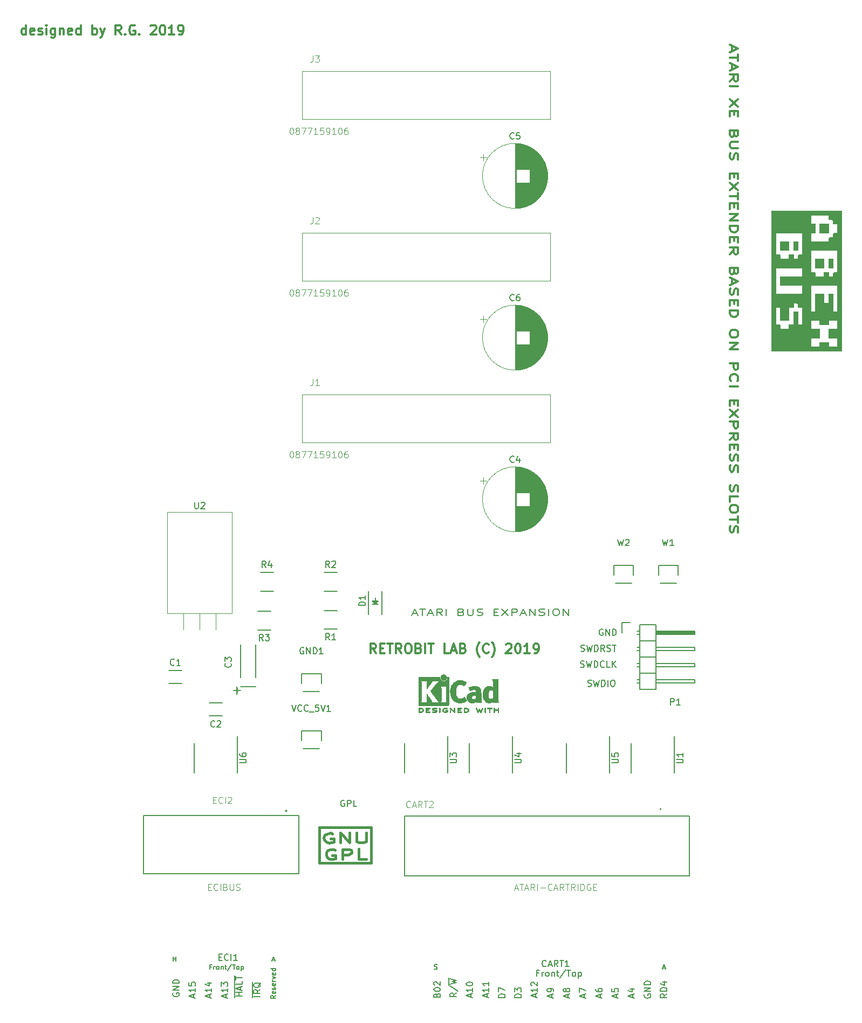
<source format=gto>
%TF.GenerationSoftware,KiCad,Pcbnew,4.0.2+dfsg1-stable*%
%TF.CreationDate,2019-05-17T07:49:38+02:00*%
%TF.ProjectId,abex,616265782E6B696361645F7063620000,rev?*%
%TF.FileFunction,Legend,Top*%
%FSLAX46Y46*%
G04 Gerber Fmt 4.6, Leading zero omitted, Abs format (unit mm)*
G04 Created by KiCad (PCBNEW 4.0.2+dfsg1-stable) date Fri 17 May 2019 07:49:38 CEST*
%MOMM*%
G01*
G04 APERTURE LIST*
%ADD10C,0.100000*%
%ADD11C,0.300000*%
%ADD12C,0.200000*%
%ADD13C,0.010000*%
%ADD14C,0.381000*%
%ADD15C,0.150000*%
%ADD16C,0.127000*%
%ADD17C,0.120000*%
%ADD18C,0.050000*%
G04 APERTURE END LIST*
D10*
D11*
X175043333Y-27811427D02*
X175043333Y-28668570D01*
X174671905Y-27639999D02*
X175971905Y-28239999D01*
X174671905Y-28839999D01*
X175971905Y-29182856D02*
X175971905Y-30211427D01*
X174671905Y-29697141D02*
X175971905Y-29697141D01*
X175043333Y-30725713D02*
X175043333Y-31582856D01*
X174671905Y-30554285D02*
X175971905Y-31154285D01*
X174671905Y-31754285D01*
X174671905Y-33382856D02*
X175290952Y-32782856D01*
X174671905Y-32354284D02*
X175971905Y-32354284D01*
X175971905Y-33039999D01*
X175910000Y-33211427D01*
X175848095Y-33297142D01*
X175724286Y-33382856D01*
X175538571Y-33382856D01*
X175414762Y-33297142D01*
X175352857Y-33211427D01*
X175290952Y-33039999D01*
X175290952Y-32354284D01*
X174671905Y-34154284D02*
X175971905Y-34154284D01*
X175971905Y-36211428D02*
X174671905Y-37411428D01*
X175971905Y-37411428D02*
X174671905Y-36211428D01*
X175352857Y-38097142D02*
X175352857Y-38697142D01*
X174671905Y-38954285D02*
X174671905Y-38097142D01*
X175971905Y-38097142D01*
X175971905Y-38954285D01*
X175352857Y-41697142D02*
X175290952Y-41954285D01*
X175229048Y-42040000D01*
X175105238Y-42125714D01*
X174919524Y-42125714D01*
X174795714Y-42040000D01*
X174733810Y-41954285D01*
X174671905Y-41782857D01*
X174671905Y-41097142D01*
X175971905Y-41097142D01*
X175971905Y-41697142D01*
X175910000Y-41868571D01*
X175848095Y-41954285D01*
X175724286Y-42040000D01*
X175600476Y-42040000D01*
X175476667Y-41954285D01*
X175414762Y-41868571D01*
X175352857Y-41697142D01*
X175352857Y-41097142D01*
X175971905Y-42897142D02*
X174919524Y-42897142D01*
X174795714Y-42982857D01*
X174733810Y-43068571D01*
X174671905Y-43240000D01*
X174671905Y-43582857D01*
X174733810Y-43754285D01*
X174795714Y-43840000D01*
X174919524Y-43925714D01*
X175971905Y-43925714D01*
X174733810Y-44697142D02*
X174671905Y-44954285D01*
X174671905Y-45382856D01*
X174733810Y-45554285D01*
X174795714Y-45639999D01*
X174919524Y-45725714D01*
X175043333Y-45725714D01*
X175167143Y-45639999D01*
X175229048Y-45554285D01*
X175290952Y-45382856D01*
X175352857Y-45039999D01*
X175414762Y-44868571D01*
X175476667Y-44782856D01*
X175600476Y-44697142D01*
X175724286Y-44697142D01*
X175848095Y-44782856D01*
X175910000Y-44868571D01*
X175971905Y-45039999D01*
X175971905Y-45468571D01*
X175910000Y-45725714D01*
X175352857Y-47868571D02*
X175352857Y-48468571D01*
X174671905Y-48725714D02*
X174671905Y-47868571D01*
X175971905Y-47868571D01*
X175971905Y-48725714D01*
X175971905Y-49325714D02*
X174671905Y-50525714D01*
X175971905Y-50525714D02*
X174671905Y-49325714D01*
X175971905Y-50954286D02*
X175971905Y-51982857D01*
X174671905Y-51468571D02*
X175971905Y-51468571D01*
X175352857Y-52582857D02*
X175352857Y-53182857D01*
X174671905Y-53440000D02*
X174671905Y-52582857D01*
X175971905Y-52582857D01*
X175971905Y-53440000D01*
X174671905Y-54211428D02*
X175971905Y-54211428D01*
X174671905Y-55240000D01*
X175971905Y-55240000D01*
X174671905Y-56097142D02*
X175971905Y-56097142D01*
X175971905Y-56525714D01*
X175910000Y-56782857D01*
X175786190Y-56954285D01*
X175662381Y-57040000D01*
X175414762Y-57125714D01*
X175229048Y-57125714D01*
X174981429Y-57040000D01*
X174857619Y-56954285D01*
X174733810Y-56782857D01*
X174671905Y-56525714D01*
X174671905Y-56097142D01*
X175352857Y-57897142D02*
X175352857Y-58497142D01*
X174671905Y-58754285D02*
X174671905Y-57897142D01*
X175971905Y-57897142D01*
X175971905Y-58754285D01*
X174671905Y-60554285D02*
X175290952Y-59954285D01*
X174671905Y-59525713D02*
X175971905Y-59525713D01*
X175971905Y-60211428D01*
X175910000Y-60382856D01*
X175848095Y-60468571D01*
X175724286Y-60554285D01*
X175538571Y-60554285D01*
X175414762Y-60468571D01*
X175352857Y-60382856D01*
X175290952Y-60211428D01*
X175290952Y-59525713D01*
X175352857Y-63297142D02*
X175290952Y-63554285D01*
X175229048Y-63640000D01*
X175105238Y-63725714D01*
X174919524Y-63725714D01*
X174795714Y-63640000D01*
X174733810Y-63554285D01*
X174671905Y-63382857D01*
X174671905Y-62697142D01*
X175971905Y-62697142D01*
X175971905Y-63297142D01*
X175910000Y-63468571D01*
X175848095Y-63554285D01*
X175724286Y-63640000D01*
X175600476Y-63640000D01*
X175476667Y-63554285D01*
X175414762Y-63468571D01*
X175352857Y-63297142D01*
X175352857Y-62697142D01*
X175043333Y-64411428D02*
X175043333Y-65268571D01*
X174671905Y-64240000D02*
X175971905Y-64840000D01*
X174671905Y-65440000D01*
X174733810Y-65954285D02*
X174671905Y-66211428D01*
X174671905Y-66639999D01*
X174733810Y-66811428D01*
X174795714Y-66897142D01*
X174919524Y-66982857D01*
X175043333Y-66982857D01*
X175167143Y-66897142D01*
X175229048Y-66811428D01*
X175290952Y-66639999D01*
X175352857Y-66297142D01*
X175414762Y-66125714D01*
X175476667Y-66039999D01*
X175600476Y-65954285D01*
X175724286Y-65954285D01*
X175848095Y-66039999D01*
X175910000Y-66125714D01*
X175971905Y-66297142D01*
X175971905Y-66725714D01*
X175910000Y-66982857D01*
X175352857Y-67754285D02*
X175352857Y-68354285D01*
X174671905Y-68611428D02*
X174671905Y-67754285D01*
X175971905Y-67754285D01*
X175971905Y-68611428D01*
X174671905Y-69382856D02*
X175971905Y-69382856D01*
X175971905Y-69811428D01*
X175910000Y-70068571D01*
X175786190Y-70239999D01*
X175662381Y-70325714D01*
X175414762Y-70411428D01*
X175229048Y-70411428D01*
X174981429Y-70325714D01*
X174857619Y-70239999D01*
X174733810Y-70068571D01*
X174671905Y-69811428D01*
X174671905Y-69382856D01*
X175971905Y-72897143D02*
X175971905Y-73240000D01*
X175910000Y-73411428D01*
X175786190Y-73582857D01*
X175538571Y-73668571D01*
X175105238Y-73668571D01*
X174857619Y-73582857D01*
X174733810Y-73411428D01*
X174671905Y-73240000D01*
X174671905Y-72897143D01*
X174733810Y-72725714D01*
X174857619Y-72554285D01*
X175105238Y-72468571D01*
X175538571Y-72468571D01*
X175786190Y-72554285D01*
X175910000Y-72725714D01*
X175971905Y-72897143D01*
X174671905Y-74439999D02*
X175971905Y-74439999D01*
X174671905Y-75468571D01*
X175971905Y-75468571D01*
X174671905Y-77697142D02*
X175971905Y-77697142D01*
X175971905Y-78382857D01*
X175910000Y-78554285D01*
X175848095Y-78640000D01*
X175724286Y-78725714D01*
X175538571Y-78725714D01*
X175414762Y-78640000D01*
X175352857Y-78554285D01*
X175290952Y-78382857D01*
X175290952Y-77697142D01*
X174795714Y-80525714D02*
X174733810Y-80440000D01*
X174671905Y-80182857D01*
X174671905Y-80011428D01*
X174733810Y-79754285D01*
X174857619Y-79582857D01*
X174981429Y-79497142D01*
X175229048Y-79411428D01*
X175414762Y-79411428D01*
X175662381Y-79497142D01*
X175786190Y-79582857D01*
X175910000Y-79754285D01*
X175971905Y-80011428D01*
X175971905Y-80182857D01*
X175910000Y-80440000D01*
X175848095Y-80525714D01*
X174671905Y-81297142D02*
X175971905Y-81297142D01*
X175352857Y-83525714D02*
X175352857Y-84125714D01*
X174671905Y-84382857D02*
X174671905Y-83525714D01*
X175971905Y-83525714D01*
X175971905Y-84382857D01*
X175971905Y-84982857D02*
X174671905Y-86182857D01*
X175971905Y-86182857D02*
X174671905Y-84982857D01*
X174671905Y-86868571D02*
X175971905Y-86868571D01*
X175971905Y-87554286D01*
X175910000Y-87725714D01*
X175848095Y-87811429D01*
X175724286Y-87897143D01*
X175538571Y-87897143D01*
X175414762Y-87811429D01*
X175352857Y-87725714D01*
X175290952Y-87554286D01*
X175290952Y-86868571D01*
X174671905Y-89697143D02*
X175290952Y-89097143D01*
X174671905Y-88668571D02*
X175971905Y-88668571D01*
X175971905Y-89354286D01*
X175910000Y-89525714D01*
X175848095Y-89611429D01*
X175724286Y-89697143D01*
X175538571Y-89697143D01*
X175414762Y-89611429D01*
X175352857Y-89525714D01*
X175290952Y-89354286D01*
X175290952Y-88668571D01*
X175352857Y-90468571D02*
X175352857Y-91068571D01*
X174671905Y-91325714D02*
X174671905Y-90468571D01*
X175971905Y-90468571D01*
X175971905Y-91325714D01*
X174733810Y-92011428D02*
X174671905Y-92268571D01*
X174671905Y-92697142D01*
X174733810Y-92868571D01*
X174795714Y-92954285D01*
X174919524Y-93040000D01*
X175043333Y-93040000D01*
X175167143Y-92954285D01*
X175229048Y-92868571D01*
X175290952Y-92697142D01*
X175352857Y-92354285D01*
X175414762Y-92182857D01*
X175476667Y-92097142D01*
X175600476Y-92011428D01*
X175724286Y-92011428D01*
X175848095Y-92097142D01*
X175910000Y-92182857D01*
X175971905Y-92354285D01*
X175971905Y-92782857D01*
X175910000Y-93040000D01*
X174733810Y-93725714D02*
X174671905Y-93982857D01*
X174671905Y-94411428D01*
X174733810Y-94582857D01*
X174795714Y-94668571D01*
X174919524Y-94754286D01*
X175043333Y-94754286D01*
X175167143Y-94668571D01*
X175229048Y-94582857D01*
X175290952Y-94411428D01*
X175352857Y-94068571D01*
X175414762Y-93897143D01*
X175476667Y-93811428D01*
X175600476Y-93725714D01*
X175724286Y-93725714D01*
X175848095Y-93811428D01*
X175910000Y-93897143D01*
X175971905Y-94068571D01*
X175971905Y-94497143D01*
X175910000Y-94754286D01*
X174733810Y-96811429D02*
X174671905Y-97068572D01*
X174671905Y-97497143D01*
X174733810Y-97668572D01*
X174795714Y-97754286D01*
X174919524Y-97840001D01*
X175043333Y-97840001D01*
X175167143Y-97754286D01*
X175229048Y-97668572D01*
X175290952Y-97497143D01*
X175352857Y-97154286D01*
X175414762Y-96982858D01*
X175476667Y-96897143D01*
X175600476Y-96811429D01*
X175724286Y-96811429D01*
X175848095Y-96897143D01*
X175910000Y-96982858D01*
X175971905Y-97154286D01*
X175971905Y-97582858D01*
X175910000Y-97840001D01*
X174671905Y-99468572D02*
X174671905Y-98611429D01*
X175971905Y-98611429D01*
X175971905Y-100411430D02*
X175971905Y-100754287D01*
X175910000Y-100925715D01*
X175786190Y-101097144D01*
X175538571Y-101182858D01*
X175105238Y-101182858D01*
X174857619Y-101097144D01*
X174733810Y-100925715D01*
X174671905Y-100754287D01*
X174671905Y-100411430D01*
X174733810Y-100240001D01*
X174857619Y-100068572D01*
X175105238Y-99982858D01*
X175538571Y-99982858D01*
X175786190Y-100068572D01*
X175910000Y-100240001D01*
X175971905Y-100411430D01*
X175971905Y-101697144D02*
X175971905Y-102725715D01*
X174671905Y-102211429D02*
X175971905Y-102211429D01*
X174733810Y-103240001D02*
X174671905Y-103497144D01*
X174671905Y-103925715D01*
X174733810Y-104097144D01*
X174795714Y-104182858D01*
X174919524Y-104268573D01*
X175043333Y-104268573D01*
X175167143Y-104182858D01*
X175229048Y-104097144D01*
X175290952Y-103925715D01*
X175352857Y-103582858D01*
X175414762Y-103411430D01*
X175476667Y-103325715D01*
X175600476Y-103240001D01*
X175724286Y-103240001D01*
X175848095Y-103325715D01*
X175910000Y-103411430D01*
X175971905Y-103582858D01*
X175971905Y-104011430D01*
X175910000Y-104268573D01*
X64200001Y-26078571D02*
X64200001Y-24578571D01*
X64200001Y-26007143D02*
X64057144Y-26078571D01*
X63771430Y-26078571D01*
X63628572Y-26007143D01*
X63557144Y-25935714D01*
X63485715Y-25792857D01*
X63485715Y-25364286D01*
X63557144Y-25221429D01*
X63628572Y-25150000D01*
X63771430Y-25078571D01*
X64057144Y-25078571D01*
X64200001Y-25150000D01*
X65485715Y-26007143D02*
X65342858Y-26078571D01*
X65057144Y-26078571D01*
X64914287Y-26007143D01*
X64842858Y-25864286D01*
X64842858Y-25292857D01*
X64914287Y-25150000D01*
X65057144Y-25078571D01*
X65342858Y-25078571D01*
X65485715Y-25150000D01*
X65557144Y-25292857D01*
X65557144Y-25435714D01*
X64842858Y-25578571D01*
X66128572Y-26007143D02*
X66271429Y-26078571D01*
X66557144Y-26078571D01*
X66700001Y-26007143D01*
X66771429Y-25864286D01*
X66771429Y-25792857D01*
X66700001Y-25650000D01*
X66557144Y-25578571D01*
X66342858Y-25578571D01*
X66200001Y-25507143D01*
X66128572Y-25364286D01*
X66128572Y-25292857D01*
X66200001Y-25150000D01*
X66342858Y-25078571D01*
X66557144Y-25078571D01*
X66700001Y-25150000D01*
X67414287Y-26078571D02*
X67414287Y-25078571D01*
X67414287Y-24578571D02*
X67342858Y-24650000D01*
X67414287Y-24721429D01*
X67485715Y-24650000D01*
X67414287Y-24578571D01*
X67414287Y-24721429D01*
X68771430Y-25078571D02*
X68771430Y-26292857D01*
X68700001Y-26435714D01*
X68628573Y-26507143D01*
X68485716Y-26578571D01*
X68271430Y-26578571D01*
X68128573Y-26507143D01*
X68771430Y-26007143D02*
X68628573Y-26078571D01*
X68342859Y-26078571D01*
X68200001Y-26007143D01*
X68128573Y-25935714D01*
X68057144Y-25792857D01*
X68057144Y-25364286D01*
X68128573Y-25221429D01*
X68200001Y-25150000D01*
X68342859Y-25078571D01*
X68628573Y-25078571D01*
X68771430Y-25150000D01*
X69485716Y-25078571D02*
X69485716Y-26078571D01*
X69485716Y-25221429D02*
X69557144Y-25150000D01*
X69700002Y-25078571D01*
X69914287Y-25078571D01*
X70057144Y-25150000D01*
X70128573Y-25292857D01*
X70128573Y-26078571D01*
X71414287Y-26007143D02*
X71271430Y-26078571D01*
X70985716Y-26078571D01*
X70842859Y-26007143D01*
X70771430Y-25864286D01*
X70771430Y-25292857D01*
X70842859Y-25150000D01*
X70985716Y-25078571D01*
X71271430Y-25078571D01*
X71414287Y-25150000D01*
X71485716Y-25292857D01*
X71485716Y-25435714D01*
X70771430Y-25578571D01*
X72771430Y-26078571D02*
X72771430Y-24578571D01*
X72771430Y-26007143D02*
X72628573Y-26078571D01*
X72342859Y-26078571D01*
X72200001Y-26007143D01*
X72128573Y-25935714D01*
X72057144Y-25792857D01*
X72057144Y-25364286D01*
X72128573Y-25221429D01*
X72200001Y-25150000D01*
X72342859Y-25078571D01*
X72628573Y-25078571D01*
X72771430Y-25150000D01*
X74628573Y-26078571D02*
X74628573Y-24578571D01*
X74628573Y-25150000D02*
X74771430Y-25078571D01*
X75057144Y-25078571D01*
X75200001Y-25150000D01*
X75271430Y-25221429D01*
X75342859Y-25364286D01*
X75342859Y-25792857D01*
X75271430Y-25935714D01*
X75200001Y-26007143D01*
X75057144Y-26078571D01*
X74771430Y-26078571D01*
X74628573Y-26007143D01*
X75842859Y-25078571D02*
X76200002Y-26078571D01*
X76557144Y-25078571D02*
X76200002Y-26078571D01*
X76057144Y-26435714D01*
X75985716Y-26507143D01*
X75842859Y-26578571D01*
X79128573Y-26078571D02*
X78628573Y-25364286D01*
X78271430Y-26078571D02*
X78271430Y-24578571D01*
X78842858Y-24578571D01*
X78985716Y-24650000D01*
X79057144Y-24721429D01*
X79128573Y-24864286D01*
X79128573Y-25078571D01*
X79057144Y-25221429D01*
X78985716Y-25292857D01*
X78842858Y-25364286D01*
X78271430Y-25364286D01*
X79771430Y-25935714D02*
X79842858Y-26007143D01*
X79771430Y-26078571D01*
X79700001Y-26007143D01*
X79771430Y-25935714D01*
X79771430Y-26078571D01*
X81271430Y-24650000D02*
X81128573Y-24578571D01*
X80914287Y-24578571D01*
X80700002Y-24650000D01*
X80557144Y-24792857D01*
X80485716Y-24935714D01*
X80414287Y-25221429D01*
X80414287Y-25435714D01*
X80485716Y-25721429D01*
X80557144Y-25864286D01*
X80700002Y-26007143D01*
X80914287Y-26078571D01*
X81057144Y-26078571D01*
X81271430Y-26007143D01*
X81342859Y-25935714D01*
X81342859Y-25435714D01*
X81057144Y-25435714D01*
X81985716Y-25935714D02*
X82057144Y-26007143D01*
X81985716Y-26078571D01*
X81914287Y-26007143D01*
X81985716Y-25935714D01*
X81985716Y-26078571D01*
X83771430Y-24721429D02*
X83842859Y-24650000D01*
X83985716Y-24578571D01*
X84342859Y-24578571D01*
X84485716Y-24650000D01*
X84557145Y-24721429D01*
X84628573Y-24864286D01*
X84628573Y-25007143D01*
X84557145Y-25221429D01*
X83700002Y-26078571D01*
X84628573Y-26078571D01*
X85557144Y-24578571D02*
X85700001Y-24578571D01*
X85842858Y-24650000D01*
X85914287Y-24721429D01*
X85985716Y-24864286D01*
X86057144Y-25150000D01*
X86057144Y-25507143D01*
X85985716Y-25792857D01*
X85914287Y-25935714D01*
X85842858Y-26007143D01*
X85700001Y-26078571D01*
X85557144Y-26078571D01*
X85414287Y-26007143D01*
X85342858Y-25935714D01*
X85271430Y-25792857D01*
X85200001Y-25507143D01*
X85200001Y-25150000D01*
X85271430Y-24864286D01*
X85342858Y-24721429D01*
X85414287Y-24650000D01*
X85557144Y-24578571D01*
X87485715Y-26078571D02*
X86628572Y-26078571D01*
X87057144Y-26078571D02*
X87057144Y-24578571D01*
X86914287Y-24792857D01*
X86771429Y-24935714D01*
X86628572Y-25007143D01*
X88200000Y-26078571D02*
X88485715Y-26078571D01*
X88628572Y-26007143D01*
X88700000Y-25935714D01*
X88842858Y-25721429D01*
X88914286Y-25435714D01*
X88914286Y-24864286D01*
X88842858Y-24721429D01*
X88771429Y-24650000D01*
X88628572Y-24578571D01*
X88342858Y-24578571D01*
X88200000Y-24650000D01*
X88128572Y-24721429D01*
X88057143Y-24864286D01*
X88057143Y-25221429D01*
X88128572Y-25364286D01*
X88200000Y-25435714D01*
X88342858Y-25507143D01*
X88628572Y-25507143D01*
X88771429Y-25435714D01*
X88842858Y-25364286D01*
X88914286Y-25221429D01*
X119123573Y-123233571D02*
X118623573Y-122519286D01*
X118266430Y-123233571D02*
X118266430Y-121733571D01*
X118837858Y-121733571D01*
X118980716Y-121805000D01*
X119052144Y-121876429D01*
X119123573Y-122019286D01*
X119123573Y-122233571D01*
X119052144Y-122376429D01*
X118980716Y-122447857D01*
X118837858Y-122519286D01*
X118266430Y-122519286D01*
X119766430Y-122447857D02*
X120266430Y-122447857D01*
X120480716Y-123233571D02*
X119766430Y-123233571D01*
X119766430Y-121733571D01*
X120480716Y-121733571D01*
X120909287Y-121733571D02*
X121766430Y-121733571D01*
X121337859Y-123233571D02*
X121337859Y-121733571D01*
X123123573Y-123233571D02*
X122623573Y-122519286D01*
X122266430Y-123233571D02*
X122266430Y-121733571D01*
X122837858Y-121733571D01*
X122980716Y-121805000D01*
X123052144Y-121876429D01*
X123123573Y-122019286D01*
X123123573Y-122233571D01*
X123052144Y-122376429D01*
X122980716Y-122447857D01*
X122837858Y-122519286D01*
X122266430Y-122519286D01*
X124052144Y-121733571D02*
X124337858Y-121733571D01*
X124480716Y-121805000D01*
X124623573Y-121947857D01*
X124695001Y-122233571D01*
X124695001Y-122733571D01*
X124623573Y-123019286D01*
X124480716Y-123162143D01*
X124337858Y-123233571D01*
X124052144Y-123233571D01*
X123909287Y-123162143D01*
X123766430Y-123019286D01*
X123695001Y-122733571D01*
X123695001Y-122233571D01*
X123766430Y-121947857D01*
X123909287Y-121805000D01*
X124052144Y-121733571D01*
X125837859Y-122447857D02*
X126052145Y-122519286D01*
X126123573Y-122590714D01*
X126195002Y-122733571D01*
X126195002Y-122947857D01*
X126123573Y-123090714D01*
X126052145Y-123162143D01*
X125909287Y-123233571D01*
X125337859Y-123233571D01*
X125337859Y-121733571D01*
X125837859Y-121733571D01*
X125980716Y-121805000D01*
X126052145Y-121876429D01*
X126123573Y-122019286D01*
X126123573Y-122162143D01*
X126052145Y-122305000D01*
X125980716Y-122376429D01*
X125837859Y-122447857D01*
X125337859Y-122447857D01*
X126837859Y-123233571D02*
X126837859Y-121733571D01*
X127337859Y-121733571D02*
X128195002Y-121733571D01*
X127766431Y-123233571D02*
X127766431Y-121733571D01*
X130552145Y-123233571D02*
X129837859Y-123233571D01*
X129837859Y-121733571D01*
X130980716Y-122805000D02*
X131695002Y-122805000D01*
X130837859Y-123233571D02*
X131337859Y-121733571D01*
X131837859Y-123233571D01*
X132837859Y-122447857D02*
X133052145Y-122519286D01*
X133123573Y-122590714D01*
X133195002Y-122733571D01*
X133195002Y-122947857D01*
X133123573Y-123090714D01*
X133052145Y-123162143D01*
X132909287Y-123233571D01*
X132337859Y-123233571D01*
X132337859Y-121733571D01*
X132837859Y-121733571D01*
X132980716Y-121805000D01*
X133052145Y-121876429D01*
X133123573Y-122019286D01*
X133123573Y-122162143D01*
X133052145Y-122305000D01*
X132980716Y-122376429D01*
X132837859Y-122447857D01*
X132337859Y-122447857D01*
X135409287Y-123805000D02*
X135337859Y-123733571D01*
X135195002Y-123519286D01*
X135123573Y-123376429D01*
X135052144Y-123162143D01*
X134980716Y-122805000D01*
X134980716Y-122519286D01*
X135052144Y-122162143D01*
X135123573Y-121947857D01*
X135195002Y-121805000D01*
X135337859Y-121590714D01*
X135409287Y-121519286D01*
X136837859Y-123090714D02*
X136766430Y-123162143D01*
X136552144Y-123233571D01*
X136409287Y-123233571D01*
X136195002Y-123162143D01*
X136052144Y-123019286D01*
X135980716Y-122876429D01*
X135909287Y-122590714D01*
X135909287Y-122376429D01*
X135980716Y-122090714D01*
X136052144Y-121947857D01*
X136195002Y-121805000D01*
X136409287Y-121733571D01*
X136552144Y-121733571D01*
X136766430Y-121805000D01*
X136837859Y-121876429D01*
X137337859Y-123805000D02*
X137409287Y-123733571D01*
X137552144Y-123519286D01*
X137623573Y-123376429D01*
X137695002Y-123162143D01*
X137766430Y-122805000D01*
X137766430Y-122519286D01*
X137695002Y-122162143D01*
X137623573Y-121947857D01*
X137552144Y-121805000D01*
X137409287Y-121590714D01*
X137337859Y-121519286D01*
X139552144Y-121876429D02*
X139623573Y-121805000D01*
X139766430Y-121733571D01*
X140123573Y-121733571D01*
X140266430Y-121805000D01*
X140337859Y-121876429D01*
X140409287Y-122019286D01*
X140409287Y-122162143D01*
X140337859Y-122376429D01*
X139480716Y-123233571D01*
X140409287Y-123233571D01*
X141337858Y-121733571D02*
X141480715Y-121733571D01*
X141623572Y-121805000D01*
X141695001Y-121876429D01*
X141766430Y-122019286D01*
X141837858Y-122305000D01*
X141837858Y-122662143D01*
X141766430Y-122947857D01*
X141695001Y-123090714D01*
X141623572Y-123162143D01*
X141480715Y-123233571D01*
X141337858Y-123233571D01*
X141195001Y-123162143D01*
X141123572Y-123090714D01*
X141052144Y-122947857D01*
X140980715Y-122662143D01*
X140980715Y-122305000D01*
X141052144Y-122019286D01*
X141123572Y-121876429D01*
X141195001Y-121805000D01*
X141337858Y-121733571D01*
X143266429Y-123233571D02*
X142409286Y-123233571D01*
X142837858Y-123233571D02*
X142837858Y-121733571D01*
X142695001Y-121947857D01*
X142552143Y-122090714D01*
X142409286Y-122162143D01*
X143980714Y-123233571D02*
X144266429Y-123233571D01*
X144409286Y-123162143D01*
X144480714Y-123090714D01*
X144623572Y-122876429D01*
X144695000Y-122590714D01*
X144695000Y-122019286D01*
X144623572Y-121876429D01*
X144552143Y-121805000D01*
X144409286Y-121733571D01*
X144123572Y-121733571D01*
X143980714Y-121805000D01*
X143909286Y-121876429D01*
X143837857Y-122019286D01*
X143837857Y-122376429D01*
X143909286Y-122519286D01*
X143980714Y-122590714D01*
X144123572Y-122662143D01*
X144409286Y-122662143D01*
X144552143Y-122590714D01*
X144623572Y-122519286D01*
X144695000Y-122376429D01*
D12*
X124874286Y-117006667D02*
X125588572Y-117006667D01*
X124731429Y-117292381D02*
X125231429Y-116292381D01*
X125731429Y-117292381D01*
X126017143Y-116292381D02*
X126874286Y-116292381D01*
X126445715Y-117292381D02*
X126445715Y-116292381D01*
X127302857Y-117006667D02*
X128017143Y-117006667D01*
X127160000Y-117292381D02*
X127660000Y-116292381D01*
X128160000Y-117292381D01*
X129517143Y-117292381D02*
X129017143Y-116816190D01*
X128660000Y-117292381D02*
X128660000Y-116292381D01*
X129231428Y-116292381D01*
X129374286Y-116340000D01*
X129445714Y-116387619D01*
X129517143Y-116482857D01*
X129517143Y-116625714D01*
X129445714Y-116720952D01*
X129374286Y-116768571D01*
X129231428Y-116816190D01*
X128660000Y-116816190D01*
X130160000Y-117292381D02*
X130160000Y-116292381D01*
X132517143Y-116768571D02*
X132731429Y-116816190D01*
X132802857Y-116863810D01*
X132874286Y-116959048D01*
X132874286Y-117101905D01*
X132802857Y-117197143D01*
X132731429Y-117244762D01*
X132588571Y-117292381D01*
X132017143Y-117292381D01*
X132017143Y-116292381D01*
X132517143Y-116292381D01*
X132660000Y-116340000D01*
X132731429Y-116387619D01*
X132802857Y-116482857D01*
X132802857Y-116578095D01*
X132731429Y-116673333D01*
X132660000Y-116720952D01*
X132517143Y-116768571D01*
X132017143Y-116768571D01*
X133517143Y-116292381D02*
X133517143Y-117101905D01*
X133588571Y-117197143D01*
X133660000Y-117244762D01*
X133802857Y-117292381D01*
X134088571Y-117292381D01*
X134231429Y-117244762D01*
X134302857Y-117197143D01*
X134374286Y-117101905D01*
X134374286Y-116292381D01*
X135017143Y-117244762D02*
X135231429Y-117292381D01*
X135588572Y-117292381D01*
X135731429Y-117244762D01*
X135802858Y-117197143D01*
X135874286Y-117101905D01*
X135874286Y-117006667D01*
X135802858Y-116911429D01*
X135731429Y-116863810D01*
X135588572Y-116816190D01*
X135302858Y-116768571D01*
X135160000Y-116720952D01*
X135088572Y-116673333D01*
X135017143Y-116578095D01*
X135017143Y-116482857D01*
X135088572Y-116387619D01*
X135160000Y-116340000D01*
X135302858Y-116292381D01*
X135660000Y-116292381D01*
X135874286Y-116340000D01*
X137660000Y-116768571D02*
X138160000Y-116768571D01*
X138374286Y-117292381D02*
X137660000Y-117292381D01*
X137660000Y-116292381D01*
X138374286Y-116292381D01*
X138874286Y-116292381D02*
X139874286Y-117292381D01*
X139874286Y-116292381D02*
X138874286Y-117292381D01*
X140445714Y-117292381D02*
X140445714Y-116292381D01*
X141017142Y-116292381D01*
X141160000Y-116340000D01*
X141231428Y-116387619D01*
X141302857Y-116482857D01*
X141302857Y-116625714D01*
X141231428Y-116720952D01*
X141160000Y-116768571D01*
X141017142Y-116816190D01*
X140445714Y-116816190D01*
X141874285Y-117006667D02*
X142588571Y-117006667D01*
X141731428Y-117292381D02*
X142231428Y-116292381D01*
X142731428Y-117292381D01*
X143231428Y-117292381D02*
X143231428Y-116292381D01*
X144088571Y-117292381D01*
X144088571Y-116292381D01*
X144731428Y-117244762D02*
X144945714Y-117292381D01*
X145302857Y-117292381D01*
X145445714Y-117244762D01*
X145517143Y-117197143D01*
X145588571Y-117101905D01*
X145588571Y-117006667D01*
X145517143Y-116911429D01*
X145445714Y-116863810D01*
X145302857Y-116816190D01*
X145017143Y-116768571D01*
X144874285Y-116720952D01*
X144802857Y-116673333D01*
X144731428Y-116578095D01*
X144731428Y-116482857D01*
X144802857Y-116387619D01*
X144874285Y-116340000D01*
X145017143Y-116292381D01*
X145374285Y-116292381D01*
X145588571Y-116340000D01*
X146231428Y-117292381D02*
X146231428Y-116292381D01*
X147231428Y-116292381D02*
X147517142Y-116292381D01*
X147660000Y-116340000D01*
X147802857Y-116435238D01*
X147874285Y-116625714D01*
X147874285Y-116959048D01*
X147802857Y-117149524D01*
X147660000Y-117244762D01*
X147517142Y-117292381D01*
X147231428Y-117292381D01*
X147088571Y-117244762D01*
X146945714Y-117149524D01*
X146874285Y-116959048D01*
X146874285Y-116625714D01*
X146945714Y-116435238D01*
X147088571Y-116340000D01*
X147231428Y-116292381D01*
X148517143Y-117292381D02*
X148517143Y-116292381D01*
X149374286Y-117292381D01*
X149374286Y-116292381D01*
X152380953Y-128404762D02*
X152523810Y-128452381D01*
X152761906Y-128452381D01*
X152857144Y-128404762D01*
X152904763Y-128357143D01*
X152952382Y-128261905D01*
X152952382Y-128166667D01*
X152904763Y-128071429D01*
X152857144Y-128023810D01*
X152761906Y-127976190D01*
X152571429Y-127928571D01*
X152476191Y-127880952D01*
X152428572Y-127833333D01*
X152380953Y-127738095D01*
X152380953Y-127642857D01*
X152428572Y-127547619D01*
X152476191Y-127500000D01*
X152571429Y-127452381D01*
X152809525Y-127452381D01*
X152952382Y-127500000D01*
X153285715Y-127452381D02*
X153523810Y-128452381D01*
X153714287Y-127738095D01*
X153904763Y-128452381D01*
X154142858Y-127452381D01*
X154523810Y-128452381D02*
X154523810Y-127452381D01*
X154761905Y-127452381D01*
X154904763Y-127500000D01*
X155000001Y-127595238D01*
X155047620Y-127690476D01*
X155095239Y-127880952D01*
X155095239Y-128023810D01*
X155047620Y-128214286D01*
X155000001Y-128309524D01*
X154904763Y-128404762D01*
X154761905Y-128452381D01*
X154523810Y-128452381D01*
X155523810Y-128452381D02*
X155523810Y-127452381D01*
X156190476Y-127452381D02*
X156380953Y-127452381D01*
X156476191Y-127500000D01*
X156571429Y-127595238D01*
X156619048Y-127785714D01*
X156619048Y-128119048D01*
X156571429Y-128309524D01*
X156476191Y-128404762D01*
X156380953Y-128452381D01*
X156190476Y-128452381D01*
X156095238Y-128404762D01*
X156000000Y-128309524D01*
X155952381Y-128119048D01*
X155952381Y-127785714D01*
X156000000Y-127595238D01*
X156095238Y-127500000D01*
X156190476Y-127452381D01*
X151238095Y-125404762D02*
X151380952Y-125452381D01*
X151619048Y-125452381D01*
X151714286Y-125404762D01*
X151761905Y-125357143D01*
X151809524Y-125261905D01*
X151809524Y-125166667D01*
X151761905Y-125071429D01*
X151714286Y-125023810D01*
X151619048Y-124976190D01*
X151428571Y-124928571D01*
X151333333Y-124880952D01*
X151285714Y-124833333D01*
X151238095Y-124738095D01*
X151238095Y-124642857D01*
X151285714Y-124547619D01*
X151333333Y-124500000D01*
X151428571Y-124452381D01*
X151666667Y-124452381D01*
X151809524Y-124500000D01*
X152142857Y-124452381D02*
X152380952Y-125452381D01*
X152571429Y-124738095D01*
X152761905Y-125452381D01*
X153000000Y-124452381D01*
X153380952Y-125452381D02*
X153380952Y-124452381D01*
X153619047Y-124452381D01*
X153761905Y-124500000D01*
X153857143Y-124595238D01*
X153904762Y-124690476D01*
X153952381Y-124880952D01*
X153952381Y-125023810D01*
X153904762Y-125214286D01*
X153857143Y-125309524D01*
X153761905Y-125404762D01*
X153619047Y-125452381D01*
X153380952Y-125452381D01*
X154952381Y-125357143D02*
X154904762Y-125404762D01*
X154761905Y-125452381D01*
X154666667Y-125452381D01*
X154523809Y-125404762D01*
X154428571Y-125309524D01*
X154380952Y-125214286D01*
X154333333Y-125023810D01*
X154333333Y-124880952D01*
X154380952Y-124690476D01*
X154428571Y-124595238D01*
X154523809Y-124500000D01*
X154666667Y-124452381D01*
X154761905Y-124452381D01*
X154904762Y-124500000D01*
X154952381Y-124547619D01*
X155857143Y-125452381D02*
X155380952Y-125452381D01*
X155380952Y-124452381D01*
X156190476Y-125452381D02*
X156190476Y-124452381D01*
X156761905Y-125452381D02*
X156333333Y-124880952D01*
X156761905Y-124452381D02*
X156190476Y-125023810D01*
X151285714Y-122904762D02*
X151428571Y-122952381D01*
X151666667Y-122952381D01*
X151761905Y-122904762D01*
X151809524Y-122857143D01*
X151857143Y-122761905D01*
X151857143Y-122666667D01*
X151809524Y-122571429D01*
X151761905Y-122523810D01*
X151666667Y-122476190D01*
X151476190Y-122428571D01*
X151380952Y-122380952D01*
X151333333Y-122333333D01*
X151285714Y-122238095D01*
X151285714Y-122142857D01*
X151333333Y-122047619D01*
X151380952Y-122000000D01*
X151476190Y-121952381D01*
X151714286Y-121952381D01*
X151857143Y-122000000D01*
X152190476Y-121952381D02*
X152428571Y-122952381D01*
X152619048Y-122238095D01*
X152809524Y-122952381D01*
X153047619Y-121952381D01*
X153428571Y-122952381D02*
X153428571Y-121952381D01*
X153666666Y-121952381D01*
X153809524Y-122000000D01*
X153904762Y-122095238D01*
X153952381Y-122190476D01*
X154000000Y-122380952D01*
X154000000Y-122523810D01*
X153952381Y-122714286D01*
X153904762Y-122809524D01*
X153809524Y-122904762D01*
X153666666Y-122952381D01*
X153428571Y-122952381D01*
X155000000Y-122952381D02*
X154666666Y-122476190D01*
X154428571Y-122952381D02*
X154428571Y-121952381D01*
X154809524Y-121952381D01*
X154904762Y-122000000D01*
X154952381Y-122047619D01*
X155000000Y-122142857D01*
X155000000Y-122285714D01*
X154952381Y-122380952D01*
X154904762Y-122428571D01*
X154809524Y-122476190D01*
X154428571Y-122476190D01*
X155380952Y-122904762D02*
X155523809Y-122952381D01*
X155761905Y-122952381D01*
X155857143Y-122904762D01*
X155904762Y-122857143D01*
X155952381Y-122761905D01*
X155952381Y-122666667D01*
X155904762Y-122571429D01*
X155857143Y-122523810D01*
X155761905Y-122476190D01*
X155571428Y-122428571D01*
X155476190Y-122380952D01*
X155428571Y-122333333D01*
X155380952Y-122238095D01*
X155380952Y-122142857D01*
X155428571Y-122047619D01*
X155476190Y-122000000D01*
X155571428Y-121952381D01*
X155809524Y-121952381D01*
X155952381Y-122000000D01*
X156238095Y-121952381D02*
X156809524Y-121952381D01*
X156523809Y-122952381D02*
X156523809Y-121952381D01*
X154738096Y-119500000D02*
X154642858Y-119452381D01*
X154500001Y-119452381D01*
X154357143Y-119500000D01*
X154261905Y-119595238D01*
X154214286Y-119690476D01*
X154166667Y-119880952D01*
X154166667Y-120023810D01*
X154214286Y-120214286D01*
X154261905Y-120309524D01*
X154357143Y-120404762D01*
X154500001Y-120452381D01*
X154595239Y-120452381D01*
X154738096Y-120404762D01*
X154785715Y-120357143D01*
X154785715Y-120023810D01*
X154595239Y-120023810D01*
X155214286Y-120452381D02*
X155214286Y-119452381D01*
X155785715Y-120452381D01*
X155785715Y-119452381D01*
X156261905Y-120452381D02*
X156261905Y-119452381D01*
X156500000Y-119452381D01*
X156642858Y-119500000D01*
X156738096Y-119595238D01*
X156785715Y-119690476D01*
X156833334Y-119880952D01*
X156833334Y-120023810D01*
X156785715Y-120214286D01*
X156738096Y-120309524D01*
X156642858Y-120404762D01*
X156500000Y-120452381D01*
X156261905Y-120452381D01*
D13*
G36*
X129133600Y-127029054D02*
X129144465Y-127142993D01*
X129176082Y-127250616D01*
X129226985Y-127349615D01*
X129295707Y-127437684D01*
X129380781Y-127512516D01*
X129477768Y-127570384D01*
X129584036Y-127610005D01*
X129691050Y-127628573D01*
X129796700Y-127627434D01*
X129898875Y-127607930D01*
X129995466Y-127571406D01*
X130084362Y-127519205D01*
X130163454Y-127452673D01*
X130230631Y-127373152D01*
X130283783Y-127281987D01*
X130320801Y-127180523D01*
X130339573Y-127070102D01*
X130341511Y-127020206D01*
X130341511Y-126932267D01*
X130393440Y-126932267D01*
X130429747Y-126935111D01*
X130456645Y-126946911D01*
X130483751Y-126970649D01*
X130522133Y-127009031D01*
X130522133Y-129200602D01*
X130522124Y-129462739D01*
X130522092Y-129703241D01*
X130522028Y-129923048D01*
X130521924Y-130123101D01*
X130521773Y-130304344D01*
X130521566Y-130467716D01*
X130521294Y-130614160D01*
X130520950Y-130744617D01*
X130520526Y-130860029D01*
X130520013Y-130961338D01*
X130519403Y-131049484D01*
X130518688Y-131125410D01*
X130517860Y-131190057D01*
X130516911Y-131244367D01*
X130515833Y-131289280D01*
X130514617Y-131325740D01*
X130513255Y-131354687D01*
X130511739Y-131377063D01*
X130510062Y-131393809D01*
X130508214Y-131405868D01*
X130506187Y-131414180D01*
X130503975Y-131419687D01*
X130502892Y-131421537D01*
X130498729Y-131428549D01*
X130495195Y-131434996D01*
X130491365Y-131440900D01*
X130486318Y-131446286D01*
X130479129Y-131451178D01*
X130468877Y-131455598D01*
X130454636Y-131459572D01*
X130435486Y-131463121D01*
X130410501Y-131466270D01*
X130378760Y-131469042D01*
X130339338Y-131471461D01*
X130291314Y-131473551D01*
X130233763Y-131475335D01*
X130165763Y-131476837D01*
X130086390Y-131478080D01*
X129994721Y-131479089D01*
X129889834Y-131479885D01*
X129770804Y-131480494D01*
X129636710Y-131480939D01*
X129486627Y-131481243D01*
X129319633Y-131481430D01*
X129134804Y-131481524D01*
X128931217Y-131481548D01*
X128707950Y-131481525D01*
X128464078Y-131481480D01*
X128198679Y-131481437D01*
X128160296Y-131481432D01*
X127893318Y-131481389D01*
X127647998Y-131481318D01*
X127423417Y-131481213D01*
X127218655Y-131481066D01*
X127032794Y-131480869D01*
X126864912Y-131480616D01*
X126714092Y-131480300D01*
X126579413Y-131479913D01*
X126459956Y-131479447D01*
X126354801Y-131478897D01*
X126263029Y-131478253D01*
X126183721Y-131477511D01*
X126115957Y-131476661D01*
X126058818Y-131475697D01*
X126011383Y-131474611D01*
X125972734Y-131473397D01*
X125941951Y-131472047D01*
X125918115Y-131470555D01*
X125900306Y-131468911D01*
X125887605Y-131467111D01*
X125879092Y-131465145D01*
X125874734Y-131463477D01*
X125866272Y-131459906D01*
X125858503Y-131457270D01*
X125851398Y-131454634D01*
X125844927Y-131451062D01*
X125839061Y-131445621D01*
X125833771Y-131437375D01*
X125829026Y-131425390D01*
X125824798Y-131408731D01*
X125821057Y-131386463D01*
X125817773Y-131357652D01*
X125814917Y-131321363D01*
X125812460Y-131276661D01*
X125810371Y-131222611D01*
X125808622Y-131158279D01*
X125807183Y-131082730D01*
X125806024Y-130995030D01*
X125805117Y-130894243D01*
X125804431Y-130779434D01*
X125803937Y-130649670D01*
X125803605Y-130504015D01*
X125803407Y-130341535D01*
X125803313Y-130161295D01*
X125803292Y-129962360D01*
X125803315Y-129743796D01*
X125803354Y-129504668D01*
X125803378Y-129244040D01*
X125803378Y-129201889D01*
X125803364Y-128938992D01*
X125803339Y-128697732D01*
X125803329Y-128477165D01*
X125803358Y-128276352D01*
X125803452Y-128094349D01*
X125803638Y-127930216D01*
X125803941Y-127783011D01*
X125804386Y-127651792D01*
X125804966Y-127541867D01*
X126107803Y-127541867D01*
X126147593Y-127599711D01*
X126158764Y-127615479D01*
X126168834Y-127629441D01*
X126177862Y-127642784D01*
X126185903Y-127656693D01*
X126193014Y-127672356D01*
X126199253Y-127690958D01*
X126204675Y-127713686D01*
X126209338Y-127741727D01*
X126213299Y-127776267D01*
X126216615Y-127818492D01*
X126219341Y-127869589D01*
X126221536Y-127930744D01*
X126223255Y-128003144D01*
X126224556Y-128087975D01*
X126225495Y-128186422D01*
X126226130Y-128299674D01*
X126226516Y-128428916D01*
X126226712Y-128575334D01*
X126226773Y-128740116D01*
X126226757Y-128924447D01*
X126226720Y-129129513D01*
X126226711Y-129252133D01*
X126226735Y-129469082D01*
X126226769Y-129664642D01*
X126226757Y-129839999D01*
X126226642Y-129996341D01*
X126226370Y-130134857D01*
X126225882Y-130256734D01*
X126225124Y-130363160D01*
X126224038Y-130455322D01*
X126222569Y-130534409D01*
X126220660Y-130601608D01*
X126218256Y-130658107D01*
X126215299Y-130705093D01*
X126211734Y-130743755D01*
X126207505Y-130775280D01*
X126202554Y-130800855D01*
X126196827Y-130821670D01*
X126190267Y-130838911D01*
X126182817Y-130853765D01*
X126174421Y-130867422D01*
X126165024Y-130881069D01*
X126154568Y-130895893D01*
X126148477Y-130904783D01*
X126109704Y-130962400D01*
X126641268Y-130962400D01*
X126764517Y-130962365D01*
X126867013Y-130962215D01*
X126950580Y-130961878D01*
X127017044Y-130961286D01*
X127068229Y-130960367D01*
X127105959Y-130959051D01*
X127132060Y-130957269D01*
X127148356Y-130954951D01*
X127156672Y-130952026D01*
X127158832Y-130948424D01*
X127156661Y-130944075D01*
X127155465Y-130942645D01*
X127130315Y-130905573D01*
X127104417Y-130852772D01*
X127080808Y-130790770D01*
X127072539Y-130764357D01*
X127067922Y-130746416D01*
X127064021Y-130725355D01*
X127060752Y-130699089D01*
X127058034Y-130665532D01*
X127055785Y-130622599D01*
X127053923Y-130568204D01*
X127052364Y-130500262D01*
X127051028Y-130416688D01*
X127049831Y-130315395D01*
X127048692Y-130194300D01*
X127048315Y-130149600D01*
X127047298Y-130024449D01*
X127046540Y-129920082D01*
X127046097Y-129834707D01*
X127046030Y-129766533D01*
X127046395Y-129713765D01*
X127047252Y-129674614D01*
X127048659Y-129647285D01*
X127050675Y-129629986D01*
X127053357Y-129620926D01*
X127056764Y-129618312D01*
X127060956Y-129620351D01*
X127065429Y-129624667D01*
X127075784Y-129637602D01*
X127097842Y-129666676D01*
X127130043Y-129709759D01*
X127170826Y-129764718D01*
X127218630Y-129829423D01*
X127271895Y-129901742D01*
X127329060Y-129979544D01*
X127388563Y-130060698D01*
X127448845Y-130143072D01*
X127508345Y-130224536D01*
X127565502Y-130302957D01*
X127618755Y-130376204D01*
X127666543Y-130442147D01*
X127707307Y-130498654D01*
X127739484Y-130543593D01*
X127761515Y-130574834D01*
X127766083Y-130581466D01*
X127789004Y-130618369D01*
X127815812Y-130666359D01*
X127841211Y-130715897D01*
X127844432Y-130722577D01*
X127866110Y-130770772D01*
X127878696Y-130808334D01*
X127884426Y-130844160D01*
X127885544Y-130886200D01*
X127884910Y-130962400D01*
X129039349Y-130962400D01*
X128948185Y-130868669D01*
X128901388Y-130818775D01*
X128851101Y-130762295D01*
X128805056Y-130708026D01*
X128784631Y-130682673D01*
X128754193Y-130643128D01*
X128714138Y-130589916D01*
X128665639Y-130524667D01*
X128609865Y-130449011D01*
X128547989Y-130364577D01*
X128481181Y-130272994D01*
X128410613Y-130175892D01*
X128337455Y-130074901D01*
X128262879Y-129971650D01*
X128188056Y-129867768D01*
X128114157Y-129764885D01*
X128042354Y-129664631D01*
X127973816Y-129568636D01*
X127909716Y-129478527D01*
X127851225Y-129395936D01*
X127799514Y-129322492D01*
X127755753Y-129259824D01*
X127721115Y-129209561D01*
X127696770Y-129173334D01*
X127683889Y-129152771D01*
X127682131Y-129148668D01*
X127690090Y-129137342D01*
X127710885Y-129110162D01*
X127743153Y-129068829D01*
X127785530Y-129015044D01*
X127836653Y-128950506D01*
X127895159Y-128876918D01*
X127959686Y-128795978D01*
X128028869Y-128709388D01*
X128101347Y-128618848D01*
X128175754Y-128526060D01*
X128235483Y-128451702D01*
X129246489Y-128451702D01*
X129252398Y-128464659D01*
X129266728Y-128486908D01*
X129267775Y-128488391D01*
X129286562Y-128518544D01*
X129306209Y-128555375D01*
X129310108Y-128563511D01*
X129313644Y-128571940D01*
X129316770Y-128582059D01*
X129319514Y-128595260D01*
X129321908Y-128612938D01*
X129323981Y-128636484D01*
X129325765Y-128667293D01*
X129327288Y-128706757D01*
X129328581Y-128756269D01*
X129329674Y-128817223D01*
X129330597Y-128891011D01*
X129331381Y-128979028D01*
X129332055Y-129082665D01*
X129332650Y-129203316D01*
X129333195Y-129342374D01*
X129333721Y-129501232D01*
X129334255Y-129680089D01*
X129334794Y-129865207D01*
X129335228Y-130029145D01*
X129335491Y-130173303D01*
X129335516Y-130299079D01*
X129335235Y-130407871D01*
X129334581Y-130501077D01*
X129333486Y-130580097D01*
X129331882Y-130646328D01*
X129329703Y-130701170D01*
X129326881Y-130746021D01*
X129323349Y-130782278D01*
X129319039Y-130811341D01*
X129313883Y-130834609D01*
X129307815Y-130853479D01*
X129300767Y-130869351D01*
X129292671Y-130883622D01*
X129283460Y-130897691D01*
X129274960Y-130910158D01*
X129257824Y-130936452D01*
X129247678Y-130954037D01*
X129246489Y-130957257D01*
X129257396Y-130958334D01*
X129288589Y-130959335D01*
X129337777Y-130960235D01*
X129402667Y-130961010D01*
X129480970Y-130961637D01*
X129570393Y-130962091D01*
X129668644Y-130962349D01*
X129737555Y-130962400D01*
X129842548Y-130962180D01*
X129939390Y-130961548D01*
X130025893Y-130960549D01*
X130099868Y-130959227D01*
X130159126Y-130957626D01*
X130201480Y-130955791D01*
X130224740Y-130953765D01*
X130228622Y-130952493D01*
X130220924Y-130937591D01*
X130212926Y-130929560D01*
X130199754Y-130912434D01*
X130182515Y-130882183D01*
X130170593Y-130857622D01*
X130143955Y-130798711D01*
X130140880Y-129621845D01*
X130137805Y-128444978D01*
X129692147Y-128444978D01*
X129594330Y-128445142D01*
X129503936Y-128445611D01*
X129423370Y-128446347D01*
X129355038Y-128447316D01*
X129301344Y-128448480D01*
X129264695Y-128449803D01*
X129247496Y-128451249D01*
X129246489Y-128451702D01*
X128235483Y-128451702D01*
X128250730Y-128432722D01*
X128324910Y-128340537D01*
X128396931Y-128251204D01*
X128465431Y-128166424D01*
X128529045Y-128087898D01*
X128586412Y-128017326D01*
X128636167Y-127956409D01*
X128676948Y-127906847D01*
X128694112Y-127886178D01*
X128780404Y-127785516D01*
X128857003Y-127702259D01*
X128925817Y-127634438D01*
X128988752Y-127580089D01*
X128998133Y-127572722D01*
X129037644Y-127542117D01*
X127905884Y-127541867D01*
X127911173Y-127589844D01*
X127907870Y-127647188D01*
X127886339Y-127715463D01*
X127846365Y-127795212D01*
X127801057Y-127867495D01*
X127784839Y-127890140D01*
X127756786Y-127927696D01*
X127718570Y-127978021D01*
X127671863Y-128038973D01*
X127618339Y-128108411D01*
X127559669Y-128184194D01*
X127497525Y-128264180D01*
X127433579Y-128346228D01*
X127369505Y-128428196D01*
X127306973Y-128507943D01*
X127247657Y-128583327D01*
X127193229Y-128652207D01*
X127145361Y-128712442D01*
X127105725Y-128761889D01*
X127075994Y-128798408D01*
X127057839Y-128819858D01*
X127054780Y-128823156D01*
X127051921Y-128815149D01*
X127049707Y-128784855D01*
X127048143Y-128732556D01*
X127047233Y-128658531D01*
X127046980Y-128563063D01*
X127047387Y-128446434D01*
X127048296Y-128326445D01*
X127049618Y-128194333D01*
X127051143Y-128082594D01*
X127053119Y-127989025D01*
X127055794Y-127911419D01*
X127059418Y-127847574D01*
X127064239Y-127795283D01*
X127070506Y-127752344D01*
X127078468Y-127716551D01*
X127088373Y-127685700D01*
X127100469Y-127657586D01*
X127115007Y-127630005D01*
X127129689Y-127604966D01*
X127167686Y-127541867D01*
X126107803Y-127541867D01*
X125804966Y-127541867D01*
X125804999Y-127535617D01*
X125805805Y-127433544D01*
X125806830Y-127344633D01*
X125808100Y-127267941D01*
X125809640Y-127202527D01*
X125811476Y-127147449D01*
X125813633Y-127101765D01*
X125816137Y-127064534D01*
X125819013Y-127034813D01*
X125822287Y-127011662D01*
X125825985Y-126994139D01*
X125830131Y-126981301D01*
X125834753Y-126972208D01*
X125839874Y-126965918D01*
X125845522Y-126961488D01*
X125851721Y-126957978D01*
X125858496Y-126954445D01*
X125864492Y-126950876D01*
X125869725Y-126948300D01*
X125877901Y-126945972D01*
X125890114Y-126943878D01*
X125907459Y-126942007D01*
X125931031Y-126940347D01*
X125961923Y-126938884D01*
X126001232Y-126937608D01*
X126050050Y-126936504D01*
X126109473Y-126935561D01*
X126180596Y-126934767D01*
X126264512Y-126934109D01*
X126362317Y-126933575D01*
X126475106Y-126933153D01*
X126603971Y-126932829D01*
X126750009Y-126932592D01*
X126914314Y-126932430D01*
X127097980Y-126932330D01*
X127302103Y-126932280D01*
X127513247Y-126932267D01*
X129133600Y-126932267D01*
X129133600Y-127029054D01*
X129133600Y-127029054D01*
G37*
X129133600Y-127029054D02*
X129144465Y-127142993D01*
X129176082Y-127250616D01*
X129226985Y-127349615D01*
X129295707Y-127437684D01*
X129380781Y-127512516D01*
X129477768Y-127570384D01*
X129584036Y-127610005D01*
X129691050Y-127628573D01*
X129796700Y-127627434D01*
X129898875Y-127607930D01*
X129995466Y-127571406D01*
X130084362Y-127519205D01*
X130163454Y-127452673D01*
X130230631Y-127373152D01*
X130283783Y-127281987D01*
X130320801Y-127180523D01*
X130339573Y-127070102D01*
X130341511Y-127020206D01*
X130341511Y-126932267D01*
X130393440Y-126932267D01*
X130429747Y-126935111D01*
X130456645Y-126946911D01*
X130483751Y-126970649D01*
X130522133Y-127009031D01*
X130522133Y-129200602D01*
X130522124Y-129462739D01*
X130522092Y-129703241D01*
X130522028Y-129923048D01*
X130521924Y-130123101D01*
X130521773Y-130304344D01*
X130521566Y-130467716D01*
X130521294Y-130614160D01*
X130520950Y-130744617D01*
X130520526Y-130860029D01*
X130520013Y-130961338D01*
X130519403Y-131049484D01*
X130518688Y-131125410D01*
X130517860Y-131190057D01*
X130516911Y-131244367D01*
X130515833Y-131289280D01*
X130514617Y-131325740D01*
X130513255Y-131354687D01*
X130511739Y-131377063D01*
X130510062Y-131393809D01*
X130508214Y-131405868D01*
X130506187Y-131414180D01*
X130503975Y-131419687D01*
X130502892Y-131421537D01*
X130498729Y-131428549D01*
X130495195Y-131434996D01*
X130491365Y-131440900D01*
X130486318Y-131446286D01*
X130479129Y-131451178D01*
X130468877Y-131455598D01*
X130454636Y-131459572D01*
X130435486Y-131463121D01*
X130410501Y-131466270D01*
X130378760Y-131469042D01*
X130339338Y-131471461D01*
X130291314Y-131473551D01*
X130233763Y-131475335D01*
X130165763Y-131476837D01*
X130086390Y-131478080D01*
X129994721Y-131479089D01*
X129889834Y-131479885D01*
X129770804Y-131480494D01*
X129636710Y-131480939D01*
X129486627Y-131481243D01*
X129319633Y-131481430D01*
X129134804Y-131481524D01*
X128931217Y-131481548D01*
X128707950Y-131481525D01*
X128464078Y-131481480D01*
X128198679Y-131481437D01*
X128160296Y-131481432D01*
X127893318Y-131481389D01*
X127647998Y-131481318D01*
X127423417Y-131481213D01*
X127218655Y-131481066D01*
X127032794Y-131480869D01*
X126864912Y-131480616D01*
X126714092Y-131480300D01*
X126579413Y-131479913D01*
X126459956Y-131479447D01*
X126354801Y-131478897D01*
X126263029Y-131478253D01*
X126183721Y-131477511D01*
X126115957Y-131476661D01*
X126058818Y-131475697D01*
X126011383Y-131474611D01*
X125972734Y-131473397D01*
X125941951Y-131472047D01*
X125918115Y-131470555D01*
X125900306Y-131468911D01*
X125887605Y-131467111D01*
X125879092Y-131465145D01*
X125874734Y-131463477D01*
X125866272Y-131459906D01*
X125858503Y-131457270D01*
X125851398Y-131454634D01*
X125844927Y-131451062D01*
X125839061Y-131445621D01*
X125833771Y-131437375D01*
X125829026Y-131425390D01*
X125824798Y-131408731D01*
X125821057Y-131386463D01*
X125817773Y-131357652D01*
X125814917Y-131321363D01*
X125812460Y-131276661D01*
X125810371Y-131222611D01*
X125808622Y-131158279D01*
X125807183Y-131082730D01*
X125806024Y-130995030D01*
X125805117Y-130894243D01*
X125804431Y-130779434D01*
X125803937Y-130649670D01*
X125803605Y-130504015D01*
X125803407Y-130341535D01*
X125803313Y-130161295D01*
X125803292Y-129962360D01*
X125803315Y-129743796D01*
X125803354Y-129504668D01*
X125803378Y-129244040D01*
X125803378Y-129201889D01*
X125803364Y-128938992D01*
X125803339Y-128697732D01*
X125803329Y-128477165D01*
X125803358Y-128276352D01*
X125803452Y-128094349D01*
X125803638Y-127930216D01*
X125803941Y-127783011D01*
X125804386Y-127651792D01*
X125804966Y-127541867D01*
X126107803Y-127541867D01*
X126147593Y-127599711D01*
X126158764Y-127615479D01*
X126168834Y-127629441D01*
X126177862Y-127642784D01*
X126185903Y-127656693D01*
X126193014Y-127672356D01*
X126199253Y-127690958D01*
X126204675Y-127713686D01*
X126209338Y-127741727D01*
X126213299Y-127776267D01*
X126216615Y-127818492D01*
X126219341Y-127869589D01*
X126221536Y-127930744D01*
X126223255Y-128003144D01*
X126224556Y-128087975D01*
X126225495Y-128186422D01*
X126226130Y-128299674D01*
X126226516Y-128428916D01*
X126226712Y-128575334D01*
X126226773Y-128740116D01*
X126226757Y-128924447D01*
X126226720Y-129129513D01*
X126226711Y-129252133D01*
X126226735Y-129469082D01*
X126226769Y-129664642D01*
X126226757Y-129839999D01*
X126226642Y-129996341D01*
X126226370Y-130134857D01*
X126225882Y-130256734D01*
X126225124Y-130363160D01*
X126224038Y-130455322D01*
X126222569Y-130534409D01*
X126220660Y-130601608D01*
X126218256Y-130658107D01*
X126215299Y-130705093D01*
X126211734Y-130743755D01*
X126207505Y-130775280D01*
X126202554Y-130800855D01*
X126196827Y-130821670D01*
X126190267Y-130838911D01*
X126182817Y-130853765D01*
X126174421Y-130867422D01*
X126165024Y-130881069D01*
X126154568Y-130895893D01*
X126148477Y-130904783D01*
X126109704Y-130962400D01*
X126641268Y-130962400D01*
X126764517Y-130962365D01*
X126867013Y-130962215D01*
X126950580Y-130961878D01*
X127017044Y-130961286D01*
X127068229Y-130960367D01*
X127105959Y-130959051D01*
X127132060Y-130957269D01*
X127148356Y-130954951D01*
X127156672Y-130952026D01*
X127158832Y-130948424D01*
X127156661Y-130944075D01*
X127155465Y-130942645D01*
X127130315Y-130905573D01*
X127104417Y-130852772D01*
X127080808Y-130790770D01*
X127072539Y-130764357D01*
X127067922Y-130746416D01*
X127064021Y-130725355D01*
X127060752Y-130699089D01*
X127058034Y-130665532D01*
X127055785Y-130622599D01*
X127053923Y-130568204D01*
X127052364Y-130500262D01*
X127051028Y-130416688D01*
X127049831Y-130315395D01*
X127048692Y-130194300D01*
X127048315Y-130149600D01*
X127047298Y-130024449D01*
X127046540Y-129920082D01*
X127046097Y-129834707D01*
X127046030Y-129766533D01*
X127046395Y-129713765D01*
X127047252Y-129674614D01*
X127048659Y-129647285D01*
X127050675Y-129629986D01*
X127053357Y-129620926D01*
X127056764Y-129618312D01*
X127060956Y-129620351D01*
X127065429Y-129624667D01*
X127075784Y-129637602D01*
X127097842Y-129666676D01*
X127130043Y-129709759D01*
X127170826Y-129764718D01*
X127218630Y-129829423D01*
X127271895Y-129901742D01*
X127329060Y-129979544D01*
X127388563Y-130060698D01*
X127448845Y-130143072D01*
X127508345Y-130224536D01*
X127565502Y-130302957D01*
X127618755Y-130376204D01*
X127666543Y-130442147D01*
X127707307Y-130498654D01*
X127739484Y-130543593D01*
X127761515Y-130574834D01*
X127766083Y-130581466D01*
X127789004Y-130618369D01*
X127815812Y-130666359D01*
X127841211Y-130715897D01*
X127844432Y-130722577D01*
X127866110Y-130770772D01*
X127878696Y-130808334D01*
X127884426Y-130844160D01*
X127885544Y-130886200D01*
X127884910Y-130962400D01*
X129039349Y-130962400D01*
X128948185Y-130868669D01*
X128901388Y-130818775D01*
X128851101Y-130762295D01*
X128805056Y-130708026D01*
X128784631Y-130682673D01*
X128754193Y-130643128D01*
X128714138Y-130589916D01*
X128665639Y-130524667D01*
X128609865Y-130449011D01*
X128547989Y-130364577D01*
X128481181Y-130272994D01*
X128410613Y-130175892D01*
X128337455Y-130074901D01*
X128262879Y-129971650D01*
X128188056Y-129867768D01*
X128114157Y-129764885D01*
X128042354Y-129664631D01*
X127973816Y-129568636D01*
X127909716Y-129478527D01*
X127851225Y-129395936D01*
X127799514Y-129322492D01*
X127755753Y-129259824D01*
X127721115Y-129209561D01*
X127696770Y-129173334D01*
X127683889Y-129152771D01*
X127682131Y-129148668D01*
X127690090Y-129137342D01*
X127710885Y-129110162D01*
X127743153Y-129068829D01*
X127785530Y-129015044D01*
X127836653Y-128950506D01*
X127895159Y-128876918D01*
X127959686Y-128795978D01*
X128028869Y-128709388D01*
X128101347Y-128618848D01*
X128175754Y-128526060D01*
X128235483Y-128451702D01*
X129246489Y-128451702D01*
X129252398Y-128464659D01*
X129266728Y-128486908D01*
X129267775Y-128488391D01*
X129286562Y-128518544D01*
X129306209Y-128555375D01*
X129310108Y-128563511D01*
X129313644Y-128571940D01*
X129316770Y-128582059D01*
X129319514Y-128595260D01*
X129321908Y-128612938D01*
X129323981Y-128636484D01*
X129325765Y-128667293D01*
X129327288Y-128706757D01*
X129328581Y-128756269D01*
X129329674Y-128817223D01*
X129330597Y-128891011D01*
X129331381Y-128979028D01*
X129332055Y-129082665D01*
X129332650Y-129203316D01*
X129333195Y-129342374D01*
X129333721Y-129501232D01*
X129334255Y-129680089D01*
X129334794Y-129865207D01*
X129335228Y-130029145D01*
X129335491Y-130173303D01*
X129335516Y-130299079D01*
X129335235Y-130407871D01*
X129334581Y-130501077D01*
X129333486Y-130580097D01*
X129331882Y-130646328D01*
X129329703Y-130701170D01*
X129326881Y-130746021D01*
X129323349Y-130782278D01*
X129319039Y-130811341D01*
X129313883Y-130834609D01*
X129307815Y-130853479D01*
X129300767Y-130869351D01*
X129292671Y-130883622D01*
X129283460Y-130897691D01*
X129274960Y-130910158D01*
X129257824Y-130936452D01*
X129247678Y-130954037D01*
X129246489Y-130957257D01*
X129257396Y-130958334D01*
X129288589Y-130959335D01*
X129337777Y-130960235D01*
X129402667Y-130961010D01*
X129480970Y-130961637D01*
X129570393Y-130962091D01*
X129668644Y-130962349D01*
X129737555Y-130962400D01*
X129842548Y-130962180D01*
X129939390Y-130961548D01*
X130025893Y-130960549D01*
X130099868Y-130959227D01*
X130159126Y-130957626D01*
X130201480Y-130955791D01*
X130224740Y-130953765D01*
X130228622Y-130952493D01*
X130220924Y-130937591D01*
X130212926Y-130929560D01*
X130199754Y-130912434D01*
X130182515Y-130882183D01*
X130170593Y-130857622D01*
X130143955Y-130798711D01*
X130140880Y-129621845D01*
X130137805Y-128444978D01*
X129692147Y-128444978D01*
X129594330Y-128445142D01*
X129503936Y-128445611D01*
X129423370Y-128446347D01*
X129355038Y-128447316D01*
X129301344Y-128448480D01*
X129264695Y-128449803D01*
X129247496Y-128451249D01*
X129246489Y-128451702D01*
X128235483Y-128451702D01*
X128250730Y-128432722D01*
X128324910Y-128340537D01*
X128396931Y-128251204D01*
X128465431Y-128166424D01*
X128529045Y-128087898D01*
X128586412Y-128017326D01*
X128636167Y-127956409D01*
X128676948Y-127906847D01*
X128694112Y-127886178D01*
X128780404Y-127785516D01*
X128857003Y-127702259D01*
X128925817Y-127634438D01*
X128988752Y-127580089D01*
X128998133Y-127572722D01*
X129037644Y-127542117D01*
X127905884Y-127541867D01*
X127911173Y-127589844D01*
X127907870Y-127647188D01*
X127886339Y-127715463D01*
X127846365Y-127795212D01*
X127801057Y-127867495D01*
X127784839Y-127890140D01*
X127756786Y-127927696D01*
X127718570Y-127978021D01*
X127671863Y-128038973D01*
X127618339Y-128108411D01*
X127559669Y-128184194D01*
X127497525Y-128264180D01*
X127433579Y-128346228D01*
X127369505Y-128428196D01*
X127306973Y-128507943D01*
X127247657Y-128583327D01*
X127193229Y-128652207D01*
X127145361Y-128712442D01*
X127105725Y-128761889D01*
X127075994Y-128798408D01*
X127057839Y-128819858D01*
X127054780Y-128823156D01*
X127051921Y-128815149D01*
X127049707Y-128784855D01*
X127048143Y-128732556D01*
X127047233Y-128658531D01*
X127046980Y-128563063D01*
X127047387Y-128446434D01*
X127048296Y-128326445D01*
X127049618Y-128194333D01*
X127051143Y-128082594D01*
X127053119Y-127989025D01*
X127055794Y-127911419D01*
X127059418Y-127847574D01*
X127064239Y-127795283D01*
X127070506Y-127752344D01*
X127078468Y-127716551D01*
X127088373Y-127685700D01*
X127100469Y-127657586D01*
X127115007Y-127630005D01*
X127129689Y-127604966D01*
X127167686Y-127541867D01*
X126107803Y-127541867D01*
X125804966Y-127541867D01*
X125804999Y-127535617D01*
X125805805Y-127433544D01*
X125806830Y-127344633D01*
X125808100Y-127267941D01*
X125809640Y-127202527D01*
X125811476Y-127147449D01*
X125813633Y-127101765D01*
X125816137Y-127064534D01*
X125819013Y-127034813D01*
X125822287Y-127011662D01*
X125825985Y-126994139D01*
X125830131Y-126981301D01*
X125834753Y-126972208D01*
X125839874Y-126965918D01*
X125845522Y-126961488D01*
X125851721Y-126957978D01*
X125858496Y-126954445D01*
X125864492Y-126950876D01*
X125869725Y-126948300D01*
X125877901Y-126945972D01*
X125890114Y-126943878D01*
X125907459Y-126942007D01*
X125931031Y-126940347D01*
X125961923Y-126938884D01*
X126001232Y-126937608D01*
X126050050Y-126936504D01*
X126109473Y-126935561D01*
X126180596Y-126934767D01*
X126264512Y-126934109D01*
X126362317Y-126933575D01*
X126475106Y-126933153D01*
X126603971Y-126932829D01*
X126750009Y-126932592D01*
X126914314Y-126932430D01*
X127097980Y-126932330D01*
X127302103Y-126932280D01*
X127513247Y-126932267D01*
X129133600Y-126932267D01*
X129133600Y-127029054D01*
G36*
X132408429Y-127489071D02*
X132568570Y-127510245D01*
X132732510Y-127550385D01*
X132902313Y-127609889D01*
X133080043Y-127689154D01*
X133091310Y-127694699D01*
X133149005Y-127722725D01*
X133200552Y-127746802D01*
X133242191Y-127765249D01*
X133270162Y-127776386D01*
X133279733Y-127778933D01*
X133298950Y-127783941D01*
X133303561Y-127788147D01*
X133298458Y-127798580D01*
X133282418Y-127824868D01*
X133257288Y-127864257D01*
X133224914Y-127913991D01*
X133187143Y-127971315D01*
X133145822Y-128033476D01*
X133102798Y-128097718D01*
X133059917Y-128161285D01*
X133019026Y-128221425D01*
X132981971Y-128275380D01*
X132950600Y-128320397D01*
X132926759Y-128353721D01*
X132912294Y-128372597D01*
X132910309Y-128374787D01*
X132900191Y-128370138D01*
X132877850Y-128352962D01*
X132847280Y-128326440D01*
X132831536Y-128311964D01*
X132735047Y-128236682D01*
X132628336Y-128181241D01*
X132512832Y-128146141D01*
X132389962Y-128131880D01*
X132320561Y-128133051D01*
X132199423Y-128150212D01*
X132090205Y-128186094D01*
X131992582Y-128240959D01*
X131906228Y-128315070D01*
X131830815Y-128408688D01*
X131766018Y-128522076D01*
X131728601Y-128608667D01*
X131684748Y-128744366D01*
X131652428Y-128891850D01*
X131631557Y-129047314D01*
X131622051Y-129206956D01*
X131623827Y-129366973D01*
X131636803Y-129523561D01*
X131660894Y-129672918D01*
X131696018Y-129811240D01*
X131742092Y-129934724D01*
X131758373Y-129968978D01*
X131826620Y-130083064D01*
X131907079Y-130179557D01*
X131998570Y-130257670D01*
X132099911Y-130316617D01*
X132209920Y-130355612D01*
X132327415Y-130373868D01*
X132368883Y-130375211D01*
X132490441Y-130364290D01*
X132610878Y-130331474D01*
X132728666Y-130277439D01*
X132842277Y-130202865D01*
X132933685Y-130124539D01*
X132980215Y-130080008D01*
X133161483Y-130377271D01*
X133206580Y-130451433D01*
X133247819Y-130519646D01*
X133283735Y-130579459D01*
X133312866Y-130628420D01*
X133333750Y-130664079D01*
X133344924Y-130683984D01*
X133346375Y-130687079D01*
X133338146Y-130696718D01*
X133312567Y-130713999D01*
X133272873Y-130737283D01*
X133222297Y-130764934D01*
X133164074Y-130795315D01*
X133101437Y-130826790D01*
X133037621Y-130857722D01*
X132975860Y-130886473D01*
X132919388Y-130911408D01*
X132871438Y-130930889D01*
X132847986Y-130939318D01*
X132714221Y-130977133D01*
X132576327Y-131002136D01*
X132428622Y-131015140D01*
X132301833Y-131017468D01*
X132233878Y-131016373D01*
X132168277Y-131014275D01*
X132110847Y-131011434D01*
X132067403Y-131008106D01*
X132053298Y-131006422D01*
X131914284Y-130977587D01*
X131772757Y-130932468D01*
X131635275Y-130873750D01*
X131508394Y-130804120D01*
X131430889Y-130751441D01*
X131303481Y-130643239D01*
X131185178Y-130516671D01*
X131078172Y-130374866D01*
X130984652Y-130220951D01*
X130906810Y-130058053D01*
X130862956Y-129940756D01*
X130812708Y-129757128D01*
X130779209Y-129562581D01*
X130762449Y-129361325D01*
X130762416Y-129157568D01*
X130779101Y-128955521D01*
X130812493Y-128759392D01*
X130862580Y-128573391D01*
X130866397Y-128561803D01*
X130929281Y-128399750D01*
X131006028Y-128251832D01*
X131099242Y-128113865D01*
X131211527Y-127981661D01*
X131255392Y-127936399D01*
X131391534Y-127812457D01*
X131531491Y-127709915D01*
X131677411Y-127627656D01*
X131831442Y-127564564D01*
X131995732Y-127519523D01*
X132091289Y-127502033D01*
X132250023Y-127486466D01*
X132408429Y-127489071D01*
X132408429Y-127489071D01*
G37*
X132408429Y-127489071D02*
X132568570Y-127510245D01*
X132732510Y-127550385D01*
X132902313Y-127609889D01*
X133080043Y-127689154D01*
X133091310Y-127694699D01*
X133149005Y-127722725D01*
X133200552Y-127746802D01*
X133242191Y-127765249D01*
X133270162Y-127776386D01*
X133279733Y-127778933D01*
X133298950Y-127783941D01*
X133303561Y-127788147D01*
X133298458Y-127798580D01*
X133282418Y-127824868D01*
X133257288Y-127864257D01*
X133224914Y-127913991D01*
X133187143Y-127971315D01*
X133145822Y-128033476D01*
X133102798Y-128097718D01*
X133059917Y-128161285D01*
X133019026Y-128221425D01*
X132981971Y-128275380D01*
X132950600Y-128320397D01*
X132926759Y-128353721D01*
X132912294Y-128372597D01*
X132910309Y-128374787D01*
X132900191Y-128370138D01*
X132877850Y-128352962D01*
X132847280Y-128326440D01*
X132831536Y-128311964D01*
X132735047Y-128236682D01*
X132628336Y-128181241D01*
X132512832Y-128146141D01*
X132389962Y-128131880D01*
X132320561Y-128133051D01*
X132199423Y-128150212D01*
X132090205Y-128186094D01*
X131992582Y-128240959D01*
X131906228Y-128315070D01*
X131830815Y-128408688D01*
X131766018Y-128522076D01*
X131728601Y-128608667D01*
X131684748Y-128744366D01*
X131652428Y-128891850D01*
X131631557Y-129047314D01*
X131622051Y-129206956D01*
X131623827Y-129366973D01*
X131636803Y-129523561D01*
X131660894Y-129672918D01*
X131696018Y-129811240D01*
X131742092Y-129934724D01*
X131758373Y-129968978D01*
X131826620Y-130083064D01*
X131907079Y-130179557D01*
X131998570Y-130257670D01*
X132099911Y-130316617D01*
X132209920Y-130355612D01*
X132327415Y-130373868D01*
X132368883Y-130375211D01*
X132490441Y-130364290D01*
X132610878Y-130331474D01*
X132728666Y-130277439D01*
X132842277Y-130202865D01*
X132933685Y-130124539D01*
X132980215Y-130080008D01*
X133161483Y-130377271D01*
X133206580Y-130451433D01*
X133247819Y-130519646D01*
X133283735Y-130579459D01*
X133312866Y-130628420D01*
X133333750Y-130664079D01*
X133344924Y-130683984D01*
X133346375Y-130687079D01*
X133338146Y-130696718D01*
X133312567Y-130713999D01*
X133272873Y-130737283D01*
X133222297Y-130764934D01*
X133164074Y-130795315D01*
X133101437Y-130826790D01*
X133037621Y-130857722D01*
X132975860Y-130886473D01*
X132919388Y-130911408D01*
X132871438Y-130930889D01*
X132847986Y-130939318D01*
X132714221Y-130977133D01*
X132576327Y-131002136D01*
X132428622Y-131015140D01*
X132301833Y-131017468D01*
X132233878Y-131016373D01*
X132168277Y-131014275D01*
X132110847Y-131011434D01*
X132067403Y-131008106D01*
X132053298Y-131006422D01*
X131914284Y-130977587D01*
X131772757Y-130932468D01*
X131635275Y-130873750D01*
X131508394Y-130804120D01*
X131430889Y-130751441D01*
X131303481Y-130643239D01*
X131185178Y-130516671D01*
X131078172Y-130374866D01*
X130984652Y-130220951D01*
X130906810Y-130058053D01*
X130862956Y-129940756D01*
X130812708Y-129757128D01*
X130779209Y-129562581D01*
X130762449Y-129361325D01*
X130762416Y-129157568D01*
X130779101Y-128955521D01*
X130812493Y-128759392D01*
X130862580Y-128573391D01*
X130866397Y-128561803D01*
X130929281Y-128399750D01*
X131006028Y-128251832D01*
X131099242Y-128113865D01*
X131211527Y-127981661D01*
X131255392Y-127936399D01*
X131391534Y-127812457D01*
X131531491Y-127709915D01*
X131677411Y-127627656D01*
X131831442Y-127564564D01*
X131995732Y-127519523D01*
X132091289Y-127502033D01*
X132250023Y-127486466D01*
X132408429Y-127489071D01*
G36*
X134753574Y-128406552D02*
X134905492Y-128426567D01*
X135040756Y-128460202D01*
X135160239Y-128507725D01*
X135264815Y-128569405D01*
X135342424Y-128632965D01*
X135411265Y-128707099D01*
X135465006Y-128786871D01*
X135507910Y-128879091D01*
X135523384Y-128922161D01*
X135536244Y-128961142D01*
X135547446Y-128997289D01*
X135557120Y-129032434D01*
X135565396Y-129068410D01*
X135572403Y-129107050D01*
X135578272Y-129150185D01*
X135583131Y-129199649D01*
X135587110Y-129257273D01*
X135590340Y-129324891D01*
X135592949Y-129404334D01*
X135595067Y-129497436D01*
X135596824Y-129606027D01*
X135598349Y-129731942D01*
X135599772Y-129877012D01*
X135601025Y-130019778D01*
X135602351Y-130175968D01*
X135603556Y-130311239D01*
X135604766Y-130427246D01*
X135606106Y-130525645D01*
X135607700Y-130608093D01*
X135609675Y-130676246D01*
X135612156Y-130731760D01*
X135615269Y-130776292D01*
X135619138Y-130811498D01*
X135623889Y-130839034D01*
X135629648Y-130860556D01*
X135636539Y-130877722D01*
X135644689Y-130892186D01*
X135654223Y-130905606D01*
X135665266Y-130919638D01*
X135669566Y-130925071D01*
X135685386Y-130947910D01*
X135692422Y-130963463D01*
X135692444Y-130963922D01*
X135681567Y-130966121D01*
X135650582Y-130968147D01*
X135601957Y-130969942D01*
X135538163Y-130971451D01*
X135461669Y-130972616D01*
X135374944Y-130973380D01*
X135280457Y-130973686D01*
X135269550Y-130973689D01*
X134846657Y-130973689D01*
X134843395Y-130877622D01*
X134840133Y-130781556D01*
X134778044Y-130832543D01*
X134680714Y-130900057D01*
X134570813Y-130954749D01*
X134484349Y-130984978D01*
X134415278Y-130999666D01*
X134331925Y-131009659D01*
X134242159Y-131014646D01*
X134153845Y-131014313D01*
X134074851Y-131008351D01*
X134038622Y-131002638D01*
X133898603Y-130964776D01*
X133772178Y-130909932D01*
X133660260Y-130838924D01*
X133563762Y-130752568D01*
X133483600Y-130651679D01*
X133420687Y-130537076D01*
X133376312Y-130410984D01*
X133363978Y-130354401D01*
X133356368Y-130292202D01*
X133352739Y-130217363D01*
X133352245Y-130183467D01*
X133352310Y-130180282D01*
X134112248Y-130180282D01*
X134121541Y-130255333D01*
X134149728Y-130319160D01*
X134198197Y-130374798D01*
X134203254Y-130379211D01*
X134251548Y-130414037D01*
X134303257Y-130436620D01*
X134363989Y-130448540D01*
X134439352Y-130451383D01*
X134457459Y-130450978D01*
X134511278Y-130448325D01*
X134551308Y-130442909D01*
X134586324Y-130432745D01*
X134625103Y-130415850D01*
X134635745Y-130410672D01*
X134696396Y-130374844D01*
X134743215Y-130332212D01*
X134755952Y-130316973D01*
X134800622Y-130260462D01*
X134800622Y-130064586D01*
X134800086Y-129985939D01*
X134798396Y-129927988D01*
X134795428Y-129888875D01*
X134791057Y-129866741D01*
X134786972Y-129860274D01*
X134771047Y-129857111D01*
X134737264Y-129854488D01*
X134690340Y-129852655D01*
X134634993Y-129851857D01*
X134626106Y-129851842D01*
X134505330Y-129857096D01*
X134402660Y-129873263D01*
X134316106Y-129900961D01*
X134243681Y-129940808D01*
X134188751Y-129987758D01*
X134144204Y-130045645D01*
X134119480Y-130108693D01*
X134112248Y-130180282D01*
X133352310Y-130180282D01*
X133354178Y-130089712D01*
X133362522Y-130010812D01*
X133378768Y-129939590D01*
X133404405Y-129868864D01*
X133428401Y-129816493D01*
X133487020Y-129721196D01*
X133565117Y-129633170D01*
X133660315Y-129554017D01*
X133770238Y-129485340D01*
X133892510Y-129428741D01*
X134024755Y-129385821D01*
X134089422Y-129370882D01*
X134225604Y-129348777D01*
X134374049Y-129334194D01*
X134525505Y-129327813D01*
X134652064Y-129329445D01*
X134813950Y-129336224D01*
X134806530Y-129277245D01*
X134787238Y-129178092D01*
X134756104Y-129097372D01*
X134712269Y-129034466D01*
X134654871Y-128988756D01*
X134583048Y-128959622D01*
X134495941Y-128946447D01*
X134392686Y-128948611D01*
X134354711Y-128952612D01*
X134213520Y-128977780D01*
X134076707Y-129018814D01*
X133982178Y-129056815D01*
X133937018Y-129076190D01*
X133898585Y-129091760D01*
X133872234Y-129101405D01*
X133864546Y-129103452D01*
X133854802Y-129094374D01*
X133838083Y-129065405D01*
X133814232Y-129016217D01*
X133783093Y-128946484D01*
X133744507Y-128855879D01*
X133737910Y-128840089D01*
X133707853Y-128767772D01*
X133680874Y-128702425D01*
X133658136Y-128646906D01*
X133640806Y-128604072D01*
X133630048Y-128576781D01*
X133626941Y-128567942D01*
X133636940Y-128563187D01*
X133663217Y-128557910D01*
X133691489Y-128554231D01*
X133721646Y-128549474D01*
X133769433Y-128540028D01*
X133830612Y-128526820D01*
X133900946Y-128510776D01*
X133976194Y-128492820D01*
X134004755Y-128485797D01*
X134109816Y-128460209D01*
X134197480Y-128440147D01*
X134272068Y-128424969D01*
X134337903Y-128414035D01*
X134399307Y-128406704D01*
X134460602Y-128402335D01*
X134526110Y-128400287D01*
X134584128Y-128399889D01*
X134753574Y-128406552D01*
X134753574Y-128406552D01*
G37*
X134753574Y-128406552D02*
X134905492Y-128426567D01*
X135040756Y-128460202D01*
X135160239Y-128507725D01*
X135264815Y-128569405D01*
X135342424Y-128632965D01*
X135411265Y-128707099D01*
X135465006Y-128786871D01*
X135507910Y-128879091D01*
X135523384Y-128922161D01*
X135536244Y-128961142D01*
X135547446Y-128997289D01*
X135557120Y-129032434D01*
X135565396Y-129068410D01*
X135572403Y-129107050D01*
X135578272Y-129150185D01*
X135583131Y-129199649D01*
X135587110Y-129257273D01*
X135590340Y-129324891D01*
X135592949Y-129404334D01*
X135595067Y-129497436D01*
X135596824Y-129606027D01*
X135598349Y-129731942D01*
X135599772Y-129877012D01*
X135601025Y-130019778D01*
X135602351Y-130175968D01*
X135603556Y-130311239D01*
X135604766Y-130427246D01*
X135606106Y-130525645D01*
X135607700Y-130608093D01*
X135609675Y-130676246D01*
X135612156Y-130731760D01*
X135615269Y-130776292D01*
X135619138Y-130811498D01*
X135623889Y-130839034D01*
X135629648Y-130860556D01*
X135636539Y-130877722D01*
X135644689Y-130892186D01*
X135654223Y-130905606D01*
X135665266Y-130919638D01*
X135669566Y-130925071D01*
X135685386Y-130947910D01*
X135692422Y-130963463D01*
X135692444Y-130963922D01*
X135681567Y-130966121D01*
X135650582Y-130968147D01*
X135601957Y-130969942D01*
X135538163Y-130971451D01*
X135461669Y-130972616D01*
X135374944Y-130973380D01*
X135280457Y-130973686D01*
X135269550Y-130973689D01*
X134846657Y-130973689D01*
X134843395Y-130877622D01*
X134840133Y-130781556D01*
X134778044Y-130832543D01*
X134680714Y-130900057D01*
X134570813Y-130954749D01*
X134484349Y-130984978D01*
X134415278Y-130999666D01*
X134331925Y-131009659D01*
X134242159Y-131014646D01*
X134153845Y-131014313D01*
X134074851Y-131008351D01*
X134038622Y-131002638D01*
X133898603Y-130964776D01*
X133772178Y-130909932D01*
X133660260Y-130838924D01*
X133563762Y-130752568D01*
X133483600Y-130651679D01*
X133420687Y-130537076D01*
X133376312Y-130410984D01*
X133363978Y-130354401D01*
X133356368Y-130292202D01*
X133352739Y-130217363D01*
X133352245Y-130183467D01*
X133352310Y-130180282D01*
X134112248Y-130180282D01*
X134121541Y-130255333D01*
X134149728Y-130319160D01*
X134198197Y-130374798D01*
X134203254Y-130379211D01*
X134251548Y-130414037D01*
X134303257Y-130436620D01*
X134363989Y-130448540D01*
X134439352Y-130451383D01*
X134457459Y-130450978D01*
X134511278Y-130448325D01*
X134551308Y-130442909D01*
X134586324Y-130432745D01*
X134625103Y-130415850D01*
X134635745Y-130410672D01*
X134696396Y-130374844D01*
X134743215Y-130332212D01*
X134755952Y-130316973D01*
X134800622Y-130260462D01*
X134800622Y-130064586D01*
X134800086Y-129985939D01*
X134798396Y-129927988D01*
X134795428Y-129888875D01*
X134791057Y-129866741D01*
X134786972Y-129860274D01*
X134771047Y-129857111D01*
X134737264Y-129854488D01*
X134690340Y-129852655D01*
X134634993Y-129851857D01*
X134626106Y-129851842D01*
X134505330Y-129857096D01*
X134402660Y-129873263D01*
X134316106Y-129900961D01*
X134243681Y-129940808D01*
X134188751Y-129987758D01*
X134144204Y-130045645D01*
X134119480Y-130108693D01*
X134112248Y-130180282D01*
X133352310Y-130180282D01*
X133354178Y-130089712D01*
X133362522Y-130010812D01*
X133378768Y-129939590D01*
X133404405Y-129868864D01*
X133428401Y-129816493D01*
X133487020Y-129721196D01*
X133565117Y-129633170D01*
X133660315Y-129554017D01*
X133770238Y-129485340D01*
X133892510Y-129428741D01*
X134024755Y-129385821D01*
X134089422Y-129370882D01*
X134225604Y-129348777D01*
X134374049Y-129334194D01*
X134525505Y-129327813D01*
X134652064Y-129329445D01*
X134813950Y-129336224D01*
X134806530Y-129277245D01*
X134787238Y-129178092D01*
X134756104Y-129097372D01*
X134712269Y-129034466D01*
X134654871Y-128988756D01*
X134583048Y-128959622D01*
X134495941Y-128946447D01*
X134392686Y-128948611D01*
X134354711Y-128952612D01*
X134213520Y-128977780D01*
X134076707Y-129018814D01*
X133982178Y-129056815D01*
X133937018Y-129076190D01*
X133898585Y-129091760D01*
X133872234Y-129101405D01*
X133864546Y-129103452D01*
X133854802Y-129094374D01*
X133838083Y-129065405D01*
X133814232Y-129016217D01*
X133783093Y-128946484D01*
X133744507Y-128855879D01*
X133737910Y-128840089D01*
X133707853Y-128767772D01*
X133680874Y-128702425D01*
X133658136Y-128646906D01*
X133640806Y-128604072D01*
X133630048Y-128576781D01*
X133626941Y-128567942D01*
X133636940Y-128563187D01*
X133663217Y-128557910D01*
X133691489Y-128554231D01*
X133721646Y-128549474D01*
X133769433Y-128540028D01*
X133830612Y-128526820D01*
X133900946Y-128510776D01*
X133976194Y-128492820D01*
X134004755Y-128485797D01*
X134109816Y-128460209D01*
X134197480Y-128440147D01*
X134272068Y-128424969D01*
X134337903Y-128414035D01*
X134399307Y-128406704D01*
X134460602Y-128402335D01*
X134526110Y-128400287D01*
X134584128Y-128399889D01*
X134753574Y-128406552D01*
G36*
X138266507Y-129012245D02*
X138266526Y-129246662D01*
X138266552Y-129459603D01*
X138266625Y-129652168D01*
X138266782Y-129825459D01*
X138267064Y-129980576D01*
X138267509Y-130118620D01*
X138268156Y-130240692D01*
X138269045Y-130347894D01*
X138270213Y-130441326D01*
X138271701Y-130522090D01*
X138273546Y-130591286D01*
X138275789Y-130650015D01*
X138278469Y-130699379D01*
X138281623Y-130740478D01*
X138285292Y-130774413D01*
X138289513Y-130802286D01*
X138294327Y-130825198D01*
X138299773Y-130844249D01*
X138305888Y-130860540D01*
X138312712Y-130875173D01*
X138320285Y-130889249D01*
X138328645Y-130903868D01*
X138333839Y-130912974D01*
X138368104Y-130973689D01*
X137509955Y-130973689D01*
X137509955Y-130877733D01*
X137509224Y-130834370D01*
X137507272Y-130801205D01*
X137504463Y-130783424D01*
X137503221Y-130781778D01*
X137491799Y-130788662D01*
X137469084Y-130806505D01*
X137446385Y-130825879D01*
X137391800Y-130866614D01*
X137322321Y-130907617D01*
X137245270Y-130945123D01*
X137167965Y-130975364D01*
X137137113Y-130985012D01*
X137068616Y-130999578D01*
X136985764Y-131009539D01*
X136896371Y-131014583D01*
X136808248Y-131014396D01*
X136729207Y-131008666D01*
X136691511Y-131002858D01*
X136553414Y-130964797D01*
X136426113Y-130907073D01*
X136310292Y-130830211D01*
X136206637Y-130734739D01*
X136115833Y-130621179D01*
X136049031Y-130510381D01*
X135994164Y-130393625D01*
X135952163Y-130274276D01*
X135922167Y-130148283D01*
X135903311Y-130011594D01*
X135894732Y-129860158D01*
X135894006Y-129782711D01*
X135896100Y-129725934D01*
X136725217Y-129725934D01*
X136725424Y-129819002D01*
X136728337Y-129906692D01*
X136734000Y-129983772D01*
X136742455Y-130045009D01*
X136745038Y-130057350D01*
X136776840Y-130164633D01*
X136818498Y-130251658D01*
X136870363Y-130318642D01*
X136932781Y-130365805D01*
X137006100Y-130393365D01*
X137090669Y-130401541D01*
X137186835Y-130390551D01*
X137250311Y-130374829D01*
X137299454Y-130356639D01*
X137353583Y-130330791D01*
X137394244Y-130307089D01*
X137464800Y-130260721D01*
X137464800Y-129110530D01*
X137397392Y-129066962D01*
X137318867Y-129026040D01*
X137234681Y-128999389D01*
X137149557Y-128987465D01*
X137068216Y-128990722D01*
X136995380Y-129009615D01*
X136963426Y-129025184D01*
X136905501Y-129068181D01*
X136856544Y-129124953D01*
X136815390Y-129197575D01*
X136780874Y-129288121D01*
X136751833Y-129398666D01*
X136750552Y-129404533D01*
X136740381Y-129466788D01*
X136732739Y-129544594D01*
X136727670Y-129632720D01*
X136725217Y-129725934D01*
X135896100Y-129725934D01*
X135901857Y-129569895D01*
X135923802Y-129374059D01*
X135959786Y-129195332D01*
X136009759Y-129033845D01*
X136073668Y-128889726D01*
X136151462Y-128763106D01*
X136243089Y-128654115D01*
X136348497Y-128562883D01*
X136393662Y-128531932D01*
X136494611Y-128475785D01*
X136597901Y-128436174D01*
X136707989Y-128412014D01*
X136829330Y-128402219D01*
X136921836Y-128403265D01*
X137051490Y-128414231D01*
X137164084Y-128436046D01*
X137262875Y-128469714D01*
X137351121Y-128516236D01*
X137399986Y-128550448D01*
X137429353Y-128572362D01*
X137451043Y-128587333D01*
X137459253Y-128591733D01*
X137460868Y-128580904D01*
X137462159Y-128550251D01*
X137463138Y-128502526D01*
X137463817Y-128440479D01*
X137464210Y-128366862D01*
X137464330Y-128284427D01*
X137464188Y-128195925D01*
X137463797Y-128104107D01*
X137463171Y-128011724D01*
X137462320Y-127921528D01*
X137461260Y-127836271D01*
X137460001Y-127758703D01*
X137458556Y-127691576D01*
X137456938Y-127637641D01*
X137455161Y-127599650D01*
X137454669Y-127592667D01*
X137447092Y-127522251D01*
X137435531Y-127467102D01*
X137417792Y-127419981D01*
X137391682Y-127373647D01*
X137385415Y-127364067D01*
X137360983Y-127327378D01*
X138266311Y-127327378D01*
X138266507Y-129012245D01*
X138266507Y-129012245D01*
G37*
X138266507Y-129012245D02*
X138266526Y-129246662D01*
X138266552Y-129459603D01*
X138266625Y-129652168D01*
X138266782Y-129825459D01*
X138267064Y-129980576D01*
X138267509Y-130118620D01*
X138268156Y-130240692D01*
X138269045Y-130347894D01*
X138270213Y-130441326D01*
X138271701Y-130522090D01*
X138273546Y-130591286D01*
X138275789Y-130650015D01*
X138278469Y-130699379D01*
X138281623Y-130740478D01*
X138285292Y-130774413D01*
X138289513Y-130802286D01*
X138294327Y-130825198D01*
X138299773Y-130844249D01*
X138305888Y-130860540D01*
X138312712Y-130875173D01*
X138320285Y-130889249D01*
X138328645Y-130903868D01*
X138333839Y-130912974D01*
X138368104Y-130973689D01*
X137509955Y-130973689D01*
X137509955Y-130877733D01*
X137509224Y-130834370D01*
X137507272Y-130801205D01*
X137504463Y-130783424D01*
X137503221Y-130781778D01*
X137491799Y-130788662D01*
X137469084Y-130806505D01*
X137446385Y-130825879D01*
X137391800Y-130866614D01*
X137322321Y-130907617D01*
X137245270Y-130945123D01*
X137167965Y-130975364D01*
X137137113Y-130985012D01*
X137068616Y-130999578D01*
X136985764Y-131009539D01*
X136896371Y-131014583D01*
X136808248Y-131014396D01*
X136729207Y-131008666D01*
X136691511Y-131002858D01*
X136553414Y-130964797D01*
X136426113Y-130907073D01*
X136310292Y-130830211D01*
X136206637Y-130734739D01*
X136115833Y-130621179D01*
X136049031Y-130510381D01*
X135994164Y-130393625D01*
X135952163Y-130274276D01*
X135922167Y-130148283D01*
X135903311Y-130011594D01*
X135894732Y-129860158D01*
X135894006Y-129782711D01*
X135896100Y-129725934D01*
X136725217Y-129725934D01*
X136725424Y-129819002D01*
X136728337Y-129906692D01*
X136734000Y-129983772D01*
X136742455Y-130045009D01*
X136745038Y-130057350D01*
X136776840Y-130164633D01*
X136818498Y-130251658D01*
X136870363Y-130318642D01*
X136932781Y-130365805D01*
X137006100Y-130393365D01*
X137090669Y-130401541D01*
X137186835Y-130390551D01*
X137250311Y-130374829D01*
X137299454Y-130356639D01*
X137353583Y-130330791D01*
X137394244Y-130307089D01*
X137464800Y-130260721D01*
X137464800Y-129110530D01*
X137397392Y-129066962D01*
X137318867Y-129026040D01*
X137234681Y-128999389D01*
X137149557Y-128987465D01*
X137068216Y-128990722D01*
X136995380Y-129009615D01*
X136963426Y-129025184D01*
X136905501Y-129068181D01*
X136856544Y-129124953D01*
X136815390Y-129197575D01*
X136780874Y-129288121D01*
X136751833Y-129398666D01*
X136750552Y-129404533D01*
X136740381Y-129466788D01*
X136732739Y-129544594D01*
X136727670Y-129632720D01*
X136725217Y-129725934D01*
X135896100Y-129725934D01*
X135901857Y-129569895D01*
X135923802Y-129374059D01*
X135959786Y-129195332D01*
X136009759Y-129033845D01*
X136073668Y-128889726D01*
X136151462Y-128763106D01*
X136243089Y-128654115D01*
X136348497Y-128562883D01*
X136393662Y-128531932D01*
X136494611Y-128475785D01*
X136597901Y-128436174D01*
X136707989Y-128412014D01*
X136829330Y-128402219D01*
X136921836Y-128403265D01*
X137051490Y-128414231D01*
X137164084Y-128436046D01*
X137262875Y-128469714D01*
X137351121Y-128516236D01*
X137399986Y-128550448D01*
X137429353Y-128572362D01*
X137451043Y-128587333D01*
X137459253Y-128591733D01*
X137460868Y-128580904D01*
X137462159Y-128550251D01*
X137463138Y-128502526D01*
X137463817Y-128440479D01*
X137464210Y-128366862D01*
X137464330Y-128284427D01*
X137464188Y-128195925D01*
X137463797Y-128104107D01*
X137463171Y-128011724D01*
X137462320Y-127921528D01*
X137461260Y-127836271D01*
X137460001Y-127758703D01*
X137458556Y-127691576D01*
X137456938Y-127637641D01*
X137455161Y-127599650D01*
X137454669Y-127592667D01*
X137447092Y-127522251D01*
X137435531Y-127467102D01*
X137417792Y-127419981D01*
X137391682Y-127373647D01*
X137385415Y-127364067D01*
X137360983Y-127327378D01*
X138266311Y-127327378D01*
X138266507Y-129012245D01*
G36*
X129806957Y-126566571D02*
X129903232Y-126590809D01*
X129989816Y-126633641D01*
X130064627Y-126693419D01*
X130125582Y-126768494D01*
X130170601Y-126857220D01*
X130196864Y-126953530D01*
X130202714Y-127050795D01*
X130187860Y-127144654D01*
X130154160Y-127232511D01*
X130103472Y-127311770D01*
X130037655Y-127379836D01*
X129958566Y-127434112D01*
X129868066Y-127472002D01*
X129816800Y-127484426D01*
X129772302Y-127491947D01*
X129738001Y-127494919D01*
X129705040Y-127493094D01*
X129664566Y-127486225D01*
X129631469Y-127479250D01*
X129538053Y-127447741D01*
X129454381Y-127396617D01*
X129382335Y-127327429D01*
X129323800Y-127241728D01*
X129309852Y-127214489D01*
X129293414Y-127178122D01*
X129283106Y-127147582D01*
X129277540Y-127115450D01*
X129275331Y-127074307D01*
X129275052Y-127028222D01*
X129279139Y-126943865D01*
X129292554Y-126874586D01*
X129317744Y-126813961D01*
X129357154Y-126755567D01*
X129395702Y-126711302D01*
X129467594Y-126645484D01*
X129542687Y-126600053D01*
X129625438Y-126572850D01*
X129703072Y-126562576D01*
X129806957Y-126566571D01*
X129806957Y-126566571D01*
G37*
X129806957Y-126566571D02*
X129903232Y-126590809D01*
X129989816Y-126633641D01*
X130064627Y-126693419D01*
X130125582Y-126768494D01*
X130170601Y-126857220D01*
X130196864Y-126953530D01*
X130202714Y-127050795D01*
X130187860Y-127144654D01*
X130154160Y-127232511D01*
X130103472Y-127311770D01*
X130037655Y-127379836D01*
X129958566Y-127434112D01*
X129868066Y-127472002D01*
X129816800Y-127484426D01*
X129772302Y-127491947D01*
X129738001Y-127494919D01*
X129705040Y-127493094D01*
X129664566Y-127486225D01*
X129631469Y-127479250D01*
X129538053Y-127447741D01*
X129454381Y-127396617D01*
X129382335Y-127327429D01*
X129323800Y-127241728D01*
X129309852Y-127214489D01*
X129293414Y-127178122D01*
X129283106Y-127147582D01*
X129277540Y-127115450D01*
X129275331Y-127074307D01*
X129275052Y-127028222D01*
X129279139Y-126943865D01*
X129292554Y-126874586D01*
X129317744Y-126813961D01*
X129357154Y-126755567D01*
X129395702Y-126711302D01*
X129467594Y-126645484D01*
X129542687Y-126600053D01*
X129625438Y-126572850D01*
X129703072Y-126562576D01*
X129806957Y-126566571D01*
G36*
X125958629Y-131809066D02*
X125998111Y-131809467D01*
X126113800Y-131812259D01*
X126210689Y-131820550D01*
X126292081Y-131835232D01*
X126361277Y-131857193D01*
X126421580Y-131887322D01*
X126476292Y-131926510D01*
X126495833Y-131943532D01*
X126528250Y-131983363D01*
X126557480Y-132037413D01*
X126580009Y-132097323D01*
X126592321Y-132154739D01*
X126593600Y-132175956D01*
X126585583Y-132234769D01*
X126564101Y-132299013D01*
X126533001Y-132359821D01*
X126496134Y-132408330D01*
X126490146Y-132414182D01*
X126439421Y-132455321D01*
X126383875Y-132487435D01*
X126320304Y-132511365D01*
X126245506Y-132527953D01*
X126156278Y-132538041D01*
X126049418Y-132542469D01*
X126000472Y-132542845D01*
X125938238Y-132542545D01*
X125894472Y-132541292D01*
X125865069Y-132538554D01*
X125845921Y-132533801D01*
X125832923Y-132526501D01*
X125825955Y-132520267D01*
X125819374Y-132512694D01*
X125814212Y-132502924D01*
X125810297Y-132488340D01*
X125807457Y-132466326D01*
X125805520Y-132434264D01*
X125804316Y-132389536D01*
X125803672Y-132329526D01*
X125803417Y-132251617D01*
X125803378Y-132175956D01*
X125803130Y-132075041D01*
X125803183Y-131994427D01*
X125804143Y-131955822D01*
X125950133Y-131955822D01*
X125950133Y-132396089D01*
X126043266Y-132396004D01*
X126099307Y-132394396D01*
X126158001Y-132390256D01*
X126206972Y-132384464D01*
X126208462Y-132384226D01*
X126287608Y-132365090D01*
X126348998Y-132335287D01*
X126395695Y-132292878D01*
X126425365Y-132246961D01*
X126443647Y-132196026D01*
X126442229Y-132148200D01*
X126421012Y-132096933D01*
X126379511Y-132043899D01*
X126322002Y-132004600D01*
X126247250Y-131978331D01*
X126197292Y-131969035D01*
X126140584Y-131962507D01*
X126080481Y-131957782D01*
X126029361Y-131955817D01*
X126026333Y-131955808D01*
X125950133Y-131955822D01*
X125804143Y-131955822D01*
X125804740Y-131931851D01*
X125809002Y-131885055D01*
X125817170Y-131851778D01*
X125830444Y-131829759D01*
X125850026Y-131816739D01*
X125877117Y-131810457D01*
X125912918Y-131808653D01*
X125958629Y-131809066D01*
X125958629Y-131809066D01*
G37*
X125958629Y-131809066D02*
X125998111Y-131809467D01*
X126113800Y-131812259D01*
X126210689Y-131820550D01*
X126292081Y-131835232D01*
X126361277Y-131857193D01*
X126421580Y-131887322D01*
X126476292Y-131926510D01*
X126495833Y-131943532D01*
X126528250Y-131983363D01*
X126557480Y-132037413D01*
X126580009Y-132097323D01*
X126592321Y-132154739D01*
X126593600Y-132175956D01*
X126585583Y-132234769D01*
X126564101Y-132299013D01*
X126533001Y-132359821D01*
X126496134Y-132408330D01*
X126490146Y-132414182D01*
X126439421Y-132455321D01*
X126383875Y-132487435D01*
X126320304Y-132511365D01*
X126245506Y-132527953D01*
X126156278Y-132538041D01*
X126049418Y-132542469D01*
X126000472Y-132542845D01*
X125938238Y-132542545D01*
X125894472Y-132541292D01*
X125865069Y-132538554D01*
X125845921Y-132533801D01*
X125832923Y-132526501D01*
X125825955Y-132520267D01*
X125819374Y-132512694D01*
X125814212Y-132502924D01*
X125810297Y-132488340D01*
X125807457Y-132466326D01*
X125805520Y-132434264D01*
X125804316Y-132389536D01*
X125803672Y-132329526D01*
X125803417Y-132251617D01*
X125803378Y-132175956D01*
X125803130Y-132075041D01*
X125803183Y-131994427D01*
X125804143Y-131955822D01*
X125950133Y-131955822D01*
X125950133Y-132396089D01*
X126043266Y-132396004D01*
X126099307Y-132394396D01*
X126158001Y-132390256D01*
X126206972Y-132384464D01*
X126208462Y-132384226D01*
X126287608Y-132365090D01*
X126348998Y-132335287D01*
X126395695Y-132292878D01*
X126425365Y-132246961D01*
X126443647Y-132196026D01*
X126442229Y-132148200D01*
X126421012Y-132096933D01*
X126379511Y-132043899D01*
X126322002Y-132004600D01*
X126247250Y-131978331D01*
X126197292Y-131969035D01*
X126140584Y-131962507D01*
X126080481Y-131957782D01*
X126029361Y-131955817D01*
X126026333Y-131955808D01*
X125950133Y-131955822D01*
X125804143Y-131955822D01*
X125804740Y-131931851D01*
X125809002Y-131885055D01*
X125817170Y-131851778D01*
X125830444Y-131829759D01*
X125850026Y-131816739D01*
X125877117Y-131810457D01*
X125912918Y-131808653D01*
X125958629Y-131809066D01*
G36*
X127367206Y-131809146D02*
X127436614Y-131809518D01*
X127489003Y-131810385D01*
X127527153Y-131811946D01*
X127553841Y-131814403D01*
X127571847Y-131817957D01*
X127583951Y-131822810D01*
X127592931Y-131829161D01*
X127596182Y-131832084D01*
X127615957Y-131863142D01*
X127619518Y-131898828D01*
X127606509Y-131930510D01*
X127600494Y-131936913D01*
X127590765Y-131943121D01*
X127575099Y-131947910D01*
X127550592Y-131951514D01*
X127514339Y-131954164D01*
X127463435Y-131956095D01*
X127394974Y-131957539D01*
X127332383Y-131958418D01*
X127084666Y-131961467D01*
X127081281Y-132026378D01*
X127077895Y-132091289D01*
X127246042Y-132091289D01*
X127319041Y-132091919D01*
X127372483Y-132094553D01*
X127409372Y-132100309D01*
X127432712Y-132110304D01*
X127445506Y-132125656D01*
X127450758Y-132147482D01*
X127451555Y-132167738D01*
X127449077Y-132192592D01*
X127439723Y-132210906D01*
X127420617Y-132223637D01*
X127388882Y-132231741D01*
X127341641Y-132236176D01*
X127276017Y-132237899D01*
X127240199Y-132238045D01*
X127079022Y-132238045D01*
X127079022Y-132396089D01*
X127327378Y-132396089D01*
X127408787Y-132396202D01*
X127470658Y-132396712D01*
X127516032Y-132397870D01*
X127547946Y-132399930D01*
X127569441Y-132403146D01*
X127583557Y-132407772D01*
X127593332Y-132414059D01*
X127598311Y-132418667D01*
X127615390Y-132445560D01*
X127620889Y-132469467D01*
X127613037Y-132498667D01*
X127598311Y-132520267D01*
X127590454Y-132527066D01*
X127580312Y-132532346D01*
X127565156Y-132536298D01*
X127542259Y-132539113D01*
X127508891Y-132540982D01*
X127462325Y-132542098D01*
X127399833Y-132542651D01*
X127318686Y-132542833D01*
X127276578Y-132542845D01*
X127186402Y-132542765D01*
X127116076Y-132542398D01*
X127062871Y-132541552D01*
X127024060Y-132540036D01*
X126996913Y-132537659D01*
X126978702Y-132534229D01*
X126966700Y-132529554D01*
X126958178Y-132523444D01*
X126954844Y-132520267D01*
X126948245Y-132512670D01*
X126943073Y-132502870D01*
X126939154Y-132488239D01*
X126936316Y-132466152D01*
X126934385Y-132433982D01*
X126933188Y-132389103D01*
X126932552Y-132328889D01*
X126932303Y-132250713D01*
X126932266Y-132177923D01*
X126932300Y-132084707D01*
X126932535Y-132011431D01*
X126933170Y-131955458D01*
X126934406Y-131914151D01*
X126936444Y-131884872D01*
X126939483Y-131864984D01*
X126943723Y-131851850D01*
X126949365Y-131842832D01*
X126956609Y-131835293D01*
X126958394Y-131833612D01*
X126967055Y-131826172D01*
X126977118Y-131820409D01*
X126991375Y-131816112D01*
X127012617Y-131813064D01*
X127043636Y-131811051D01*
X127087223Y-131809860D01*
X127146169Y-131809275D01*
X127223266Y-131809083D01*
X127277999Y-131809067D01*
X127367206Y-131809146D01*
X127367206Y-131809146D01*
G37*
X127367206Y-131809146D02*
X127436614Y-131809518D01*
X127489003Y-131810385D01*
X127527153Y-131811946D01*
X127553841Y-131814403D01*
X127571847Y-131817957D01*
X127583951Y-131822810D01*
X127592931Y-131829161D01*
X127596182Y-131832084D01*
X127615957Y-131863142D01*
X127619518Y-131898828D01*
X127606509Y-131930510D01*
X127600494Y-131936913D01*
X127590765Y-131943121D01*
X127575099Y-131947910D01*
X127550592Y-131951514D01*
X127514339Y-131954164D01*
X127463435Y-131956095D01*
X127394974Y-131957539D01*
X127332383Y-131958418D01*
X127084666Y-131961467D01*
X127081281Y-132026378D01*
X127077895Y-132091289D01*
X127246042Y-132091289D01*
X127319041Y-132091919D01*
X127372483Y-132094553D01*
X127409372Y-132100309D01*
X127432712Y-132110304D01*
X127445506Y-132125656D01*
X127450758Y-132147482D01*
X127451555Y-132167738D01*
X127449077Y-132192592D01*
X127439723Y-132210906D01*
X127420617Y-132223637D01*
X127388882Y-132231741D01*
X127341641Y-132236176D01*
X127276017Y-132237899D01*
X127240199Y-132238045D01*
X127079022Y-132238045D01*
X127079022Y-132396089D01*
X127327378Y-132396089D01*
X127408787Y-132396202D01*
X127470658Y-132396712D01*
X127516032Y-132397870D01*
X127547946Y-132399930D01*
X127569441Y-132403146D01*
X127583557Y-132407772D01*
X127593332Y-132414059D01*
X127598311Y-132418667D01*
X127615390Y-132445560D01*
X127620889Y-132469467D01*
X127613037Y-132498667D01*
X127598311Y-132520267D01*
X127590454Y-132527066D01*
X127580312Y-132532346D01*
X127565156Y-132536298D01*
X127542259Y-132539113D01*
X127508891Y-132540982D01*
X127462325Y-132542098D01*
X127399833Y-132542651D01*
X127318686Y-132542833D01*
X127276578Y-132542845D01*
X127186402Y-132542765D01*
X127116076Y-132542398D01*
X127062871Y-132541552D01*
X127024060Y-132540036D01*
X126996913Y-132537659D01*
X126978702Y-132534229D01*
X126966700Y-132529554D01*
X126958178Y-132523444D01*
X126954844Y-132520267D01*
X126948245Y-132512670D01*
X126943073Y-132502870D01*
X126939154Y-132488239D01*
X126936316Y-132466152D01*
X126934385Y-132433982D01*
X126933188Y-132389103D01*
X126932552Y-132328889D01*
X126932303Y-132250713D01*
X126932266Y-132177923D01*
X126932300Y-132084707D01*
X126932535Y-132011431D01*
X126933170Y-131955458D01*
X126934406Y-131914151D01*
X126936444Y-131884872D01*
X126939483Y-131864984D01*
X126943723Y-131851850D01*
X126949365Y-131842832D01*
X126956609Y-131835293D01*
X126958394Y-131833612D01*
X126967055Y-131826172D01*
X126977118Y-131820409D01*
X126991375Y-131816112D01*
X127012617Y-131813064D01*
X127043636Y-131811051D01*
X127087223Y-131809860D01*
X127146169Y-131809275D01*
X127223266Y-131809083D01*
X127277999Y-131809067D01*
X127367206Y-131809146D01*
G36*
X128388297Y-131810351D02*
X128463112Y-131815581D01*
X128532694Y-131823750D01*
X128592998Y-131834550D01*
X128639980Y-131847673D01*
X128669594Y-131862813D01*
X128674140Y-131867269D01*
X128689946Y-131901850D01*
X128685153Y-131937351D01*
X128660636Y-131967725D01*
X128659466Y-131968596D01*
X128645046Y-131977954D01*
X128629992Y-131982876D01*
X128608995Y-131983473D01*
X128576743Y-131979861D01*
X128527927Y-131972154D01*
X128524000Y-131971505D01*
X128451261Y-131962569D01*
X128372783Y-131958161D01*
X128294073Y-131958119D01*
X128220639Y-131962279D01*
X128157989Y-131970479D01*
X128111630Y-131982557D01*
X128108584Y-131983771D01*
X128074952Y-132002615D01*
X128063136Y-132021685D01*
X128072386Y-132040439D01*
X128101953Y-132058337D01*
X128151089Y-132074837D01*
X128219043Y-132089396D01*
X128264355Y-132096406D01*
X128358544Y-132109889D01*
X128433456Y-132122214D01*
X128492283Y-132134449D01*
X128538215Y-132147661D01*
X128574445Y-132162917D01*
X128604162Y-132181285D01*
X128630558Y-132203831D01*
X128651770Y-132225971D01*
X128676935Y-132256819D01*
X128689319Y-132283345D01*
X128693192Y-132316026D01*
X128693333Y-132327995D01*
X128690424Y-132367712D01*
X128678798Y-132397259D01*
X128658677Y-132423486D01*
X128617784Y-132463576D01*
X128572183Y-132494149D01*
X128518487Y-132516203D01*
X128453308Y-132530735D01*
X128373256Y-132538741D01*
X128274943Y-132541218D01*
X128258711Y-132541177D01*
X128193151Y-132539818D01*
X128128134Y-132536730D01*
X128070748Y-132532356D01*
X128028078Y-132527140D01*
X128024628Y-132526541D01*
X127982204Y-132516491D01*
X127946220Y-132503796D01*
X127925850Y-132492190D01*
X127906893Y-132461572D01*
X127905573Y-132425918D01*
X127921915Y-132394144D01*
X127925571Y-132390551D01*
X127940685Y-132379876D01*
X127959585Y-132375276D01*
X127988838Y-132376059D01*
X128024349Y-132380127D01*
X128064030Y-132383762D01*
X128119655Y-132386828D01*
X128184594Y-132389053D01*
X128252215Y-132390164D01*
X128270000Y-132390237D01*
X128337872Y-132389964D01*
X128387546Y-132388646D01*
X128423390Y-132385827D01*
X128449776Y-132381050D01*
X128471074Y-132373857D01*
X128483874Y-132367867D01*
X128512000Y-132351233D01*
X128529932Y-132336168D01*
X128532553Y-132331897D01*
X128527024Y-132314263D01*
X128500740Y-132297192D01*
X128455522Y-132281458D01*
X128393192Y-132267838D01*
X128374829Y-132264804D01*
X128278910Y-132249738D01*
X128202359Y-132237146D01*
X128142220Y-132226111D01*
X128095540Y-132215720D01*
X128059363Y-132205056D01*
X128030735Y-132193205D01*
X128006702Y-132179251D01*
X127984308Y-132162281D01*
X127960598Y-132141378D01*
X127952620Y-132134049D01*
X127924647Y-132106699D01*
X127909840Y-132085029D01*
X127904048Y-132060232D01*
X127903111Y-132028983D01*
X127913425Y-131967705D01*
X127944248Y-131915640D01*
X127995405Y-131872958D01*
X128066717Y-131839825D01*
X128117600Y-131824964D01*
X128172900Y-131815366D01*
X128239147Y-131809936D01*
X128312294Y-131808367D01*
X128388297Y-131810351D01*
X128388297Y-131810351D01*
G37*
X128388297Y-131810351D02*
X128463112Y-131815581D01*
X128532694Y-131823750D01*
X128592998Y-131834550D01*
X128639980Y-131847673D01*
X128669594Y-131862813D01*
X128674140Y-131867269D01*
X128689946Y-131901850D01*
X128685153Y-131937351D01*
X128660636Y-131967725D01*
X128659466Y-131968596D01*
X128645046Y-131977954D01*
X128629992Y-131982876D01*
X128608995Y-131983473D01*
X128576743Y-131979861D01*
X128527927Y-131972154D01*
X128524000Y-131971505D01*
X128451261Y-131962569D01*
X128372783Y-131958161D01*
X128294073Y-131958119D01*
X128220639Y-131962279D01*
X128157989Y-131970479D01*
X128111630Y-131982557D01*
X128108584Y-131983771D01*
X128074952Y-132002615D01*
X128063136Y-132021685D01*
X128072386Y-132040439D01*
X128101953Y-132058337D01*
X128151089Y-132074837D01*
X128219043Y-132089396D01*
X128264355Y-132096406D01*
X128358544Y-132109889D01*
X128433456Y-132122214D01*
X128492283Y-132134449D01*
X128538215Y-132147661D01*
X128574445Y-132162917D01*
X128604162Y-132181285D01*
X128630558Y-132203831D01*
X128651770Y-132225971D01*
X128676935Y-132256819D01*
X128689319Y-132283345D01*
X128693192Y-132316026D01*
X128693333Y-132327995D01*
X128690424Y-132367712D01*
X128678798Y-132397259D01*
X128658677Y-132423486D01*
X128617784Y-132463576D01*
X128572183Y-132494149D01*
X128518487Y-132516203D01*
X128453308Y-132530735D01*
X128373256Y-132538741D01*
X128274943Y-132541218D01*
X128258711Y-132541177D01*
X128193151Y-132539818D01*
X128128134Y-132536730D01*
X128070748Y-132532356D01*
X128028078Y-132527140D01*
X128024628Y-132526541D01*
X127982204Y-132516491D01*
X127946220Y-132503796D01*
X127925850Y-132492190D01*
X127906893Y-132461572D01*
X127905573Y-132425918D01*
X127921915Y-132394144D01*
X127925571Y-132390551D01*
X127940685Y-132379876D01*
X127959585Y-132375276D01*
X127988838Y-132376059D01*
X128024349Y-132380127D01*
X128064030Y-132383762D01*
X128119655Y-132386828D01*
X128184594Y-132389053D01*
X128252215Y-132390164D01*
X128270000Y-132390237D01*
X128337872Y-132389964D01*
X128387546Y-132388646D01*
X128423390Y-132385827D01*
X128449776Y-132381050D01*
X128471074Y-132373857D01*
X128483874Y-132367867D01*
X128512000Y-132351233D01*
X128529932Y-132336168D01*
X128532553Y-132331897D01*
X128527024Y-132314263D01*
X128500740Y-132297192D01*
X128455522Y-132281458D01*
X128393192Y-132267838D01*
X128374829Y-132264804D01*
X128278910Y-132249738D01*
X128202359Y-132237146D01*
X128142220Y-132226111D01*
X128095540Y-132215720D01*
X128059363Y-132205056D01*
X128030735Y-132193205D01*
X128006702Y-132179251D01*
X127984308Y-132162281D01*
X127960598Y-132141378D01*
X127952620Y-132134049D01*
X127924647Y-132106699D01*
X127909840Y-132085029D01*
X127904048Y-132060232D01*
X127903111Y-132028983D01*
X127913425Y-131967705D01*
X127944248Y-131915640D01*
X127995405Y-131872958D01*
X128066717Y-131839825D01*
X128117600Y-131824964D01*
X128172900Y-131815366D01*
X128239147Y-131809936D01*
X128312294Y-131808367D01*
X128388297Y-131810351D01*
G36*
X129156178Y-131831645D02*
X129162758Y-131839218D01*
X129167921Y-131848987D01*
X129171836Y-131863571D01*
X129174676Y-131885585D01*
X129176613Y-131917648D01*
X129177817Y-131962375D01*
X129178461Y-132022385D01*
X129178716Y-132100294D01*
X129178755Y-132175956D01*
X129178686Y-132269802D01*
X129178362Y-132343689D01*
X129177614Y-132400232D01*
X129176268Y-132442049D01*
X129174154Y-132471757D01*
X129171100Y-132491973D01*
X129166934Y-132505314D01*
X129161484Y-132514398D01*
X129156178Y-132520267D01*
X129123174Y-132539947D01*
X129088009Y-132538181D01*
X129056545Y-132516717D01*
X129049316Y-132508337D01*
X129043666Y-132498614D01*
X129039401Y-132484861D01*
X129036327Y-132464389D01*
X129034248Y-132434512D01*
X129032970Y-132392541D01*
X129032299Y-132335789D01*
X129032041Y-132261567D01*
X129032000Y-132177537D01*
X129032000Y-131864485D01*
X129059709Y-131836776D01*
X129093863Y-131813463D01*
X129126994Y-131812623D01*
X129156178Y-131831645D01*
X129156178Y-131831645D01*
G37*
X129156178Y-131831645D02*
X129162758Y-131839218D01*
X129167921Y-131848987D01*
X129171836Y-131863571D01*
X129174676Y-131885585D01*
X129176613Y-131917648D01*
X129177817Y-131962375D01*
X129178461Y-132022385D01*
X129178716Y-132100294D01*
X129178755Y-132175956D01*
X129178686Y-132269802D01*
X129178362Y-132343689D01*
X129177614Y-132400232D01*
X129176268Y-132442049D01*
X129174154Y-132471757D01*
X129171100Y-132491973D01*
X129166934Y-132505314D01*
X129161484Y-132514398D01*
X129156178Y-132520267D01*
X129123174Y-132539947D01*
X129088009Y-132538181D01*
X129056545Y-132516717D01*
X129049316Y-132508337D01*
X129043666Y-132498614D01*
X129039401Y-132484861D01*
X129036327Y-132464389D01*
X129034248Y-132434512D01*
X129032970Y-132392541D01*
X129032299Y-132335789D01*
X129032041Y-132261567D01*
X129032000Y-132177537D01*
X129032000Y-131864485D01*
X129059709Y-131836776D01*
X129093863Y-131813463D01*
X129126994Y-131812623D01*
X129156178Y-131831645D01*
G36*
X130129919Y-131814599D02*
X130198435Y-131826095D01*
X130251057Y-131843967D01*
X130285292Y-131867499D01*
X130294621Y-131880924D01*
X130304107Y-131912148D01*
X130297723Y-131940395D01*
X130277570Y-131967182D01*
X130246255Y-131979713D01*
X130200817Y-131978696D01*
X130165674Y-131971906D01*
X130087581Y-131958971D01*
X130007774Y-131957742D01*
X129918445Y-131968241D01*
X129893771Y-131972690D01*
X129810709Y-131996108D01*
X129745727Y-132030945D01*
X129699539Y-132076604D01*
X129672855Y-132132494D01*
X129667337Y-132161388D01*
X129670949Y-132220012D01*
X129694271Y-132271879D01*
X129735176Y-132315978D01*
X129791541Y-132351299D01*
X129861240Y-132376829D01*
X129942148Y-132391559D01*
X130032140Y-132394478D01*
X130129090Y-132384575D01*
X130134564Y-132383641D01*
X130173125Y-132376459D01*
X130194506Y-132369521D01*
X130203773Y-132359227D01*
X130205994Y-132341976D01*
X130206044Y-132332841D01*
X130206044Y-132294489D01*
X130137569Y-132294489D01*
X130077100Y-132290347D01*
X130035835Y-132277147D01*
X130011825Y-132253730D01*
X130003123Y-132218936D01*
X130003017Y-132214394D01*
X130008108Y-132184654D01*
X130025567Y-132163419D01*
X130058061Y-132149366D01*
X130108257Y-132141173D01*
X130156877Y-132138161D01*
X130227544Y-132136433D01*
X130278802Y-132139070D01*
X130313761Y-132148800D01*
X130335530Y-132168353D01*
X130347220Y-132200456D01*
X130351940Y-132247838D01*
X130352800Y-132310071D01*
X130351391Y-132379535D01*
X130347152Y-132426786D01*
X130340064Y-132452012D01*
X130338689Y-132453988D01*
X130299772Y-132485508D01*
X130242714Y-132510470D01*
X130171131Y-132528340D01*
X130088642Y-132538586D01*
X129998861Y-132540673D01*
X129905408Y-132534068D01*
X129850444Y-132525956D01*
X129764234Y-132501554D01*
X129684108Y-132461662D01*
X129617023Y-132409887D01*
X129606827Y-132399539D01*
X129573698Y-132356035D01*
X129543806Y-132302118D01*
X129520643Y-132245592D01*
X129507702Y-132194259D01*
X129506142Y-132174544D01*
X129512782Y-132133419D01*
X129530432Y-132082252D01*
X129555703Y-132028394D01*
X129585211Y-131979195D01*
X129611281Y-131946334D01*
X129672235Y-131897452D01*
X129751031Y-131858545D01*
X129844843Y-131830494D01*
X129950850Y-131814179D01*
X130048000Y-131810192D01*
X130129919Y-131814599D01*
X130129919Y-131814599D01*
G37*
X130129919Y-131814599D02*
X130198435Y-131826095D01*
X130251057Y-131843967D01*
X130285292Y-131867499D01*
X130294621Y-131880924D01*
X130304107Y-131912148D01*
X130297723Y-131940395D01*
X130277570Y-131967182D01*
X130246255Y-131979713D01*
X130200817Y-131978696D01*
X130165674Y-131971906D01*
X130087581Y-131958971D01*
X130007774Y-131957742D01*
X129918445Y-131968241D01*
X129893771Y-131972690D01*
X129810709Y-131996108D01*
X129745727Y-132030945D01*
X129699539Y-132076604D01*
X129672855Y-132132494D01*
X129667337Y-132161388D01*
X129670949Y-132220012D01*
X129694271Y-132271879D01*
X129735176Y-132315978D01*
X129791541Y-132351299D01*
X129861240Y-132376829D01*
X129942148Y-132391559D01*
X130032140Y-132394478D01*
X130129090Y-132384575D01*
X130134564Y-132383641D01*
X130173125Y-132376459D01*
X130194506Y-132369521D01*
X130203773Y-132359227D01*
X130205994Y-132341976D01*
X130206044Y-132332841D01*
X130206044Y-132294489D01*
X130137569Y-132294489D01*
X130077100Y-132290347D01*
X130035835Y-132277147D01*
X130011825Y-132253730D01*
X130003123Y-132218936D01*
X130003017Y-132214394D01*
X130008108Y-132184654D01*
X130025567Y-132163419D01*
X130058061Y-132149366D01*
X130108257Y-132141173D01*
X130156877Y-132138161D01*
X130227544Y-132136433D01*
X130278802Y-132139070D01*
X130313761Y-132148800D01*
X130335530Y-132168353D01*
X130347220Y-132200456D01*
X130351940Y-132247838D01*
X130352800Y-132310071D01*
X130351391Y-132379535D01*
X130347152Y-132426786D01*
X130340064Y-132452012D01*
X130338689Y-132453988D01*
X130299772Y-132485508D01*
X130242714Y-132510470D01*
X130171131Y-132528340D01*
X130088642Y-132538586D01*
X129998861Y-132540673D01*
X129905408Y-132534068D01*
X129850444Y-132525956D01*
X129764234Y-132501554D01*
X129684108Y-132461662D01*
X129617023Y-132409887D01*
X129606827Y-132399539D01*
X129573698Y-132356035D01*
X129543806Y-132302118D01*
X129520643Y-132245592D01*
X129507702Y-132194259D01*
X129506142Y-132174544D01*
X129512782Y-132133419D01*
X129530432Y-132082252D01*
X129555703Y-132028394D01*
X129585211Y-131979195D01*
X129611281Y-131946334D01*
X129672235Y-131897452D01*
X129751031Y-131858545D01*
X129844843Y-131830494D01*
X129950850Y-131814179D01*
X130048000Y-131810192D01*
X130129919Y-131814599D01*
G36*
X130779886Y-131813448D02*
X130803452Y-131827273D01*
X130834265Y-131849881D01*
X130873922Y-131882338D01*
X130924020Y-131925708D01*
X130986157Y-131981058D01*
X131061928Y-132049451D01*
X131148666Y-132128084D01*
X131329289Y-132291878D01*
X131334933Y-132072029D01*
X131336971Y-131996351D01*
X131338937Y-131939994D01*
X131341266Y-131899706D01*
X131344394Y-131872235D01*
X131348755Y-131854329D01*
X131354784Y-131842737D01*
X131362916Y-131834208D01*
X131367228Y-131830623D01*
X131401759Y-131811670D01*
X131434617Y-131814441D01*
X131460682Y-131830633D01*
X131487333Y-131852199D01*
X131490648Y-132167151D01*
X131491565Y-132259779D01*
X131492032Y-132332544D01*
X131491887Y-132388161D01*
X131490968Y-132429342D01*
X131489113Y-132458803D01*
X131486161Y-132479255D01*
X131481950Y-132493413D01*
X131476318Y-132503991D01*
X131470073Y-132512474D01*
X131456561Y-132528207D01*
X131443117Y-132538636D01*
X131427876Y-132542639D01*
X131408974Y-132539094D01*
X131384545Y-132526879D01*
X131352727Y-132504871D01*
X131311652Y-132471949D01*
X131259458Y-132426991D01*
X131194278Y-132368875D01*
X131120444Y-132302099D01*
X130855155Y-132061458D01*
X130849511Y-132280589D01*
X130847469Y-132356128D01*
X130845498Y-132412354D01*
X130843161Y-132452524D01*
X130840019Y-132479896D01*
X130835636Y-132497728D01*
X130829576Y-132509279D01*
X130821400Y-132517807D01*
X130817216Y-132521282D01*
X130780235Y-132540372D01*
X130745292Y-132537493D01*
X130714864Y-132513100D01*
X130707903Y-132503286D01*
X130702477Y-132491826D01*
X130698397Y-132475968D01*
X130695471Y-132452963D01*
X130693508Y-132420062D01*
X130692317Y-132374516D01*
X130691708Y-132313573D01*
X130691489Y-132234486D01*
X130691466Y-132175956D01*
X130691540Y-132084407D01*
X130691887Y-132012687D01*
X130692699Y-131958045D01*
X130694167Y-131917732D01*
X130696481Y-131888998D01*
X130699833Y-131869093D01*
X130704412Y-131855268D01*
X130710411Y-131844772D01*
X130714864Y-131838811D01*
X130726150Y-131824691D01*
X130736699Y-131814029D01*
X130748107Y-131807892D01*
X130761970Y-131807343D01*
X130779886Y-131813448D01*
X130779886Y-131813448D01*
G37*
X130779886Y-131813448D02*
X130803452Y-131827273D01*
X130834265Y-131849881D01*
X130873922Y-131882338D01*
X130924020Y-131925708D01*
X130986157Y-131981058D01*
X131061928Y-132049451D01*
X131148666Y-132128084D01*
X131329289Y-132291878D01*
X131334933Y-132072029D01*
X131336971Y-131996351D01*
X131338937Y-131939994D01*
X131341266Y-131899706D01*
X131344394Y-131872235D01*
X131348755Y-131854329D01*
X131354784Y-131842737D01*
X131362916Y-131834208D01*
X131367228Y-131830623D01*
X131401759Y-131811670D01*
X131434617Y-131814441D01*
X131460682Y-131830633D01*
X131487333Y-131852199D01*
X131490648Y-132167151D01*
X131491565Y-132259779D01*
X131492032Y-132332544D01*
X131491887Y-132388161D01*
X131490968Y-132429342D01*
X131489113Y-132458803D01*
X131486161Y-132479255D01*
X131481950Y-132493413D01*
X131476318Y-132503991D01*
X131470073Y-132512474D01*
X131456561Y-132528207D01*
X131443117Y-132538636D01*
X131427876Y-132542639D01*
X131408974Y-132539094D01*
X131384545Y-132526879D01*
X131352727Y-132504871D01*
X131311652Y-132471949D01*
X131259458Y-132426991D01*
X131194278Y-132368875D01*
X131120444Y-132302099D01*
X130855155Y-132061458D01*
X130849511Y-132280589D01*
X130847469Y-132356128D01*
X130845498Y-132412354D01*
X130843161Y-132452524D01*
X130840019Y-132479896D01*
X130835636Y-132497728D01*
X130829576Y-132509279D01*
X130821400Y-132517807D01*
X130817216Y-132521282D01*
X130780235Y-132540372D01*
X130745292Y-132537493D01*
X130714864Y-132513100D01*
X130707903Y-132503286D01*
X130702477Y-132491826D01*
X130698397Y-132475968D01*
X130695471Y-132452963D01*
X130693508Y-132420062D01*
X130692317Y-132374516D01*
X130691708Y-132313573D01*
X130691489Y-132234486D01*
X130691466Y-132175956D01*
X130691540Y-132084407D01*
X130691887Y-132012687D01*
X130692699Y-131958045D01*
X130694167Y-131917732D01*
X130696481Y-131888998D01*
X130699833Y-131869093D01*
X130704412Y-131855268D01*
X130710411Y-131844772D01*
X130714864Y-131838811D01*
X130726150Y-131824691D01*
X130736699Y-131814029D01*
X130748107Y-131807892D01*
X130761970Y-131807343D01*
X130779886Y-131813448D01*
G36*
X132310343Y-131809260D02*
X132386701Y-131810174D01*
X132445217Y-131812311D01*
X132488255Y-131816175D01*
X132518183Y-131822267D01*
X132537368Y-131831090D01*
X132548176Y-131843146D01*
X132552973Y-131858939D01*
X132554127Y-131878970D01*
X132554133Y-131881335D01*
X132553131Y-131903992D01*
X132548396Y-131921503D01*
X132537333Y-131934574D01*
X132517348Y-131943913D01*
X132485846Y-131950227D01*
X132440232Y-131954222D01*
X132377913Y-131956606D01*
X132296293Y-131958086D01*
X132271277Y-131958414D01*
X132029200Y-131961467D01*
X132025814Y-132026378D01*
X132022429Y-132091289D01*
X132190576Y-132091289D01*
X132256266Y-132091531D01*
X132303172Y-132092556D01*
X132335083Y-132094811D01*
X132355791Y-132098742D01*
X132369084Y-132104798D01*
X132378755Y-132113424D01*
X132378817Y-132113493D01*
X132396356Y-132147112D01*
X132395722Y-132183448D01*
X132377314Y-132214423D01*
X132373671Y-132217607D01*
X132360741Y-132225812D01*
X132343024Y-132231521D01*
X132316570Y-132235162D01*
X132277432Y-132237167D01*
X132221662Y-132237964D01*
X132185994Y-132238045D01*
X132023555Y-132238045D01*
X132023555Y-132396089D01*
X132270161Y-132396089D01*
X132351580Y-132396231D01*
X132413410Y-132396814D01*
X132458637Y-132398068D01*
X132490248Y-132400227D01*
X132511231Y-132403523D01*
X132524573Y-132408189D01*
X132533261Y-132414457D01*
X132535450Y-132416733D01*
X132551614Y-132448280D01*
X132552797Y-132484168D01*
X132539536Y-132515285D01*
X132529043Y-132525271D01*
X132518129Y-132530769D01*
X132501217Y-132535022D01*
X132475633Y-132538180D01*
X132438701Y-132540392D01*
X132387746Y-132541806D01*
X132320094Y-132542572D01*
X132233069Y-132542838D01*
X132213394Y-132542845D01*
X132124911Y-132542787D01*
X132056227Y-132542467D01*
X132004564Y-132541667D01*
X131967145Y-132540167D01*
X131941190Y-132537749D01*
X131923922Y-132534194D01*
X131912562Y-132529282D01*
X131904332Y-132522795D01*
X131899817Y-132518138D01*
X131893021Y-132509889D01*
X131887712Y-132499669D01*
X131883706Y-132484800D01*
X131880821Y-132462602D01*
X131878874Y-132430393D01*
X131877681Y-132385496D01*
X131877061Y-132325228D01*
X131876829Y-132246911D01*
X131876800Y-132180994D01*
X131876871Y-132088628D01*
X131877208Y-132016117D01*
X131877998Y-131960737D01*
X131879426Y-131919765D01*
X131881679Y-131890478D01*
X131884943Y-131870153D01*
X131889404Y-131856066D01*
X131895248Y-131845495D01*
X131900197Y-131838811D01*
X131923594Y-131809067D01*
X132213774Y-131809067D01*
X132310343Y-131809260D01*
X132310343Y-131809260D01*
G37*
X132310343Y-131809260D02*
X132386701Y-131810174D01*
X132445217Y-131812311D01*
X132488255Y-131816175D01*
X132518183Y-131822267D01*
X132537368Y-131831090D01*
X132548176Y-131843146D01*
X132552973Y-131858939D01*
X132554127Y-131878970D01*
X132554133Y-131881335D01*
X132553131Y-131903992D01*
X132548396Y-131921503D01*
X132537333Y-131934574D01*
X132517348Y-131943913D01*
X132485846Y-131950227D01*
X132440232Y-131954222D01*
X132377913Y-131956606D01*
X132296293Y-131958086D01*
X132271277Y-131958414D01*
X132029200Y-131961467D01*
X132025814Y-132026378D01*
X132022429Y-132091289D01*
X132190576Y-132091289D01*
X132256266Y-132091531D01*
X132303172Y-132092556D01*
X132335083Y-132094811D01*
X132355791Y-132098742D01*
X132369084Y-132104798D01*
X132378755Y-132113424D01*
X132378817Y-132113493D01*
X132396356Y-132147112D01*
X132395722Y-132183448D01*
X132377314Y-132214423D01*
X132373671Y-132217607D01*
X132360741Y-132225812D01*
X132343024Y-132231521D01*
X132316570Y-132235162D01*
X132277432Y-132237167D01*
X132221662Y-132237964D01*
X132185994Y-132238045D01*
X132023555Y-132238045D01*
X132023555Y-132396089D01*
X132270161Y-132396089D01*
X132351580Y-132396231D01*
X132413410Y-132396814D01*
X132458637Y-132398068D01*
X132490248Y-132400227D01*
X132511231Y-132403523D01*
X132524573Y-132408189D01*
X132533261Y-132414457D01*
X132535450Y-132416733D01*
X132551614Y-132448280D01*
X132552797Y-132484168D01*
X132539536Y-132515285D01*
X132529043Y-132525271D01*
X132518129Y-132530769D01*
X132501217Y-132535022D01*
X132475633Y-132538180D01*
X132438701Y-132540392D01*
X132387746Y-132541806D01*
X132320094Y-132542572D01*
X132233069Y-132542838D01*
X132213394Y-132542845D01*
X132124911Y-132542787D01*
X132056227Y-132542467D01*
X132004564Y-132541667D01*
X131967145Y-132540167D01*
X131941190Y-132537749D01*
X131923922Y-132534194D01*
X131912562Y-132529282D01*
X131904332Y-132522795D01*
X131899817Y-132518138D01*
X131893021Y-132509889D01*
X131887712Y-132499669D01*
X131883706Y-132484800D01*
X131880821Y-132462602D01*
X131878874Y-132430393D01*
X131877681Y-132385496D01*
X131877061Y-132325228D01*
X131876829Y-132246911D01*
X131876800Y-132180994D01*
X131876871Y-132088628D01*
X131877208Y-132016117D01*
X131877998Y-131960737D01*
X131879426Y-131919765D01*
X131881679Y-131890478D01*
X131884943Y-131870153D01*
X131889404Y-131856066D01*
X131895248Y-131845495D01*
X131900197Y-131838811D01*
X131923594Y-131809067D01*
X132213774Y-131809067D01*
X132310343Y-131809260D01*
G36*
X133098309Y-131809275D02*
X133227288Y-131813636D01*
X133336991Y-131826861D01*
X133429226Y-131849741D01*
X133505802Y-131883070D01*
X133568527Y-131927638D01*
X133619212Y-131984236D01*
X133659663Y-132053658D01*
X133660459Y-132055351D01*
X133684601Y-132117483D01*
X133693203Y-132172509D01*
X133686231Y-132227887D01*
X133663654Y-132291073D01*
X133659372Y-132300689D01*
X133630172Y-132356966D01*
X133597356Y-132400451D01*
X133555002Y-132437417D01*
X133497190Y-132474135D01*
X133493831Y-132476052D01*
X133443504Y-132500227D01*
X133386621Y-132518282D01*
X133319527Y-132530839D01*
X133238565Y-132538522D01*
X133140082Y-132541953D01*
X133105286Y-132542251D01*
X132939594Y-132542845D01*
X132916197Y-132513100D01*
X132909257Y-132503319D01*
X132903842Y-132491897D01*
X132899765Y-132476095D01*
X132896837Y-132453175D01*
X132894867Y-132420396D01*
X132894225Y-132396089D01*
X133050844Y-132396089D01*
X133144726Y-132396089D01*
X133199664Y-132394483D01*
X133256060Y-132390255D01*
X133302345Y-132384292D01*
X133305139Y-132383790D01*
X133387348Y-132361736D01*
X133451114Y-132328600D01*
X133498452Y-132282847D01*
X133531382Y-132222939D01*
X133537108Y-132207061D01*
X133542721Y-132182333D01*
X133540291Y-132157902D01*
X133528467Y-132125400D01*
X133521340Y-132109434D01*
X133498000Y-132067006D01*
X133469880Y-132037240D01*
X133438940Y-132016511D01*
X133376966Y-131989537D01*
X133297651Y-131969998D01*
X133205253Y-131958746D01*
X133138333Y-131956270D01*
X133050844Y-131955822D01*
X133050844Y-132396089D01*
X132894225Y-132396089D01*
X132893668Y-132375021D01*
X132893050Y-132314311D01*
X132892825Y-132235526D01*
X132892800Y-132173920D01*
X132892800Y-131864485D01*
X132920509Y-131836776D01*
X132932806Y-131825544D01*
X132946103Y-131817853D01*
X132964672Y-131813040D01*
X132992786Y-131810446D01*
X133034717Y-131809410D01*
X133094737Y-131809270D01*
X133098309Y-131809275D01*
X133098309Y-131809275D01*
G37*
X133098309Y-131809275D02*
X133227288Y-131813636D01*
X133336991Y-131826861D01*
X133429226Y-131849741D01*
X133505802Y-131883070D01*
X133568527Y-131927638D01*
X133619212Y-131984236D01*
X133659663Y-132053658D01*
X133660459Y-132055351D01*
X133684601Y-132117483D01*
X133693203Y-132172509D01*
X133686231Y-132227887D01*
X133663654Y-132291073D01*
X133659372Y-132300689D01*
X133630172Y-132356966D01*
X133597356Y-132400451D01*
X133555002Y-132437417D01*
X133497190Y-132474135D01*
X133493831Y-132476052D01*
X133443504Y-132500227D01*
X133386621Y-132518282D01*
X133319527Y-132530839D01*
X133238565Y-132538522D01*
X133140082Y-132541953D01*
X133105286Y-132542251D01*
X132939594Y-132542845D01*
X132916197Y-132513100D01*
X132909257Y-132503319D01*
X132903842Y-132491897D01*
X132899765Y-132476095D01*
X132896837Y-132453175D01*
X132894867Y-132420396D01*
X132894225Y-132396089D01*
X133050844Y-132396089D01*
X133144726Y-132396089D01*
X133199664Y-132394483D01*
X133256060Y-132390255D01*
X133302345Y-132384292D01*
X133305139Y-132383790D01*
X133387348Y-132361736D01*
X133451114Y-132328600D01*
X133498452Y-132282847D01*
X133531382Y-132222939D01*
X133537108Y-132207061D01*
X133542721Y-132182333D01*
X133540291Y-132157902D01*
X133528467Y-132125400D01*
X133521340Y-132109434D01*
X133498000Y-132067006D01*
X133469880Y-132037240D01*
X133438940Y-132016511D01*
X133376966Y-131989537D01*
X133297651Y-131969998D01*
X133205253Y-131958746D01*
X133138333Y-131956270D01*
X133050844Y-131955822D01*
X133050844Y-132396089D01*
X132894225Y-132396089D01*
X132893668Y-132375021D01*
X132893050Y-132314311D01*
X132892825Y-132235526D01*
X132892800Y-132173920D01*
X132892800Y-131864485D01*
X132920509Y-131836776D01*
X132932806Y-131825544D01*
X132946103Y-131817853D01*
X132964672Y-131813040D01*
X132992786Y-131810446D01*
X133034717Y-131809410D01*
X133094737Y-131809270D01*
X133098309Y-131809275D01*
G36*
X135824665Y-131811034D02*
X135844255Y-131818035D01*
X135845010Y-131818377D01*
X135871613Y-131838678D01*
X135886270Y-131859561D01*
X135889138Y-131869352D01*
X135888996Y-131882361D01*
X135884961Y-131900895D01*
X135876146Y-131927257D01*
X135861669Y-131963752D01*
X135840645Y-132012687D01*
X135812188Y-132076365D01*
X135775415Y-132157093D01*
X135755175Y-132201216D01*
X135718625Y-132279985D01*
X135684315Y-132352423D01*
X135653552Y-132415880D01*
X135627648Y-132467708D01*
X135607910Y-132505259D01*
X135595650Y-132525884D01*
X135593224Y-132528733D01*
X135562183Y-132541302D01*
X135527121Y-132539619D01*
X135499000Y-132524332D01*
X135497854Y-132523089D01*
X135486668Y-132506154D01*
X135467904Y-132473170D01*
X135443875Y-132428380D01*
X135416897Y-132376032D01*
X135407201Y-132356742D01*
X135334014Y-132210150D01*
X135254240Y-132369393D01*
X135225767Y-132424415D01*
X135199350Y-132472132D01*
X135177148Y-132508893D01*
X135161319Y-132531044D01*
X135155954Y-132535741D01*
X135114257Y-132542102D01*
X135079849Y-132528733D01*
X135069728Y-132514446D01*
X135052214Y-132482692D01*
X135028735Y-132436597D01*
X135000720Y-132379285D01*
X134969599Y-132313880D01*
X134936799Y-132243507D01*
X134903750Y-132171291D01*
X134871881Y-132100355D01*
X134842619Y-132033825D01*
X134817395Y-131974826D01*
X134797636Y-131926481D01*
X134784772Y-131891915D01*
X134780231Y-131874253D01*
X134780277Y-131873613D01*
X134791326Y-131851388D01*
X134813410Y-131828753D01*
X134814710Y-131827768D01*
X134841853Y-131812425D01*
X134866958Y-131812574D01*
X134876368Y-131815466D01*
X134887834Y-131821718D01*
X134900010Y-131834014D01*
X134914357Y-131854908D01*
X134932336Y-131886949D01*
X134955407Y-131932688D01*
X134985030Y-131994677D01*
X135011745Y-132051898D01*
X135042480Y-132118226D01*
X135070021Y-132177874D01*
X135092938Y-132227725D01*
X135109798Y-132264664D01*
X135119173Y-132285573D01*
X135120540Y-132288845D01*
X135126689Y-132283497D01*
X135140822Y-132261109D01*
X135161057Y-132224946D01*
X135185515Y-132178277D01*
X135195248Y-132159022D01*
X135228217Y-132094004D01*
X135253643Y-132046654D01*
X135273612Y-132014219D01*
X135290210Y-131993946D01*
X135305524Y-131983082D01*
X135321640Y-131978875D01*
X135332143Y-131978400D01*
X135350670Y-131980042D01*
X135366904Y-131986831D01*
X135383035Y-132001566D01*
X135401251Y-132027044D01*
X135423739Y-132066061D01*
X135452689Y-132121414D01*
X135468662Y-132152903D01*
X135494570Y-132203087D01*
X135517167Y-132244704D01*
X135534458Y-132274242D01*
X135544450Y-132288189D01*
X135545809Y-132288770D01*
X135552261Y-132277793D01*
X135566708Y-132249290D01*
X135587703Y-132206244D01*
X135613797Y-132151638D01*
X135643546Y-132088454D01*
X135658180Y-132057071D01*
X135696250Y-131976078D01*
X135726905Y-131913756D01*
X135751737Y-131868071D01*
X135772337Y-131836989D01*
X135790298Y-131818478D01*
X135807210Y-131810504D01*
X135824665Y-131811034D01*
X135824665Y-131811034D01*
G37*
X135824665Y-131811034D02*
X135844255Y-131818035D01*
X135845010Y-131818377D01*
X135871613Y-131838678D01*
X135886270Y-131859561D01*
X135889138Y-131869352D01*
X135888996Y-131882361D01*
X135884961Y-131900895D01*
X135876146Y-131927257D01*
X135861669Y-131963752D01*
X135840645Y-132012687D01*
X135812188Y-132076365D01*
X135775415Y-132157093D01*
X135755175Y-132201216D01*
X135718625Y-132279985D01*
X135684315Y-132352423D01*
X135653552Y-132415880D01*
X135627648Y-132467708D01*
X135607910Y-132505259D01*
X135595650Y-132525884D01*
X135593224Y-132528733D01*
X135562183Y-132541302D01*
X135527121Y-132539619D01*
X135499000Y-132524332D01*
X135497854Y-132523089D01*
X135486668Y-132506154D01*
X135467904Y-132473170D01*
X135443875Y-132428380D01*
X135416897Y-132376032D01*
X135407201Y-132356742D01*
X135334014Y-132210150D01*
X135254240Y-132369393D01*
X135225767Y-132424415D01*
X135199350Y-132472132D01*
X135177148Y-132508893D01*
X135161319Y-132531044D01*
X135155954Y-132535741D01*
X135114257Y-132542102D01*
X135079849Y-132528733D01*
X135069728Y-132514446D01*
X135052214Y-132482692D01*
X135028735Y-132436597D01*
X135000720Y-132379285D01*
X134969599Y-132313880D01*
X134936799Y-132243507D01*
X134903750Y-132171291D01*
X134871881Y-132100355D01*
X134842619Y-132033825D01*
X134817395Y-131974826D01*
X134797636Y-131926481D01*
X134784772Y-131891915D01*
X134780231Y-131874253D01*
X134780277Y-131873613D01*
X134791326Y-131851388D01*
X134813410Y-131828753D01*
X134814710Y-131827768D01*
X134841853Y-131812425D01*
X134866958Y-131812574D01*
X134876368Y-131815466D01*
X134887834Y-131821718D01*
X134900010Y-131834014D01*
X134914357Y-131854908D01*
X134932336Y-131886949D01*
X134955407Y-131932688D01*
X134985030Y-131994677D01*
X135011745Y-132051898D01*
X135042480Y-132118226D01*
X135070021Y-132177874D01*
X135092938Y-132227725D01*
X135109798Y-132264664D01*
X135119173Y-132285573D01*
X135120540Y-132288845D01*
X135126689Y-132283497D01*
X135140822Y-132261109D01*
X135161057Y-132224946D01*
X135185515Y-132178277D01*
X135195248Y-132159022D01*
X135228217Y-132094004D01*
X135253643Y-132046654D01*
X135273612Y-132014219D01*
X135290210Y-131993946D01*
X135305524Y-131983082D01*
X135321640Y-131978875D01*
X135332143Y-131978400D01*
X135350670Y-131980042D01*
X135366904Y-131986831D01*
X135383035Y-132001566D01*
X135401251Y-132027044D01*
X135423739Y-132066061D01*
X135452689Y-132121414D01*
X135468662Y-132152903D01*
X135494570Y-132203087D01*
X135517167Y-132244704D01*
X135534458Y-132274242D01*
X135544450Y-132288189D01*
X135545809Y-132288770D01*
X135552261Y-132277793D01*
X135566708Y-132249290D01*
X135587703Y-132206244D01*
X135613797Y-132151638D01*
X135643546Y-132088454D01*
X135658180Y-132057071D01*
X135696250Y-131976078D01*
X135726905Y-131913756D01*
X135751737Y-131868071D01*
X135772337Y-131836989D01*
X135790298Y-131818478D01*
X135807210Y-131810504D01*
X135824665Y-131811034D01*
G36*
X136268614Y-131815877D02*
X136292327Y-131830647D01*
X136318978Y-131852227D01*
X136318978Y-132173773D01*
X136318893Y-132267830D01*
X136318529Y-132341932D01*
X136317724Y-132398704D01*
X136316313Y-132440768D01*
X136314133Y-132470748D01*
X136311021Y-132491267D01*
X136306814Y-132504949D01*
X136301348Y-132514416D01*
X136297472Y-132519082D01*
X136266034Y-132539575D01*
X136230233Y-132538739D01*
X136198873Y-132521264D01*
X136172222Y-132499684D01*
X136172222Y-131852227D01*
X136198873Y-131830647D01*
X136224594Y-131814949D01*
X136245600Y-131809067D01*
X136268614Y-131815877D01*
X136268614Y-131815877D01*
G37*
X136268614Y-131815877D02*
X136292327Y-131830647D01*
X136318978Y-131852227D01*
X136318978Y-132173773D01*
X136318893Y-132267830D01*
X136318529Y-132341932D01*
X136317724Y-132398704D01*
X136316313Y-132440768D01*
X136314133Y-132470748D01*
X136311021Y-132491267D01*
X136306814Y-132504949D01*
X136301348Y-132514416D01*
X136297472Y-132519082D01*
X136266034Y-132539575D01*
X136230233Y-132538739D01*
X136198873Y-132521264D01*
X136172222Y-132499684D01*
X136172222Y-131852227D01*
X136198873Y-131830647D01*
X136224594Y-131814949D01*
X136245600Y-131809067D01*
X136268614Y-131815877D01*
G36*
X137043065Y-131809163D02*
X137121772Y-131809542D01*
X137182863Y-131810333D01*
X137228817Y-131811670D01*
X137262114Y-131813683D01*
X137285236Y-131816506D01*
X137300662Y-131820269D01*
X137310871Y-131825105D01*
X137315813Y-131828822D01*
X137341457Y-131861358D01*
X137344559Y-131895138D01*
X137328711Y-131925826D01*
X137318348Y-131938089D01*
X137307196Y-131946450D01*
X137291035Y-131951657D01*
X137265642Y-131954457D01*
X137226798Y-131955596D01*
X137170280Y-131955821D01*
X137159180Y-131955822D01*
X137013244Y-131955822D01*
X137013244Y-132226756D01*
X137013148Y-132312154D01*
X137012711Y-132377864D01*
X137011712Y-132426774D01*
X137009928Y-132461773D01*
X137007137Y-132485749D01*
X137003117Y-132501593D01*
X136997645Y-132512191D01*
X136990666Y-132520267D01*
X136957734Y-132540112D01*
X136923354Y-132538548D01*
X136892176Y-132515906D01*
X136889886Y-132513100D01*
X136882429Y-132502492D01*
X136876747Y-132490081D01*
X136872601Y-132472850D01*
X136869750Y-132447784D01*
X136867954Y-132411867D01*
X136866972Y-132362083D01*
X136866564Y-132295417D01*
X136866489Y-132219589D01*
X136866489Y-131955822D01*
X136727127Y-131955822D01*
X136667322Y-131955418D01*
X136625918Y-131953840D01*
X136598748Y-131950547D01*
X136581646Y-131944992D01*
X136570443Y-131936631D01*
X136569083Y-131935178D01*
X136552725Y-131901939D01*
X136554172Y-131864362D01*
X136572978Y-131831645D01*
X136580250Y-131825298D01*
X136589627Y-131820266D01*
X136603609Y-131816396D01*
X136624696Y-131813537D01*
X136655389Y-131811535D01*
X136698189Y-131810239D01*
X136755595Y-131809498D01*
X136830110Y-131809158D01*
X136924233Y-131809068D01*
X136944260Y-131809067D01*
X137043065Y-131809163D01*
X137043065Y-131809163D01*
G37*
X137043065Y-131809163D02*
X137121772Y-131809542D01*
X137182863Y-131810333D01*
X137228817Y-131811670D01*
X137262114Y-131813683D01*
X137285236Y-131816506D01*
X137300662Y-131820269D01*
X137310871Y-131825105D01*
X137315813Y-131828822D01*
X137341457Y-131861358D01*
X137344559Y-131895138D01*
X137328711Y-131925826D01*
X137318348Y-131938089D01*
X137307196Y-131946450D01*
X137291035Y-131951657D01*
X137265642Y-131954457D01*
X137226798Y-131955596D01*
X137170280Y-131955821D01*
X137159180Y-131955822D01*
X137013244Y-131955822D01*
X137013244Y-132226756D01*
X137013148Y-132312154D01*
X137012711Y-132377864D01*
X137011712Y-132426774D01*
X137009928Y-132461773D01*
X137007137Y-132485749D01*
X137003117Y-132501593D01*
X136997645Y-132512191D01*
X136990666Y-132520267D01*
X136957734Y-132540112D01*
X136923354Y-132538548D01*
X136892176Y-132515906D01*
X136889886Y-132513100D01*
X136882429Y-132502492D01*
X136876747Y-132490081D01*
X136872601Y-132472850D01*
X136869750Y-132447784D01*
X136867954Y-132411867D01*
X136866972Y-132362083D01*
X136866564Y-132295417D01*
X136866489Y-132219589D01*
X136866489Y-131955822D01*
X136727127Y-131955822D01*
X136667322Y-131955418D01*
X136625918Y-131953840D01*
X136598748Y-131950547D01*
X136581646Y-131944992D01*
X136570443Y-131936631D01*
X136569083Y-131935178D01*
X136552725Y-131901939D01*
X136554172Y-131864362D01*
X136572978Y-131831645D01*
X136580250Y-131825298D01*
X136589627Y-131820266D01*
X136603609Y-131816396D01*
X136624696Y-131813537D01*
X136655389Y-131811535D01*
X136698189Y-131810239D01*
X136755595Y-131809498D01*
X136830110Y-131809158D01*
X136924233Y-131809068D01*
X136944260Y-131809067D01*
X137043065Y-131809163D01*
G36*
X138308823Y-131814533D02*
X138340202Y-131836776D01*
X138367911Y-131864485D01*
X138367911Y-132173920D01*
X138367838Y-132265799D01*
X138367495Y-132337840D01*
X138366692Y-132392780D01*
X138365241Y-132433360D01*
X138362952Y-132462317D01*
X138359636Y-132482391D01*
X138355105Y-132496321D01*
X138349169Y-132506845D01*
X138344514Y-132513100D01*
X138313783Y-132537673D01*
X138278496Y-132540341D01*
X138246245Y-132525271D01*
X138235588Y-132516374D01*
X138228464Y-132504557D01*
X138224167Y-132485526D01*
X138221991Y-132454992D01*
X138221228Y-132408662D01*
X138221155Y-132372871D01*
X138221155Y-132238045D01*
X137724444Y-132238045D01*
X137724444Y-132360700D01*
X137723931Y-132416787D01*
X137721876Y-132455333D01*
X137717508Y-132481361D01*
X137710056Y-132499897D01*
X137701047Y-132513100D01*
X137670144Y-132537604D01*
X137635196Y-132540506D01*
X137601738Y-132523089D01*
X137592604Y-132513959D01*
X137586152Y-132501855D01*
X137581897Y-132483001D01*
X137579352Y-132453620D01*
X137578029Y-132409937D01*
X137577443Y-132348175D01*
X137577375Y-132334000D01*
X137576891Y-132217631D01*
X137576641Y-132121727D01*
X137576723Y-132044177D01*
X137577231Y-131982869D01*
X137578262Y-131935690D01*
X137579913Y-131900530D01*
X137582279Y-131875276D01*
X137585457Y-131857817D01*
X137589544Y-131846041D01*
X137594634Y-131837835D01*
X137600266Y-131831645D01*
X137632128Y-131811844D01*
X137665357Y-131814533D01*
X137696735Y-131836776D01*
X137709433Y-131851126D01*
X137717526Y-131866978D01*
X137722042Y-131889554D01*
X137724006Y-131924078D01*
X137724444Y-131975776D01*
X137724444Y-132091289D01*
X138221155Y-132091289D01*
X138221155Y-131972756D01*
X138221662Y-131918148D01*
X138223698Y-131881275D01*
X138228035Y-131857307D01*
X138235447Y-131841415D01*
X138243733Y-131831645D01*
X138275594Y-131811844D01*
X138308823Y-131814533D01*
X138308823Y-131814533D01*
G37*
X138308823Y-131814533D02*
X138340202Y-131836776D01*
X138367911Y-131864485D01*
X138367911Y-132173920D01*
X138367838Y-132265799D01*
X138367495Y-132337840D01*
X138366692Y-132392780D01*
X138365241Y-132433360D01*
X138362952Y-132462317D01*
X138359636Y-132482391D01*
X138355105Y-132496321D01*
X138349169Y-132506845D01*
X138344514Y-132513100D01*
X138313783Y-132537673D01*
X138278496Y-132540341D01*
X138246245Y-132525271D01*
X138235588Y-132516374D01*
X138228464Y-132504557D01*
X138224167Y-132485526D01*
X138221991Y-132454992D01*
X138221228Y-132408662D01*
X138221155Y-132372871D01*
X138221155Y-132238045D01*
X137724444Y-132238045D01*
X137724444Y-132360700D01*
X137723931Y-132416787D01*
X137721876Y-132455333D01*
X137717508Y-132481361D01*
X137710056Y-132499897D01*
X137701047Y-132513100D01*
X137670144Y-132537604D01*
X137635196Y-132540506D01*
X137601738Y-132523089D01*
X137592604Y-132513959D01*
X137586152Y-132501855D01*
X137581897Y-132483001D01*
X137579352Y-132453620D01*
X137578029Y-132409937D01*
X137577443Y-132348175D01*
X137577375Y-132334000D01*
X137576891Y-132217631D01*
X137576641Y-132121727D01*
X137576723Y-132044177D01*
X137577231Y-131982869D01*
X137578262Y-131935690D01*
X137579913Y-131900530D01*
X137582279Y-131875276D01*
X137585457Y-131857817D01*
X137589544Y-131846041D01*
X137594634Y-131837835D01*
X137600266Y-131831645D01*
X137632128Y-131811844D01*
X137665357Y-131814533D01*
X137696735Y-131836776D01*
X137709433Y-131851126D01*
X137717526Y-131866978D01*
X137722042Y-131889554D01*
X137724006Y-131924078D01*
X137724444Y-131975776D01*
X137724444Y-132091289D01*
X138221155Y-132091289D01*
X138221155Y-131972756D01*
X138221662Y-131918148D01*
X138223698Y-131881275D01*
X138228035Y-131857307D01*
X138235447Y-131841415D01*
X138243733Y-131831645D01*
X138275594Y-131811844D01*
X138308823Y-131814533D01*
D14*
X116400580Y-153969720D02*
X116400580Y-155569920D01*
X116400580Y-155569920D02*
X117599460Y-155569920D01*
X113901220Y-155569920D02*
X113901220Y-154068780D01*
X113901220Y-154068780D02*
X114800380Y-154068780D01*
X114800380Y-154068780D02*
X115001040Y-154068780D01*
X115001040Y-154068780D02*
X115199160Y-154170380D01*
X115199160Y-154170380D02*
X115300760Y-154371040D01*
X115300760Y-154371040D02*
X115300760Y-154569160D01*
X115300760Y-154569160D02*
X115100100Y-154769820D01*
X115100100Y-154769820D02*
X114800380Y-154868880D01*
X114800380Y-154868880D02*
X113901220Y-154868880D01*
X112699800Y-154170380D02*
X112499140Y-154068780D01*
X112499140Y-154068780D02*
X111998760Y-154068780D01*
X111998760Y-154068780D02*
X111699040Y-154170380D01*
X111699040Y-154170380D02*
X111500920Y-154269440D01*
X111500920Y-154269440D02*
X111300260Y-154569160D01*
X111300260Y-154569160D02*
X111300260Y-154868880D01*
X111300260Y-154868880D02*
X111399320Y-155270200D01*
X111399320Y-155270200D02*
X111699040Y-155470860D01*
X111699040Y-155470860D02*
X111998760Y-155569920D01*
X111998760Y-155569920D02*
X112301020Y-155569920D01*
X112301020Y-155569920D02*
X112798860Y-155470860D01*
X112798860Y-155470860D02*
X112798860Y-154970480D01*
X112798860Y-154970480D02*
X112301020Y-154970480D01*
X116100860Y-151470360D02*
X116100860Y-152770840D01*
X116100860Y-152770840D02*
X116400580Y-152968960D01*
X116400580Y-152968960D02*
X116700300Y-152968960D01*
X116700300Y-152968960D02*
X117099080Y-152968960D01*
X117099080Y-152968960D02*
X117398800Y-152869900D01*
X117398800Y-152869900D02*
X117599460Y-152770840D01*
X117599460Y-152770840D02*
X117599460Y-151470360D01*
X113499900Y-152968960D02*
X113499900Y-151470360D01*
X113499900Y-151470360D02*
X115001040Y-152968960D01*
X115001040Y-152968960D02*
X115001040Y-151470360D01*
X112301020Y-151569420D02*
X111998760Y-151470360D01*
X111998760Y-151470360D02*
X111500920Y-151569420D01*
X111500920Y-151569420D02*
X111099600Y-151770080D01*
X111099600Y-151770080D02*
X110898940Y-152168860D01*
X110898940Y-152168860D02*
X111000540Y-152570180D01*
X111000540Y-152570180D02*
X111300260Y-152869900D01*
X111300260Y-152869900D02*
X111800640Y-153070560D01*
X111800640Y-153070560D02*
X112499140Y-152869900D01*
X112499140Y-152869900D02*
X112499140Y-152369520D01*
X112499140Y-152369520D02*
X111998760Y-152369520D01*
X110236000Y-150622000D02*
X118364000Y-150622000D01*
X118364000Y-150622000D02*
X118364000Y-156210000D01*
X118364000Y-156210000D02*
X110236000Y-156210000D01*
X110236000Y-156210000D02*
X110236000Y-150622000D01*
D13*
G36*
X181186667Y-75776667D02*
X181186667Y-53763334D01*
X186012667Y-53763334D01*
X186012667Y-57234667D01*
X181864000Y-57234667D01*
X181864000Y-60621334D01*
X182202667Y-60621334D01*
X182419441Y-60629481D01*
X182515764Y-60686510D01*
X182540519Y-60841304D01*
X182541333Y-60960000D01*
X182541333Y-61298667D01*
X183896000Y-61298667D01*
X183896000Y-60621334D01*
X184658000Y-60621334D01*
X184658000Y-60960000D01*
X184666147Y-61176774D01*
X184723177Y-61273098D01*
X184877971Y-61297852D01*
X184996667Y-61298667D01*
X185213441Y-61290520D01*
X185309764Y-61233490D01*
X185334519Y-61078696D01*
X185335333Y-60960000D01*
X185343481Y-60743226D01*
X185400510Y-60646903D01*
X185555304Y-60622148D01*
X185674000Y-60621334D01*
X186012667Y-60621334D01*
X186012667Y-62738000D01*
X181864000Y-62738000D01*
X181864000Y-66802000D01*
X184996667Y-66802000D01*
X184996667Y-68241334D01*
X184779893Y-68249481D01*
X184683569Y-68306510D01*
X184658815Y-68461304D01*
X184658000Y-68580000D01*
X184658000Y-68918667D01*
X183896000Y-68918667D01*
X183896000Y-70950667D01*
X182541333Y-70950667D01*
X182541333Y-68918667D01*
X181864000Y-68918667D01*
X181864000Y-71628000D01*
X182202667Y-71628000D01*
X182419441Y-71636147D01*
X182515764Y-71693177D01*
X182540519Y-71847971D01*
X182541333Y-71966667D01*
X182541333Y-72305334D01*
X183896000Y-72305334D01*
X183896000Y-71628000D01*
X184658000Y-71628000D01*
X184658000Y-69596000D01*
X185335333Y-69596000D01*
X185335333Y-71628000D01*
X186012667Y-71628000D01*
X186012667Y-68918667D01*
X185674000Y-68918667D01*
X185457226Y-68910520D01*
X185360903Y-68853490D01*
X185336148Y-68698696D01*
X185335333Y-68580000D01*
X185327186Y-68363226D01*
X185270157Y-68266903D01*
X185115363Y-68242148D01*
X184996667Y-68241334D01*
X184996667Y-66802000D01*
X186012667Y-66802000D01*
X186012667Y-65447334D01*
X182541333Y-65447334D01*
X182541333Y-64092667D01*
X186012667Y-64092667D01*
X186012667Y-62738000D01*
X186012667Y-60621334D01*
X186012667Y-57234667D01*
X186012667Y-53763334D01*
X190161333Y-53763334D01*
X190161333Y-54440667D01*
X187367333Y-54440667D01*
X187367333Y-55795334D01*
X188044667Y-55795334D01*
X188044667Y-57234667D01*
X187367333Y-57234667D01*
X187367333Y-58589334D01*
X190161333Y-58589334D01*
X190161333Y-58250667D01*
X190169481Y-58033893D01*
X190226510Y-57937569D01*
X190381304Y-57912815D01*
X190500000Y-57912000D01*
X190716774Y-57903853D01*
X190813098Y-57846824D01*
X190837852Y-57692030D01*
X190838667Y-57573334D01*
X190846814Y-57356559D01*
X190903843Y-57260236D01*
X191058637Y-57235481D01*
X191177333Y-57234667D01*
X191516000Y-57234667D01*
X191516000Y-59944000D01*
X187367333Y-59944000D01*
X187367333Y-63415334D01*
X187706000Y-63415334D01*
X187922774Y-63423481D01*
X188019098Y-63480510D01*
X188043852Y-63635304D01*
X188044667Y-63754000D01*
X188044667Y-64092667D01*
X189399333Y-64092667D01*
X189399333Y-63415334D01*
X190161333Y-63415334D01*
X190161333Y-63754000D01*
X190169481Y-63970774D01*
X190226510Y-64067098D01*
X190381304Y-64091852D01*
X190500000Y-64092667D01*
X190716774Y-64084520D01*
X190813098Y-64027490D01*
X190837852Y-63872696D01*
X190838667Y-63754000D01*
X190846814Y-63537226D01*
X190903843Y-63440903D01*
X191058637Y-63416148D01*
X191177333Y-63415334D01*
X191516000Y-63415334D01*
X191516000Y-65447334D01*
X187367333Y-65447334D01*
X187367333Y-69596000D01*
X188044667Y-69596000D01*
X188044667Y-66802000D01*
X189399333Y-66802000D01*
X189399333Y-68241334D01*
X190161333Y-68241334D01*
X190161333Y-66802000D01*
X190838667Y-66802000D01*
X190838667Y-69596000D01*
X191516000Y-69596000D01*
X191516000Y-70950667D01*
X190161333Y-70950667D01*
X190161333Y-71628000D01*
X188722000Y-71628000D01*
X188722000Y-70950667D01*
X187367333Y-70950667D01*
X187367333Y-72305334D01*
X188722000Y-72305334D01*
X188722000Y-73744667D01*
X187367333Y-73744667D01*
X187367333Y-75099334D01*
X188722000Y-75099334D01*
X188722000Y-74422000D01*
X190161333Y-74422000D01*
X190161333Y-75099334D01*
X191516000Y-75099334D01*
X191516000Y-73744667D01*
X190161333Y-73744667D01*
X190161333Y-72305334D01*
X191516000Y-72305334D01*
X191516000Y-70950667D01*
X191516000Y-69596000D01*
X191516000Y-65447334D01*
X191516000Y-63415334D01*
X191516000Y-59944000D01*
X191516000Y-57234667D01*
X191516000Y-55795334D01*
X191177333Y-55795334D01*
X190960559Y-55787186D01*
X190864236Y-55730157D01*
X190839481Y-55575363D01*
X190838667Y-55456667D01*
X190830520Y-55239893D01*
X190773490Y-55143569D01*
X190618696Y-55118815D01*
X190500000Y-55118000D01*
X190283226Y-55109853D01*
X190186903Y-55052824D01*
X190162148Y-54898030D01*
X190161333Y-54779334D01*
X190161333Y-54440667D01*
X190161333Y-53763334D01*
X192193333Y-53763334D01*
X192193333Y-75776667D01*
X181186667Y-75776667D01*
X181186667Y-75776667D01*
G37*
X181186667Y-75776667D02*
X181186667Y-53763334D01*
X186012667Y-53763334D01*
X186012667Y-57234667D01*
X181864000Y-57234667D01*
X181864000Y-60621334D01*
X182202667Y-60621334D01*
X182419441Y-60629481D01*
X182515764Y-60686510D01*
X182540519Y-60841304D01*
X182541333Y-60960000D01*
X182541333Y-61298667D01*
X183896000Y-61298667D01*
X183896000Y-60621334D01*
X184658000Y-60621334D01*
X184658000Y-60960000D01*
X184666147Y-61176774D01*
X184723177Y-61273098D01*
X184877971Y-61297852D01*
X184996667Y-61298667D01*
X185213441Y-61290520D01*
X185309764Y-61233490D01*
X185334519Y-61078696D01*
X185335333Y-60960000D01*
X185343481Y-60743226D01*
X185400510Y-60646903D01*
X185555304Y-60622148D01*
X185674000Y-60621334D01*
X186012667Y-60621334D01*
X186012667Y-62738000D01*
X181864000Y-62738000D01*
X181864000Y-66802000D01*
X184996667Y-66802000D01*
X184996667Y-68241334D01*
X184779893Y-68249481D01*
X184683569Y-68306510D01*
X184658815Y-68461304D01*
X184658000Y-68580000D01*
X184658000Y-68918667D01*
X183896000Y-68918667D01*
X183896000Y-70950667D01*
X182541333Y-70950667D01*
X182541333Y-68918667D01*
X181864000Y-68918667D01*
X181864000Y-71628000D01*
X182202667Y-71628000D01*
X182419441Y-71636147D01*
X182515764Y-71693177D01*
X182540519Y-71847971D01*
X182541333Y-71966667D01*
X182541333Y-72305334D01*
X183896000Y-72305334D01*
X183896000Y-71628000D01*
X184658000Y-71628000D01*
X184658000Y-69596000D01*
X185335333Y-69596000D01*
X185335333Y-71628000D01*
X186012667Y-71628000D01*
X186012667Y-68918667D01*
X185674000Y-68918667D01*
X185457226Y-68910520D01*
X185360903Y-68853490D01*
X185336148Y-68698696D01*
X185335333Y-68580000D01*
X185327186Y-68363226D01*
X185270157Y-68266903D01*
X185115363Y-68242148D01*
X184996667Y-68241334D01*
X184996667Y-66802000D01*
X186012667Y-66802000D01*
X186012667Y-65447334D01*
X182541333Y-65447334D01*
X182541333Y-64092667D01*
X186012667Y-64092667D01*
X186012667Y-62738000D01*
X186012667Y-60621334D01*
X186012667Y-57234667D01*
X186012667Y-53763334D01*
X190161333Y-53763334D01*
X190161333Y-54440667D01*
X187367333Y-54440667D01*
X187367333Y-55795334D01*
X188044667Y-55795334D01*
X188044667Y-57234667D01*
X187367333Y-57234667D01*
X187367333Y-58589334D01*
X190161333Y-58589334D01*
X190161333Y-58250667D01*
X190169481Y-58033893D01*
X190226510Y-57937569D01*
X190381304Y-57912815D01*
X190500000Y-57912000D01*
X190716774Y-57903853D01*
X190813098Y-57846824D01*
X190837852Y-57692030D01*
X190838667Y-57573334D01*
X190846814Y-57356559D01*
X190903843Y-57260236D01*
X191058637Y-57235481D01*
X191177333Y-57234667D01*
X191516000Y-57234667D01*
X191516000Y-59944000D01*
X187367333Y-59944000D01*
X187367333Y-63415334D01*
X187706000Y-63415334D01*
X187922774Y-63423481D01*
X188019098Y-63480510D01*
X188043852Y-63635304D01*
X188044667Y-63754000D01*
X188044667Y-64092667D01*
X189399333Y-64092667D01*
X189399333Y-63415334D01*
X190161333Y-63415334D01*
X190161333Y-63754000D01*
X190169481Y-63970774D01*
X190226510Y-64067098D01*
X190381304Y-64091852D01*
X190500000Y-64092667D01*
X190716774Y-64084520D01*
X190813098Y-64027490D01*
X190837852Y-63872696D01*
X190838667Y-63754000D01*
X190846814Y-63537226D01*
X190903843Y-63440903D01*
X191058637Y-63416148D01*
X191177333Y-63415334D01*
X191516000Y-63415334D01*
X191516000Y-65447334D01*
X187367333Y-65447334D01*
X187367333Y-69596000D01*
X188044667Y-69596000D01*
X188044667Y-66802000D01*
X189399333Y-66802000D01*
X189399333Y-68241334D01*
X190161333Y-68241334D01*
X190161333Y-66802000D01*
X190838667Y-66802000D01*
X190838667Y-69596000D01*
X191516000Y-69596000D01*
X191516000Y-70950667D01*
X190161333Y-70950667D01*
X190161333Y-71628000D01*
X188722000Y-71628000D01*
X188722000Y-70950667D01*
X187367333Y-70950667D01*
X187367333Y-72305334D01*
X188722000Y-72305334D01*
X188722000Y-73744667D01*
X187367333Y-73744667D01*
X187367333Y-75099334D01*
X188722000Y-75099334D01*
X188722000Y-74422000D01*
X190161333Y-74422000D01*
X190161333Y-75099334D01*
X191516000Y-75099334D01*
X191516000Y-73744667D01*
X190161333Y-73744667D01*
X190161333Y-72305334D01*
X191516000Y-72305334D01*
X191516000Y-70950667D01*
X191516000Y-69596000D01*
X191516000Y-65447334D01*
X191516000Y-63415334D01*
X191516000Y-59944000D01*
X191516000Y-57234667D01*
X191516000Y-55795334D01*
X191177333Y-55795334D01*
X190960559Y-55787186D01*
X190864236Y-55730157D01*
X190839481Y-55575363D01*
X190838667Y-55456667D01*
X190830520Y-55239893D01*
X190773490Y-55143569D01*
X190618696Y-55118815D01*
X190500000Y-55118000D01*
X190283226Y-55109853D01*
X190186903Y-55052824D01*
X190162148Y-54898030D01*
X190161333Y-54779334D01*
X190161333Y-54440667D01*
X190161333Y-53763334D01*
X192193333Y-53763334D01*
X192193333Y-75776667D01*
X181186667Y-75776667D01*
G36*
X182541333Y-59944000D02*
X182541333Y-58589334D01*
X183896000Y-58589334D01*
X183896000Y-59944000D01*
X182541333Y-59944000D01*
X182541333Y-59944000D01*
G37*
X182541333Y-59944000D02*
X182541333Y-58589334D01*
X183896000Y-58589334D01*
X183896000Y-59944000D01*
X182541333Y-59944000D01*
G36*
X184658000Y-59944000D02*
X184658000Y-58589334D01*
X185335333Y-58589334D01*
X185335333Y-59944000D01*
X184658000Y-59944000D01*
X184658000Y-59944000D01*
G37*
X184658000Y-59944000D02*
X184658000Y-58589334D01*
X185335333Y-58589334D01*
X185335333Y-59944000D01*
X184658000Y-59944000D01*
G36*
X188722000Y-57234667D02*
X188722000Y-55795334D01*
X190161333Y-55795334D01*
X190161333Y-57234667D01*
X188722000Y-57234667D01*
X188722000Y-57234667D01*
G37*
X188722000Y-57234667D02*
X188722000Y-55795334D01*
X190161333Y-55795334D01*
X190161333Y-57234667D01*
X188722000Y-57234667D01*
G36*
X188044667Y-62738000D02*
X188044667Y-61298667D01*
X189399333Y-61298667D01*
X189399333Y-62738000D01*
X188044667Y-62738000D01*
X188044667Y-62738000D01*
G37*
X188044667Y-62738000D02*
X188044667Y-61298667D01*
X189399333Y-61298667D01*
X189399333Y-62738000D01*
X188044667Y-62738000D01*
G36*
X190161333Y-62738000D02*
X190161333Y-61298667D01*
X190838667Y-61298667D01*
X190838667Y-62738000D01*
X190161333Y-62738000D01*
X190161333Y-62738000D01*
G37*
X190161333Y-62738000D02*
X190161333Y-61298667D01*
X190838667Y-61298667D01*
X190838667Y-62738000D01*
X190161333Y-62738000D01*
D15*
X88630000Y-125975000D02*
X86630000Y-125975000D01*
X86630000Y-128025000D02*
X88630000Y-128025000D01*
X92980000Y-133105000D02*
X94980000Y-133105000D01*
X94980000Y-131055000D02*
X92980000Y-131055000D01*
X100258880Y-127060960D02*
X100258880Y-121859040D01*
X97861120Y-121859040D02*
X97861120Y-127060960D01*
X96761300Y-129059940D02*
X97861120Y-129059940D01*
X97261680Y-129659380D02*
X97261680Y-128460500D01*
X97861120Y-128455420D02*
X100258880Y-128455420D01*
D16*
X123648000Y-158173700D02*
X123648000Y-148826700D01*
X123648000Y-148826700D02*
X168352000Y-148826700D01*
X168352000Y-148826700D02*
X168352000Y-158173700D01*
X168352000Y-158173700D02*
X123648000Y-158173700D01*
D12*
X163880000Y-147721500D02*
G75*
G03X163880000Y-147721500I-100000J0D01*
G01*
D15*
X120050000Y-117150000D02*
X120050000Y-113550000D01*
X117950000Y-117150000D02*
X117950000Y-113550000D01*
X118700000Y-115100000D02*
X119300000Y-115100000D01*
X119300000Y-115100000D02*
X119000000Y-115400000D01*
X119000000Y-115400000D02*
X118800000Y-115200000D01*
X118800000Y-115200000D02*
X119050000Y-115200000D01*
X119050000Y-115200000D02*
X119000000Y-115250000D01*
X118500000Y-115500000D02*
X119500000Y-115500000D01*
X119000000Y-115000000D02*
X119000000Y-114500000D01*
X119000000Y-115500000D02*
X118500000Y-115000000D01*
X118500000Y-115000000D02*
X119500000Y-115000000D01*
X119500000Y-115000000D02*
X119000000Y-115500000D01*
X111000000Y-116525000D02*
X113000000Y-116525000D01*
X113000000Y-119475000D02*
X111000000Y-119475000D01*
X113000000Y-113475000D02*
X111000000Y-113475000D01*
X111000000Y-110525000D02*
X113000000Y-110525000D01*
X103000000Y-113475000D02*
X101000000Y-113475000D01*
X101000000Y-110525000D02*
X103000000Y-110525000D01*
X165935000Y-137375000D02*
X165910000Y-137375000D01*
X165935000Y-142025000D02*
X165910000Y-142025000D01*
X159185000Y-142025000D02*
X159210000Y-142025000D01*
X159185000Y-137375000D02*
X159210000Y-137375000D01*
X165935000Y-137375000D02*
X165935000Y-142025000D01*
X159185000Y-137375000D02*
X159185000Y-142025000D01*
X165910000Y-137375000D02*
X165910000Y-136300000D01*
X130375000Y-137375000D02*
X130350000Y-137375000D01*
X130375000Y-142025000D02*
X130350000Y-142025000D01*
X123625000Y-142025000D02*
X123650000Y-142025000D01*
X123625000Y-137375000D02*
X123650000Y-137375000D01*
X130375000Y-137375000D02*
X130375000Y-142025000D01*
X123625000Y-137375000D02*
X123625000Y-142025000D01*
X130350000Y-137375000D02*
X130350000Y-136300000D01*
X140535000Y-137375000D02*
X140510000Y-137375000D01*
X140535000Y-142025000D02*
X140510000Y-142025000D01*
X133785000Y-142025000D02*
X133810000Y-142025000D01*
X133785000Y-137375000D02*
X133810000Y-137375000D01*
X140535000Y-137375000D02*
X140535000Y-142025000D01*
X133785000Y-137375000D02*
X133785000Y-142025000D01*
X140510000Y-137375000D02*
X140510000Y-136300000D01*
X155775000Y-137375000D02*
X155750000Y-137375000D01*
X155775000Y-142025000D02*
X155750000Y-142025000D01*
X149025000Y-142025000D02*
X149050000Y-142025000D01*
X149025000Y-137375000D02*
X149050000Y-137375000D01*
X155775000Y-137375000D02*
X155775000Y-142025000D01*
X149025000Y-137375000D02*
X149025000Y-142025000D01*
X155750000Y-137375000D02*
X155750000Y-136300000D01*
X166550000Y-109450000D02*
X166550000Y-111000000D01*
X163450000Y-111000000D02*
X163450000Y-109450000D01*
X163450000Y-109450000D02*
X166550000Y-109450000D01*
X163730000Y-112270000D02*
X166270000Y-112270000D01*
X159550000Y-109450000D02*
X159550000Y-111000000D01*
X156450000Y-111000000D02*
X156450000Y-109450000D01*
X156450000Y-109450000D02*
X159550000Y-109450000D01*
X156730000Y-112270000D02*
X159270000Y-112270000D01*
X110550000Y-126450000D02*
X110550000Y-128000000D01*
X107450000Y-128000000D02*
X107450000Y-126450000D01*
X107450000Y-126450000D02*
X110550000Y-126450000D01*
X107730000Y-129270000D02*
X110270000Y-129270000D01*
X110550000Y-135450000D02*
X110550000Y-137000000D01*
X107450000Y-137000000D02*
X107450000Y-135450000D01*
X107450000Y-135450000D02*
X110550000Y-135450000D01*
X107730000Y-138270000D02*
X110270000Y-138270000D01*
X107061000Y-150241000D02*
X107061000Y-148717000D01*
X107061000Y-148717000D02*
X82677000Y-148717000D01*
X82677000Y-148717000D02*
X82677000Y-157861000D01*
X82677000Y-157861000D02*
X107061000Y-157861000D01*
X107061000Y-150241000D02*
X107061000Y-157861000D01*
D12*
X105129000Y-148018500D02*
G75*
G03X105129000Y-148018500I-100000J0D01*
G01*
D15*
X157700000Y-118450000D02*
X157700000Y-120000000D01*
X159000000Y-118450000D02*
X157700000Y-118450000D01*
X163191000Y-119873000D02*
X169033000Y-119873000D01*
X169033000Y-119873000D02*
X169033000Y-120127000D01*
X169033000Y-120127000D02*
X163191000Y-120127000D01*
X163191000Y-120127000D02*
X163191000Y-120000000D01*
X163191000Y-120000000D02*
X169033000Y-120000000D01*
X160524000Y-119746000D02*
X160143000Y-119746000D01*
X160524000Y-120254000D02*
X160143000Y-120254000D01*
X160524000Y-122286000D02*
X160143000Y-122286000D01*
X160524000Y-122794000D02*
X160143000Y-122794000D01*
X160524000Y-124826000D02*
X160143000Y-124826000D01*
X160524000Y-125334000D02*
X160143000Y-125334000D01*
X160524000Y-127874000D02*
X160143000Y-127874000D01*
X160524000Y-127366000D02*
X160143000Y-127366000D01*
X160524000Y-118730000D02*
X163064000Y-118730000D01*
X160524000Y-121270000D02*
X163064000Y-121270000D01*
X160524000Y-121270000D02*
X160524000Y-123810000D01*
X160524000Y-123810000D02*
X163064000Y-123810000D01*
X163064000Y-122286000D02*
X169160000Y-122286000D01*
X169160000Y-122286000D02*
X169160000Y-122794000D01*
X169160000Y-122794000D02*
X163064000Y-122794000D01*
X163064000Y-123810000D02*
X163064000Y-121270000D01*
X163064000Y-121270000D02*
X163064000Y-118730000D01*
X169160000Y-120254000D02*
X163064000Y-120254000D01*
X169160000Y-119746000D02*
X169160000Y-120254000D01*
X163064000Y-119746000D02*
X169160000Y-119746000D01*
X160524000Y-121270000D02*
X163064000Y-121270000D01*
X160524000Y-118730000D02*
X160524000Y-121270000D01*
X160524000Y-126350000D02*
X163064000Y-126350000D01*
X160524000Y-126350000D02*
X160524000Y-128890000D01*
X160524000Y-128890000D02*
X163064000Y-128890000D01*
X163064000Y-127366000D02*
X169160000Y-127366000D01*
X169160000Y-127366000D02*
X169160000Y-127874000D01*
X169160000Y-127874000D02*
X163064000Y-127874000D01*
X163064000Y-128890000D02*
X163064000Y-126350000D01*
X163064000Y-126350000D02*
X163064000Y-123810000D01*
X169160000Y-125334000D02*
X163064000Y-125334000D01*
X169160000Y-124826000D02*
X169160000Y-125334000D01*
X163064000Y-124826000D02*
X169160000Y-124826000D01*
X160524000Y-126350000D02*
X163064000Y-126350000D01*
X160524000Y-123810000D02*
X160524000Y-126350000D01*
X160524000Y-123810000D02*
X163064000Y-123810000D01*
D17*
X146070000Y-99060000D02*
G75*
G03X146070000Y-99060000I-5120000J0D01*
G01*
X140950000Y-93980000D02*
X140950000Y-104140000D01*
X140990000Y-93980000D02*
X140990000Y-104140000D01*
X141030000Y-93980000D02*
X141030000Y-104140000D01*
X141070000Y-93981000D02*
X141070000Y-104139000D01*
X141110000Y-93982000D02*
X141110000Y-104138000D01*
X141150000Y-93983000D02*
X141150000Y-104137000D01*
X141190000Y-93985000D02*
X141190000Y-98020000D01*
X141190000Y-100100000D02*
X141190000Y-104135000D01*
X141230000Y-93987000D02*
X141230000Y-98020000D01*
X141230000Y-100100000D02*
X141230000Y-104133000D01*
X141270000Y-93990000D02*
X141270000Y-98020000D01*
X141270000Y-100100000D02*
X141270000Y-104130000D01*
X141310000Y-93992000D02*
X141310000Y-98020000D01*
X141310000Y-100100000D02*
X141310000Y-104128000D01*
X141350000Y-93995000D02*
X141350000Y-98020000D01*
X141350000Y-100100000D02*
X141350000Y-104125000D01*
X141390000Y-93998000D02*
X141390000Y-98020000D01*
X141390000Y-100100000D02*
X141390000Y-104122000D01*
X141430000Y-94002000D02*
X141430000Y-98020000D01*
X141430000Y-100100000D02*
X141430000Y-104118000D01*
X141470000Y-94006000D02*
X141470000Y-98020000D01*
X141470000Y-100100000D02*
X141470000Y-104114000D01*
X141510000Y-94010000D02*
X141510000Y-98020000D01*
X141510000Y-100100000D02*
X141510000Y-104110000D01*
X141550000Y-94015000D02*
X141550000Y-98020000D01*
X141550000Y-100100000D02*
X141550000Y-104105000D01*
X141590000Y-94020000D02*
X141590000Y-98020000D01*
X141590000Y-100100000D02*
X141590000Y-104100000D01*
X141630000Y-94025000D02*
X141630000Y-98020000D01*
X141630000Y-100100000D02*
X141630000Y-104095000D01*
X141671000Y-94030000D02*
X141671000Y-98020000D01*
X141671000Y-100100000D02*
X141671000Y-104090000D01*
X141711000Y-94036000D02*
X141711000Y-98020000D01*
X141711000Y-100100000D02*
X141711000Y-104084000D01*
X141751000Y-94042000D02*
X141751000Y-98020000D01*
X141751000Y-100100000D02*
X141751000Y-104078000D01*
X141791000Y-94049000D02*
X141791000Y-98020000D01*
X141791000Y-100100000D02*
X141791000Y-104071000D01*
X141831000Y-94056000D02*
X141831000Y-98020000D01*
X141831000Y-100100000D02*
X141831000Y-104064000D01*
X141871000Y-94063000D02*
X141871000Y-98020000D01*
X141871000Y-100100000D02*
X141871000Y-104057000D01*
X141911000Y-94070000D02*
X141911000Y-98020000D01*
X141911000Y-100100000D02*
X141911000Y-104050000D01*
X141951000Y-94078000D02*
X141951000Y-98020000D01*
X141951000Y-100100000D02*
X141951000Y-104042000D01*
X141991000Y-94086000D02*
X141991000Y-98020000D01*
X141991000Y-100100000D02*
X141991000Y-104034000D01*
X142031000Y-94095000D02*
X142031000Y-98020000D01*
X142031000Y-100100000D02*
X142031000Y-104025000D01*
X142071000Y-94104000D02*
X142071000Y-98020000D01*
X142071000Y-100100000D02*
X142071000Y-104016000D01*
X142111000Y-94113000D02*
X142111000Y-98020000D01*
X142111000Y-100100000D02*
X142111000Y-104007000D01*
X142151000Y-94122000D02*
X142151000Y-98020000D01*
X142151000Y-100100000D02*
X142151000Y-103998000D01*
X142191000Y-94132000D02*
X142191000Y-98020000D01*
X142191000Y-100100000D02*
X142191000Y-103988000D01*
X142231000Y-94142000D02*
X142231000Y-98020000D01*
X142231000Y-100100000D02*
X142231000Y-103978000D01*
X142271000Y-94153000D02*
X142271000Y-98020000D01*
X142271000Y-100100000D02*
X142271000Y-103967000D01*
X142311000Y-94163000D02*
X142311000Y-98020000D01*
X142311000Y-100100000D02*
X142311000Y-103957000D01*
X142351000Y-94175000D02*
X142351000Y-98020000D01*
X142351000Y-100100000D02*
X142351000Y-103945000D01*
X142391000Y-94186000D02*
X142391000Y-98020000D01*
X142391000Y-100100000D02*
X142391000Y-103934000D01*
X142431000Y-94198000D02*
X142431000Y-98020000D01*
X142431000Y-100100000D02*
X142431000Y-103922000D01*
X142471000Y-94210000D02*
X142471000Y-98020000D01*
X142471000Y-100100000D02*
X142471000Y-103910000D01*
X142511000Y-94223000D02*
X142511000Y-98020000D01*
X142511000Y-100100000D02*
X142511000Y-103897000D01*
X142551000Y-94236000D02*
X142551000Y-98020000D01*
X142551000Y-100100000D02*
X142551000Y-103884000D01*
X142591000Y-94249000D02*
X142591000Y-98020000D01*
X142591000Y-100100000D02*
X142591000Y-103871000D01*
X142631000Y-94263000D02*
X142631000Y-98020000D01*
X142631000Y-100100000D02*
X142631000Y-103857000D01*
X142671000Y-94277000D02*
X142671000Y-98020000D01*
X142671000Y-100100000D02*
X142671000Y-103843000D01*
X142711000Y-94292000D02*
X142711000Y-98020000D01*
X142711000Y-100100000D02*
X142711000Y-103828000D01*
X142751000Y-94306000D02*
X142751000Y-98020000D01*
X142751000Y-100100000D02*
X142751000Y-103814000D01*
X142791000Y-94322000D02*
X142791000Y-98020000D01*
X142791000Y-100100000D02*
X142791000Y-103798000D01*
X142831000Y-94337000D02*
X142831000Y-98020000D01*
X142831000Y-100100000D02*
X142831000Y-103783000D01*
X142871000Y-94353000D02*
X142871000Y-98020000D01*
X142871000Y-100100000D02*
X142871000Y-103767000D01*
X142911000Y-94370000D02*
X142911000Y-98020000D01*
X142911000Y-100100000D02*
X142911000Y-103750000D01*
X142951000Y-94386000D02*
X142951000Y-98020000D01*
X142951000Y-100100000D02*
X142951000Y-103734000D01*
X142991000Y-94403000D02*
X142991000Y-98020000D01*
X142991000Y-100100000D02*
X142991000Y-103717000D01*
X143031000Y-94421000D02*
X143031000Y-98020000D01*
X143031000Y-100100000D02*
X143031000Y-103699000D01*
X143071000Y-94439000D02*
X143071000Y-98020000D01*
X143071000Y-100100000D02*
X143071000Y-103681000D01*
X143111000Y-94457000D02*
X143111000Y-98020000D01*
X143111000Y-100100000D02*
X143111000Y-103663000D01*
X143151000Y-94476000D02*
X143151000Y-98020000D01*
X143151000Y-100100000D02*
X143151000Y-103644000D01*
X143191000Y-94496000D02*
X143191000Y-98020000D01*
X143191000Y-100100000D02*
X143191000Y-103624000D01*
X143231000Y-94515000D02*
X143231000Y-98020000D01*
X143231000Y-100100000D02*
X143231000Y-103605000D01*
X143271000Y-94535000D02*
X143271000Y-103585000D01*
X143311000Y-94556000D02*
X143311000Y-103564000D01*
X143351000Y-94577000D02*
X143351000Y-103543000D01*
X143391000Y-94598000D02*
X143391000Y-103522000D01*
X143431000Y-94620000D02*
X143431000Y-103500000D01*
X143471000Y-94643000D02*
X143471000Y-103477000D01*
X143511000Y-94665000D02*
X143511000Y-103455000D01*
X143551000Y-94689000D02*
X143551000Y-103431000D01*
X143591000Y-94713000D02*
X143591000Y-103407000D01*
X143631000Y-94737000D02*
X143631000Y-103383000D01*
X143671000Y-94762000D02*
X143671000Y-103358000D01*
X143711000Y-94787000D02*
X143711000Y-103333000D01*
X143751000Y-94813000D02*
X143751000Y-103307000D01*
X143791000Y-94839000D02*
X143791000Y-103281000D01*
X143831000Y-94866000D02*
X143831000Y-103254000D01*
X143871000Y-94894000D02*
X143871000Y-103226000D01*
X143911000Y-94922000D02*
X143911000Y-103198000D01*
X143951000Y-94950000D02*
X143951000Y-103170000D01*
X143991000Y-94980000D02*
X143991000Y-103140000D01*
X144031000Y-95010000D02*
X144031000Y-103110000D01*
X144071000Y-95040000D02*
X144071000Y-103080000D01*
X144111000Y-95071000D02*
X144111000Y-103049000D01*
X144151000Y-95103000D02*
X144151000Y-103017000D01*
X144191000Y-95135000D02*
X144191000Y-102985000D01*
X144231000Y-95168000D02*
X144231000Y-102952000D01*
X144271000Y-95202000D02*
X144271000Y-102918000D01*
X144311000Y-95236000D02*
X144311000Y-102884000D01*
X144351000Y-95271000D02*
X144351000Y-102849000D01*
X144391000Y-95307000D02*
X144391000Y-102813000D01*
X144431000Y-95344000D02*
X144431000Y-102776000D01*
X144471000Y-95381000D02*
X144471000Y-102739000D01*
X144511000Y-95420000D02*
X144511000Y-102700000D01*
X144551000Y-95459000D02*
X144551000Y-102661000D01*
X144591000Y-95499000D02*
X144591000Y-102621000D01*
X144631000Y-95540000D02*
X144631000Y-102580000D01*
X144671000Y-95582000D02*
X144671000Y-102538000D01*
X144711000Y-95624000D02*
X144711000Y-102496000D01*
X144751000Y-95668000D02*
X144751000Y-102452000D01*
X144791000Y-95713000D02*
X144791000Y-102407000D01*
X144831000Y-95759000D02*
X144831000Y-102361000D01*
X144871000Y-95806000D02*
X144871000Y-102314000D01*
X144911000Y-95854000D02*
X144911000Y-102266000D01*
X144951000Y-95904000D02*
X144951000Y-102216000D01*
X144991000Y-95954000D02*
X144991000Y-102166000D01*
X145031000Y-96006000D02*
X145031000Y-102114000D01*
X145071000Y-96060000D02*
X145071000Y-102060000D01*
X145111000Y-96115000D02*
X145111000Y-102005000D01*
X145151000Y-96171000D02*
X145151000Y-101949000D01*
X145191000Y-96230000D02*
X145191000Y-101890000D01*
X145231000Y-96290000D02*
X145231000Y-101830000D01*
X145271000Y-96351000D02*
X145271000Y-101769000D01*
X145311000Y-96415000D02*
X145311000Y-101705000D01*
X145351000Y-96481000D02*
X145351000Y-101639000D01*
X145391000Y-96550000D02*
X145391000Y-101570000D01*
X145431000Y-96621000D02*
X145431000Y-101499000D01*
X145471000Y-96695000D02*
X145471000Y-101425000D01*
X145511000Y-96771000D02*
X145511000Y-101349000D01*
X145551000Y-96851000D02*
X145551000Y-101269000D01*
X145591000Y-96935000D02*
X145591000Y-101185000D01*
X145631000Y-97023000D02*
X145631000Y-101097000D01*
X145671000Y-97116000D02*
X145671000Y-101004000D01*
X145711000Y-97214000D02*
X145711000Y-100906000D01*
X145751000Y-97318000D02*
X145751000Y-100802000D01*
X145791000Y-97430000D02*
X145791000Y-100690000D01*
X145831000Y-97550000D02*
X145831000Y-100570000D01*
X145871000Y-97682000D02*
X145871000Y-100438000D01*
X145911000Y-97830000D02*
X145911000Y-100290000D01*
X145951000Y-97998000D02*
X145951000Y-100122000D01*
X145991000Y-98198000D02*
X145991000Y-99922000D01*
X146031000Y-98461000D02*
X146031000Y-99659000D01*
X135470354Y-96185000D02*
X136470354Y-96185000D01*
X135970354Y-95685000D02*
X135970354Y-96685000D01*
X146070000Y-48260000D02*
G75*
G03X146070000Y-48260000I-5120000J0D01*
G01*
X140950000Y-43180000D02*
X140950000Y-53340000D01*
X140990000Y-43180000D02*
X140990000Y-53340000D01*
X141030000Y-43180000D02*
X141030000Y-53340000D01*
X141070000Y-43181000D02*
X141070000Y-53339000D01*
X141110000Y-43182000D02*
X141110000Y-53338000D01*
X141150000Y-43183000D02*
X141150000Y-53337000D01*
X141190000Y-43185000D02*
X141190000Y-47220000D01*
X141190000Y-49300000D02*
X141190000Y-53335000D01*
X141230000Y-43187000D02*
X141230000Y-47220000D01*
X141230000Y-49300000D02*
X141230000Y-53333000D01*
X141270000Y-43190000D02*
X141270000Y-47220000D01*
X141270000Y-49300000D02*
X141270000Y-53330000D01*
X141310000Y-43192000D02*
X141310000Y-47220000D01*
X141310000Y-49300000D02*
X141310000Y-53328000D01*
X141350000Y-43195000D02*
X141350000Y-47220000D01*
X141350000Y-49300000D02*
X141350000Y-53325000D01*
X141390000Y-43198000D02*
X141390000Y-47220000D01*
X141390000Y-49300000D02*
X141390000Y-53322000D01*
X141430000Y-43202000D02*
X141430000Y-47220000D01*
X141430000Y-49300000D02*
X141430000Y-53318000D01*
X141470000Y-43206000D02*
X141470000Y-47220000D01*
X141470000Y-49300000D02*
X141470000Y-53314000D01*
X141510000Y-43210000D02*
X141510000Y-47220000D01*
X141510000Y-49300000D02*
X141510000Y-53310000D01*
X141550000Y-43215000D02*
X141550000Y-47220000D01*
X141550000Y-49300000D02*
X141550000Y-53305000D01*
X141590000Y-43220000D02*
X141590000Y-47220000D01*
X141590000Y-49300000D02*
X141590000Y-53300000D01*
X141630000Y-43225000D02*
X141630000Y-47220000D01*
X141630000Y-49300000D02*
X141630000Y-53295000D01*
X141671000Y-43230000D02*
X141671000Y-47220000D01*
X141671000Y-49300000D02*
X141671000Y-53290000D01*
X141711000Y-43236000D02*
X141711000Y-47220000D01*
X141711000Y-49300000D02*
X141711000Y-53284000D01*
X141751000Y-43242000D02*
X141751000Y-47220000D01*
X141751000Y-49300000D02*
X141751000Y-53278000D01*
X141791000Y-43249000D02*
X141791000Y-47220000D01*
X141791000Y-49300000D02*
X141791000Y-53271000D01*
X141831000Y-43256000D02*
X141831000Y-47220000D01*
X141831000Y-49300000D02*
X141831000Y-53264000D01*
X141871000Y-43263000D02*
X141871000Y-47220000D01*
X141871000Y-49300000D02*
X141871000Y-53257000D01*
X141911000Y-43270000D02*
X141911000Y-47220000D01*
X141911000Y-49300000D02*
X141911000Y-53250000D01*
X141951000Y-43278000D02*
X141951000Y-47220000D01*
X141951000Y-49300000D02*
X141951000Y-53242000D01*
X141991000Y-43286000D02*
X141991000Y-47220000D01*
X141991000Y-49300000D02*
X141991000Y-53234000D01*
X142031000Y-43295000D02*
X142031000Y-47220000D01*
X142031000Y-49300000D02*
X142031000Y-53225000D01*
X142071000Y-43304000D02*
X142071000Y-47220000D01*
X142071000Y-49300000D02*
X142071000Y-53216000D01*
X142111000Y-43313000D02*
X142111000Y-47220000D01*
X142111000Y-49300000D02*
X142111000Y-53207000D01*
X142151000Y-43322000D02*
X142151000Y-47220000D01*
X142151000Y-49300000D02*
X142151000Y-53198000D01*
X142191000Y-43332000D02*
X142191000Y-47220000D01*
X142191000Y-49300000D02*
X142191000Y-53188000D01*
X142231000Y-43342000D02*
X142231000Y-47220000D01*
X142231000Y-49300000D02*
X142231000Y-53178000D01*
X142271000Y-43353000D02*
X142271000Y-47220000D01*
X142271000Y-49300000D02*
X142271000Y-53167000D01*
X142311000Y-43363000D02*
X142311000Y-47220000D01*
X142311000Y-49300000D02*
X142311000Y-53157000D01*
X142351000Y-43375000D02*
X142351000Y-47220000D01*
X142351000Y-49300000D02*
X142351000Y-53145000D01*
X142391000Y-43386000D02*
X142391000Y-47220000D01*
X142391000Y-49300000D02*
X142391000Y-53134000D01*
X142431000Y-43398000D02*
X142431000Y-47220000D01*
X142431000Y-49300000D02*
X142431000Y-53122000D01*
X142471000Y-43410000D02*
X142471000Y-47220000D01*
X142471000Y-49300000D02*
X142471000Y-53110000D01*
X142511000Y-43423000D02*
X142511000Y-47220000D01*
X142511000Y-49300000D02*
X142511000Y-53097000D01*
X142551000Y-43436000D02*
X142551000Y-47220000D01*
X142551000Y-49300000D02*
X142551000Y-53084000D01*
X142591000Y-43449000D02*
X142591000Y-47220000D01*
X142591000Y-49300000D02*
X142591000Y-53071000D01*
X142631000Y-43463000D02*
X142631000Y-47220000D01*
X142631000Y-49300000D02*
X142631000Y-53057000D01*
X142671000Y-43477000D02*
X142671000Y-47220000D01*
X142671000Y-49300000D02*
X142671000Y-53043000D01*
X142711000Y-43492000D02*
X142711000Y-47220000D01*
X142711000Y-49300000D02*
X142711000Y-53028000D01*
X142751000Y-43506000D02*
X142751000Y-47220000D01*
X142751000Y-49300000D02*
X142751000Y-53014000D01*
X142791000Y-43522000D02*
X142791000Y-47220000D01*
X142791000Y-49300000D02*
X142791000Y-52998000D01*
X142831000Y-43537000D02*
X142831000Y-47220000D01*
X142831000Y-49300000D02*
X142831000Y-52983000D01*
X142871000Y-43553000D02*
X142871000Y-47220000D01*
X142871000Y-49300000D02*
X142871000Y-52967000D01*
X142911000Y-43570000D02*
X142911000Y-47220000D01*
X142911000Y-49300000D02*
X142911000Y-52950000D01*
X142951000Y-43586000D02*
X142951000Y-47220000D01*
X142951000Y-49300000D02*
X142951000Y-52934000D01*
X142991000Y-43603000D02*
X142991000Y-47220000D01*
X142991000Y-49300000D02*
X142991000Y-52917000D01*
X143031000Y-43621000D02*
X143031000Y-47220000D01*
X143031000Y-49300000D02*
X143031000Y-52899000D01*
X143071000Y-43639000D02*
X143071000Y-47220000D01*
X143071000Y-49300000D02*
X143071000Y-52881000D01*
X143111000Y-43657000D02*
X143111000Y-47220000D01*
X143111000Y-49300000D02*
X143111000Y-52863000D01*
X143151000Y-43676000D02*
X143151000Y-47220000D01*
X143151000Y-49300000D02*
X143151000Y-52844000D01*
X143191000Y-43696000D02*
X143191000Y-47220000D01*
X143191000Y-49300000D02*
X143191000Y-52824000D01*
X143231000Y-43715000D02*
X143231000Y-47220000D01*
X143231000Y-49300000D02*
X143231000Y-52805000D01*
X143271000Y-43735000D02*
X143271000Y-52785000D01*
X143311000Y-43756000D02*
X143311000Y-52764000D01*
X143351000Y-43777000D02*
X143351000Y-52743000D01*
X143391000Y-43798000D02*
X143391000Y-52722000D01*
X143431000Y-43820000D02*
X143431000Y-52700000D01*
X143471000Y-43843000D02*
X143471000Y-52677000D01*
X143511000Y-43865000D02*
X143511000Y-52655000D01*
X143551000Y-43889000D02*
X143551000Y-52631000D01*
X143591000Y-43913000D02*
X143591000Y-52607000D01*
X143631000Y-43937000D02*
X143631000Y-52583000D01*
X143671000Y-43962000D02*
X143671000Y-52558000D01*
X143711000Y-43987000D02*
X143711000Y-52533000D01*
X143751000Y-44013000D02*
X143751000Y-52507000D01*
X143791000Y-44039000D02*
X143791000Y-52481000D01*
X143831000Y-44066000D02*
X143831000Y-52454000D01*
X143871000Y-44094000D02*
X143871000Y-52426000D01*
X143911000Y-44122000D02*
X143911000Y-52398000D01*
X143951000Y-44150000D02*
X143951000Y-52370000D01*
X143991000Y-44180000D02*
X143991000Y-52340000D01*
X144031000Y-44210000D02*
X144031000Y-52310000D01*
X144071000Y-44240000D02*
X144071000Y-52280000D01*
X144111000Y-44271000D02*
X144111000Y-52249000D01*
X144151000Y-44303000D02*
X144151000Y-52217000D01*
X144191000Y-44335000D02*
X144191000Y-52185000D01*
X144231000Y-44368000D02*
X144231000Y-52152000D01*
X144271000Y-44402000D02*
X144271000Y-52118000D01*
X144311000Y-44436000D02*
X144311000Y-52084000D01*
X144351000Y-44471000D02*
X144351000Y-52049000D01*
X144391000Y-44507000D02*
X144391000Y-52013000D01*
X144431000Y-44544000D02*
X144431000Y-51976000D01*
X144471000Y-44581000D02*
X144471000Y-51939000D01*
X144511000Y-44620000D02*
X144511000Y-51900000D01*
X144551000Y-44659000D02*
X144551000Y-51861000D01*
X144591000Y-44699000D02*
X144591000Y-51821000D01*
X144631000Y-44740000D02*
X144631000Y-51780000D01*
X144671000Y-44782000D02*
X144671000Y-51738000D01*
X144711000Y-44824000D02*
X144711000Y-51696000D01*
X144751000Y-44868000D02*
X144751000Y-51652000D01*
X144791000Y-44913000D02*
X144791000Y-51607000D01*
X144831000Y-44959000D02*
X144831000Y-51561000D01*
X144871000Y-45006000D02*
X144871000Y-51514000D01*
X144911000Y-45054000D02*
X144911000Y-51466000D01*
X144951000Y-45104000D02*
X144951000Y-51416000D01*
X144991000Y-45154000D02*
X144991000Y-51366000D01*
X145031000Y-45206000D02*
X145031000Y-51314000D01*
X145071000Y-45260000D02*
X145071000Y-51260000D01*
X145111000Y-45315000D02*
X145111000Y-51205000D01*
X145151000Y-45371000D02*
X145151000Y-51149000D01*
X145191000Y-45430000D02*
X145191000Y-51090000D01*
X145231000Y-45490000D02*
X145231000Y-51030000D01*
X145271000Y-45551000D02*
X145271000Y-50969000D01*
X145311000Y-45615000D02*
X145311000Y-50905000D01*
X145351000Y-45681000D02*
X145351000Y-50839000D01*
X145391000Y-45750000D02*
X145391000Y-50770000D01*
X145431000Y-45821000D02*
X145431000Y-50699000D01*
X145471000Y-45895000D02*
X145471000Y-50625000D01*
X145511000Y-45971000D02*
X145511000Y-50549000D01*
X145551000Y-46051000D02*
X145551000Y-50469000D01*
X145591000Y-46135000D02*
X145591000Y-50385000D01*
X145631000Y-46223000D02*
X145631000Y-50297000D01*
X145671000Y-46316000D02*
X145671000Y-50204000D01*
X145711000Y-46414000D02*
X145711000Y-50106000D01*
X145751000Y-46518000D02*
X145751000Y-50002000D01*
X145791000Y-46630000D02*
X145791000Y-49890000D01*
X145831000Y-46750000D02*
X145831000Y-49770000D01*
X145871000Y-46882000D02*
X145871000Y-49638000D01*
X145911000Y-47030000D02*
X145911000Y-49490000D01*
X145951000Y-47198000D02*
X145951000Y-49322000D01*
X145991000Y-47398000D02*
X145991000Y-49122000D01*
X146031000Y-47661000D02*
X146031000Y-48859000D01*
X135470354Y-45385000D02*
X136470354Y-45385000D01*
X135970354Y-44885000D02*
X135970354Y-45885000D01*
X146070000Y-73660000D02*
G75*
G03X146070000Y-73660000I-5120000J0D01*
G01*
X140950000Y-68580000D02*
X140950000Y-78740000D01*
X140990000Y-68580000D02*
X140990000Y-78740000D01*
X141030000Y-68580000D02*
X141030000Y-78740000D01*
X141070000Y-68581000D02*
X141070000Y-78739000D01*
X141110000Y-68582000D02*
X141110000Y-78738000D01*
X141150000Y-68583000D02*
X141150000Y-78737000D01*
X141190000Y-68585000D02*
X141190000Y-72620000D01*
X141190000Y-74700000D02*
X141190000Y-78735000D01*
X141230000Y-68587000D02*
X141230000Y-72620000D01*
X141230000Y-74700000D02*
X141230000Y-78733000D01*
X141270000Y-68590000D02*
X141270000Y-72620000D01*
X141270000Y-74700000D02*
X141270000Y-78730000D01*
X141310000Y-68592000D02*
X141310000Y-72620000D01*
X141310000Y-74700000D02*
X141310000Y-78728000D01*
X141350000Y-68595000D02*
X141350000Y-72620000D01*
X141350000Y-74700000D02*
X141350000Y-78725000D01*
X141390000Y-68598000D02*
X141390000Y-72620000D01*
X141390000Y-74700000D02*
X141390000Y-78722000D01*
X141430000Y-68602000D02*
X141430000Y-72620000D01*
X141430000Y-74700000D02*
X141430000Y-78718000D01*
X141470000Y-68606000D02*
X141470000Y-72620000D01*
X141470000Y-74700000D02*
X141470000Y-78714000D01*
X141510000Y-68610000D02*
X141510000Y-72620000D01*
X141510000Y-74700000D02*
X141510000Y-78710000D01*
X141550000Y-68615000D02*
X141550000Y-72620000D01*
X141550000Y-74700000D02*
X141550000Y-78705000D01*
X141590000Y-68620000D02*
X141590000Y-72620000D01*
X141590000Y-74700000D02*
X141590000Y-78700000D01*
X141630000Y-68625000D02*
X141630000Y-72620000D01*
X141630000Y-74700000D02*
X141630000Y-78695000D01*
X141671000Y-68630000D02*
X141671000Y-72620000D01*
X141671000Y-74700000D02*
X141671000Y-78690000D01*
X141711000Y-68636000D02*
X141711000Y-72620000D01*
X141711000Y-74700000D02*
X141711000Y-78684000D01*
X141751000Y-68642000D02*
X141751000Y-72620000D01*
X141751000Y-74700000D02*
X141751000Y-78678000D01*
X141791000Y-68649000D02*
X141791000Y-72620000D01*
X141791000Y-74700000D02*
X141791000Y-78671000D01*
X141831000Y-68656000D02*
X141831000Y-72620000D01*
X141831000Y-74700000D02*
X141831000Y-78664000D01*
X141871000Y-68663000D02*
X141871000Y-72620000D01*
X141871000Y-74700000D02*
X141871000Y-78657000D01*
X141911000Y-68670000D02*
X141911000Y-72620000D01*
X141911000Y-74700000D02*
X141911000Y-78650000D01*
X141951000Y-68678000D02*
X141951000Y-72620000D01*
X141951000Y-74700000D02*
X141951000Y-78642000D01*
X141991000Y-68686000D02*
X141991000Y-72620000D01*
X141991000Y-74700000D02*
X141991000Y-78634000D01*
X142031000Y-68695000D02*
X142031000Y-72620000D01*
X142031000Y-74700000D02*
X142031000Y-78625000D01*
X142071000Y-68704000D02*
X142071000Y-72620000D01*
X142071000Y-74700000D02*
X142071000Y-78616000D01*
X142111000Y-68713000D02*
X142111000Y-72620000D01*
X142111000Y-74700000D02*
X142111000Y-78607000D01*
X142151000Y-68722000D02*
X142151000Y-72620000D01*
X142151000Y-74700000D02*
X142151000Y-78598000D01*
X142191000Y-68732000D02*
X142191000Y-72620000D01*
X142191000Y-74700000D02*
X142191000Y-78588000D01*
X142231000Y-68742000D02*
X142231000Y-72620000D01*
X142231000Y-74700000D02*
X142231000Y-78578000D01*
X142271000Y-68753000D02*
X142271000Y-72620000D01*
X142271000Y-74700000D02*
X142271000Y-78567000D01*
X142311000Y-68763000D02*
X142311000Y-72620000D01*
X142311000Y-74700000D02*
X142311000Y-78557000D01*
X142351000Y-68775000D02*
X142351000Y-72620000D01*
X142351000Y-74700000D02*
X142351000Y-78545000D01*
X142391000Y-68786000D02*
X142391000Y-72620000D01*
X142391000Y-74700000D02*
X142391000Y-78534000D01*
X142431000Y-68798000D02*
X142431000Y-72620000D01*
X142431000Y-74700000D02*
X142431000Y-78522000D01*
X142471000Y-68810000D02*
X142471000Y-72620000D01*
X142471000Y-74700000D02*
X142471000Y-78510000D01*
X142511000Y-68823000D02*
X142511000Y-72620000D01*
X142511000Y-74700000D02*
X142511000Y-78497000D01*
X142551000Y-68836000D02*
X142551000Y-72620000D01*
X142551000Y-74700000D02*
X142551000Y-78484000D01*
X142591000Y-68849000D02*
X142591000Y-72620000D01*
X142591000Y-74700000D02*
X142591000Y-78471000D01*
X142631000Y-68863000D02*
X142631000Y-72620000D01*
X142631000Y-74700000D02*
X142631000Y-78457000D01*
X142671000Y-68877000D02*
X142671000Y-72620000D01*
X142671000Y-74700000D02*
X142671000Y-78443000D01*
X142711000Y-68892000D02*
X142711000Y-72620000D01*
X142711000Y-74700000D02*
X142711000Y-78428000D01*
X142751000Y-68906000D02*
X142751000Y-72620000D01*
X142751000Y-74700000D02*
X142751000Y-78414000D01*
X142791000Y-68922000D02*
X142791000Y-72620000D01*
X142791000Y-74700000D02*
X142791000Y-78398000D01*
X142831000Y-68937000D02*
X142831000Y-72620000D01*
X142831000Y-74700000D02*
X142831000Y-78383000D01*
X142871000Y-68953000D02*
X142871000Y-72620000D01*
X142871000Y-74700000D02*
X142871000Y-78367000D01*
X142911000Y-68970000D02*
X142911000Y-72620000D01*
X142911000Y-74700000D02*
X142911000Y-78350000D01*
X142951000Y-68986000D02*
X142951000Y-72620000D01*
X142951000Y-74700000D02*
X142951000Y-78334000D01*
X142991000Y-69003000D02*
X142991000Y-72620000D01*
X142991000Y-74700000D02*
X142991000Y-78317000D01*
X143031000Y-69021000D02*
X143031000Y-72620000D01*
X143031000Y-74700000D02*
X143031000Y-78299000D01*
X143071000Y-69039000D02*
X143071000Y-72620000D01*
X143071000Y-74700000D02*
X143071000Y-78281000D01*
X143111000Y-69057000D02*
X143111000Y-72620000D01*
X143111000Y-74700000D02*
X143111000Y-78263000D01*
X143151000Y-69076000D02*
X143151000Y-72620000D01*
X143151000Y-74700000D02*
X143151000Y-78244000D01*
X143191000Y-69096000D02*
X143191000Y-72620000D01*
X143191000Y-74700000D02*
X143191000Y-78224000D01*
X143231000Y-69115000D02*
X143231000Y-72620000D01*
X143231000Y-74700000D02*
X143231000Y-78205000D01*
X143271000Y-69135000D02*
X143271000Y-78185000D01*
X143311000Y-69156000D02*
X143311000Y-78164000D01*
X143351000Y-69177000D02*
X143351000Y-78143000D01*
X143391000Y-69198000D02*
X143391000Y-78122000D01*
X143431000Y-69220000D02*
X143431000Y-78100000D01*
X143471000Y-69243000D02*
X143471000Y-78077000D01*
X143511000Y-69265000D02*
X143511000Y-78055000D01*
X143551000Y-69289000D02*
X143551000Y-78031000D01*
X143591000Y-69313000D02*
X143591000Y-78007000D01*
X143631000Y-69337000D02*
X143631000Y-77983000D01*
X143671000Y-69362000D02*
X143671000Y-77958000D01*
X143711000Y-69387000D02*
X143711000Y-77933000D01*
X143751000Y-69413000D02*
X143751000Y-77907000D01*
X143791000Y-69439000D02*
X143791000Y-77881000D01*
X143831000Y-69466000D02*
X143831000Y-77854000D01*
X143871000Y-69494000D02*
X143871000Y-77826000D01*
X143911000Y-69522000D02*
X143911000Y-77798000D01*
X143951000Y-69550000D02*
X143951000Y-77770000D01*
X143991000Y-69580000D02*
X143991000Y-77740000D01*
X144031000Y-69610000D02*
X144031000Y-77710000D01*
X144071000Y-69640000D02*
X144071000Y-77680000D01*
X144111000Y-69671000D02*
X144111000Y-77649000D01*
X144151000Y-69703000D02*
X144151000Y-77617000D01*
X144191000Y-69735000D02*
X144191000Y-77585000D01*
X144231000Y-69768000D02*
X144231000Y-77552000D01*
X144271000Y-69802000D02*
X144271000Y-77518000D01*
X144311000Y-69836000D02*
X144311000Y-77484000D01*
X144351000Y-69871000D02*
X144351000Y-77449000D01*
X144391000Y-69907000D02*
X144391000Y-77413000D01*
X144431000Y-69944000D02*
X144431000Y-77376000D01*
X144471000Y-69981000D02*
X144471000Y-77339000D01*
X144511000Y-70020000D02*
X144511000Y-77300000D01*
X144551000Y-70059000D02*
X144551000Y-77261000D01*
X144591000Y-70099000D02*
X144591000Y-77221000D01*
X144631000Y-70140000D02*
X144631000Y-77180000D01*
X144671000Y-70182000D02*
X144671000Y-77138000D01*
X144711000Y-70224000D02*
X144711000Y-77096000D01*
X144751000Y-70268000D02*
X144751000Y-77052000D01*
X144791000Y-70313000D02*
X144791000Y-77007000D01*
X144831000Y-70359000D02*
X144831000Y-76961000D01*
X144871000Y-70406000D02*
X144871000Y-76914000D01*
X144911000Y-70454000D02*
X144911000Y-76866000D01*
X144951000Y-70504000D02*
X144951000Y-76816000D01*
X144991000Y-70554000D02*
X144991000Y-76766000D01*
X145031000Y-70606000D02*
X145031000Y-76714000D01*
X145071000Y-70660000D02*
X145071000Y-76660000D01*
X145111000Y-70715000D02*
X145111000Y-76605000D01*
X145151000Y-70771000D02*
X145151000Y-76549000D01*
X145191000Y-70830000D02*
X145191000Y-76490000D01*
X145231000Y-70890000D02*
X145231000Y-76430000D01*
X145271000Y-70951000D02*
X145271000Y-76369000D01*
X145311000Y-71015000D02*
X145311000Y-76305000D01*
X145351000Y-71081000D02*
X145351000Y-76239000D01*
X145391000Y-71150000D02*
X145391000Y-76170000D01*
X145431000Y-71221000D02*
X145431000Y-76099000D01*
X145471000Y-71295000D02*
X145471000Y-76025000D01*
X145511000Y-71371000D02*
X145511000Y-75949000D01*
X145551000Y-71451000D02*
X145551000Y-75869000D01*
X145591000Y-71535000D02*
X145591000Y-75785000D01*
X145631000Y-71623000D02*
X145631000Y-75697000D01*
X145671000Y-71716000D02*
X145671000Y-75604000D01*
X145711000Y-71814000D02*
X145711000Y-75506000D01*
X145751000Y-71918000D02*
X145751000Y-75402000D01*
X145791000Y-72030000D02*
X145791000Y-75290000D01*
X145831000Y-72150000D02*
X145831000Y-75170000D01*
X145871000Y-72282000D02*
X145871000Y-75038000D01*
X145911000Y-72430000D02*
X145911000Y-74890000D01*
X145951000Y-72598000D02*
X145951000Y-74722000D01*
X145991000Y-72798000D02*
X145991000Y-74522000D01*
X146031000Y-73061000D02*
X146031000Y-74259000D01*
X135470354Y-70785000D02*
X136470354Y-70785000D01*
X135970354Y-70285000D02*
X135970354Y-71285000D01*
D15*
X100600000Y-116635000D02*
X102600000Y-116635000D01*
X102600000Y-119585000D02*
X100600000Y-119585000D01*
D17*
X86320000Y-116960000D02*
X96560000Y-116960000D01*
X86320000Y-101070000D02*
X96560000Y-101070000D01*
X86320000Y-101070000D02*
X86320000Y-116960000D01*
X96560000Y-101070000D02*
X96560000Y-116960000D01*
X88900000Y-116960000D02*
X88900000Y-119500000D01*
X91440000Y-116960000D02*
X91440000Y-119500000D01*
X93980000Y-116960000D02*
X93980000Y-119500000D01*
D15*
X97355000Y-137375000D02*
X97330000Y-137375000D01*
X97355000Y-142025000D02*
X97330000Y-142025000D01*
X90605000Y-142025000D02*
X90630000Y-142025000D01*
X90605000Y-137375000D02*
X90630000Y-137375000D01*
X97355000Y-137375000D02*
X97355000Y-142025000D01*
X90605000Y-137375000D02*
X90605000Y-142025000D01*
X97330000Y-137375000D02*
X97330000Y-136300000D01*
D10*
X107500000Y-90110000D02*
X146500000Y-90110000D01*
X146500000Y-90110000D02*
X146500000Y-82610000D01*
X146500000Y-82610000D02*
X107500000Y-82610000D01*
X107500000Y-82610000D02*
X107500000Y-90110000D01*
X107500000Y-64710000D02*
X146500000Y-64710000D01*
X146500000Y-64710000D02*
X146500000Y-57210000D01*
X146500000Y-57210000D02*
X107500000Y-57210000D01*
X107500000Y-57210000D02*
X107500000Y-64710000D01*
X107500000Y-39310000D02*
X146500000Y-39310000D01*
X146500000Y-39310000D02*
X146500000Y-31810000D01*
X146500000Y-31810000D02*
X107500000Y-31810000D01*
X107500000Y-31810000D02*
X107500000Y-39310000D01*
D15*
X114157523Y-146370420D02*
X114062285Y-146322801D01*
X113919428Y-146322801D01*
X113776570Y-146370420D01*
X113681332Y-146465658D01*
X113633713Y-146560896D01*
X113586094Y-146751372D01*
X113586094Y-146894230D01*
X113633713Y-147084706D01*
X113681332Y-147179944D01*
X113776570Y-147275182D01*
X113919428Y-147322801D01*
X114014666Y-147322801D01*
X114157523Y-147275182D01*
X114205142Y-147227563D01*
X114205142Y-146894230D01*
X114014666Y-146894230D01*
X114633713Y-147322801D02*
X114633713Y-146322801D01*
X115014666Y-146322801D01*
X115109904Y-146370420D01*
X115157523Y-146418039D01*
X115205142Y-146513277D01*
X115205142Y-146656134D01*
X115157523Y-146751372D01*
X115109904Y-146798991D01*
X115014666Y-146846610D01*
X114633713Y-146846610D01*
X116109904Y-147322801D02*
X115633713Y-147322801D01*
X115633713Y-146322801D01*
X87463334Y-125057143D02*
X87415715Y-125104762D01*
X87272858Y-125152381D01*
X87177620Y-125152381D01*
X87034762Y-125104762D01*
X86939524Y-125009524D01*
X86891905Y-124914286D01*
X86844286Y-124723810D01*
X86844286Y-124580952D01*
X86891905Y-124390476D01*
X86939524Y-124295238D01*
X87034762Y-124200000D01*
X87177620Y-124152381D01*
X87272858Y-124152381D01*
X87415715Y-124200000D01*
X87463334Y-124247619D01*
X88415715Y-125152381D02*
X87844286Y-125152381D01*
X88130000Y-125152381D02*
X88130000Y-124152381D01*
X88034762Y-124295238D01*
X87939524Y-124390476D01*
X87844286Y-124438095D01*
X93813334Y-134737143D02*
X93765715Y-134784762D01*
X93622858Y-134832381D01*
X93527620Y-134832381D01*
X93384762Y-134784762D01*
X93289524Y-134689524D01*
X93241905Y-134594286D01*
X93194286Y-134403810D01*
X93194286Y-134260952D01*
X93241905Y-134070476D01*
X93289524Y-133975238D01*
X93384762Y-133880000D01*
X93527620Y-133832381D01*
X93622858Y-133832381D01*
X93765715Y-133880000D01*
X93813334Y-133927619D01*
X94194286Y-133927619D02*
X94241905Y-133880000D01*
X94337143Y-133832381D01*
X94575239Y-133832381D01*
X94670477Y-133880000D01*
X94718096Y-133927619D01*
X94765715Y-134022857D01*
X94765715Y-134118095D01*
X94718096Y-134260952D01*
X94146667Y-134832381D01*
X94765715Y-134832381D01*
X96318343Y-124827326D02*
X96365962Y-124874945D01*
X96413581Y-125017802D01*
X96413581Y-125113040D01*
X96365962Y-125255898D01*
X96270724Y-125351136D01*
X96175486Y-125398755D01*
X95985010Y-125446374D01*
X95842152Y-125446374D01*
X95651676Y-125398755D01*
X95556438Y-125351136D01*
X95461200Y-125255898D01*
X95413581Y-125113040D01*
X95413581Y-125017802D01*
X95461200Y-124874945D01*
X95508819Y-124827326D01*
X95413581Y-124493993D02*
X95413581Y-123874945D01*
X95794533Y-124208279D01*
X95794533Y-124065421D01*
X95842152Y-123970183D01*
X95889771Y-123922564D01*
X95985010Y-123874945D01*
X96223105Y-123874945D01*
X96318343Y-123922564D01*
X96365962Y-123970183D01*
X96413581Y-124065421D01*
X96413581Y-124351136D01*
X96365962Y-124446374D01*
X96318343Y-124493993D01*
X97330569Y-129440892D02*
X97330569Y-128678987D01*
X97711521Y-129059939D02*
X96949616Y-129059939D01*
X145835810Y-172373143D02*
X145788191Y-172420762D01*
X145645334Y-172468381D01*
X145550096Y-172468381D01*
X145407238Y-172420762D01*
X145312000Y-172325524D01*
X145264381Y-172230286D01*
X145216762Y-172039810D01*
X145216762Y-171896952D01*
X145264381Y-171706476D01*
X145312000Y-171611238D01*
X145407238Y-171516000D01*
X145550096Y-171468381D01*
X145645334Y-171468381D01*
X145788191Y-171516000D01*
X145835810Y-171563619D01*
X146216762Y-172182667D02*
X146692953Y-172182667D01*
X146121524Y-172468381D02*
X146454857Y-171468381D01*
X146788191Y-172468381D01*
X147692953Y-172468381D02*
X147359619Y-171992190D01*
X147121524Y-172468381D02*
X147121524Y-171468381D01*
X147502477Y-171468381D01*
X147597715Y-171516000D01*
X147645334Y-171563619D01*
X147692953Y-171658857D01*
X147692953Y-171801714D01*
X147645334Y-171896952D01*
X147597715Y-171944571D01*
X147502477Y-171992190D01*
X147121524Y-171992190D01*
X147978667Y-171468381D02*
X148550096Y-171468381D01*
X148264381Y-172468381D02*
X148264381Y-171468381D01*
X149407239Y-172468381D02*
X148835810Y-172468381D01*
X149121524Y-172468381D02*
X149121524Y-171468381D01*
X149026286Y-171611238D01*
X148931048Y-171706476D01*
X148835810Y-171754095D01*
X128301714Y-172827571D02*
X128408857Y-172863286D01*
X128587428Y-172863286D01*
X128658857Y-172827571D01*
X128694571Y-172791857D01*
X128730286Y-172720429D01*
X128730286Y-172649000D01*
X128694571Y-172577571D01*
X128658857Y-172541857D01*
X128587428Y-172506143D01*
X128444571Y-172470429D01*
X128373143Y-172434714D01*
X128337428Y-172399000D01*
X128301714Y-172327571D01*
X128301714Y-172256143D01*
X128337428Y-172184714D01*
X128373143Y-172149000D01*
X128444571Y-172113286D01*
X128623143Y-172113286D01*
X128730286Y-172149000D01*
X164151429Y-172649000D02*
X164508572Y-172649000D01*
X164080001Y-172863286D02*
X164330001Y-172113286D01*
X164580001Y-172863286D01*
X144653333Y-173468571D02*
X144319999Y-173468571D01*
X144319999Y-173992381D02*
X144319999Y-172992381D01*
X144796190Y-172992381D01*
X145177142Y-173992381D02*
X145177142Y-173325714D01*
X145177142Y-173516190D02*
X145224761Y-173420952D01*
X145272380Y-173373333D01*
X145367618Y-173325714D01*
X145462857Y-173325714D01*
X145939047Y-173992381D02*
X145843809Y-173944762D01*
X145796190Y-173897143D01*
X145748571Y-173801905D01*
X145748571Y-173516190D01*
X145796190Y-173420952D01*
X145843809Y-173373333D01*
X145939047Y-173325714D01*
X146081905Y-173325714D01*
X146177143Y-173373333D01*
X146224762Y-173420952D01*
X146272381Y-173516190D01*
X146272381Y-173801905D01*
X146224762Y-173897143D01*
X146177143Y-173944762D01*
X146081905Y-173992381D01*
X145939047Y-173992381D01*
X146700952Y-173325714D02*
X146700952Y-173992381D01*
X146700952Y-173420952D02*
X146748571Y-173373333D01*
X146843809Y-173325714D01*
X146986667Y-173325714D01*
X147081905Y-173373333D01*
X147129524Y-173468571D01*
X147129524Y-173992381D01*
X147462857Y-173325714D02*
X147843809Y-173325714D01*
X147605714Y-172992381D02*
X147605714Y-173849524D01*
X147653333Y-173944762D01*
X147748571Y-173992381D01*
X147843809Y-173992381D01*
X148891429Y-172944762D02*
X148034286Y-174230476D01*
X149081905Y-172992381D02*
X149653334Y-172992381D01*
X149367619Y-173992381D02*
X149367619Y-172992381D01*
X150129524Y-173992381D02*
X150034286Y-173944762D01*
X149986667Y-173897143D01*
X149939048Y-173801905D01*
X149939048Y-173516190D01*
X149986667Y-173420952D01*
X150034286Y-173373333D01*
X150129524Y-173325714D01*
X150272382Y-173325714D01*
X150367620Y-173373333D01*
X150415239Y-173420952D01*
X150462858Y-173516190D01*
X150462858Y-173801905D01*
X150415239Y-173897143D01*
X150367620Y-173944762D01*
X150272382Y-173992381D01*
X150129524Y-173992381D01*
X150891429Y-173325714D02*
X150891429Y-174325714D01*
X150891429Y-173373333D02*
X150986667Y-173325714D01*
X151177144Y-173325714D01*
X151272382Y-173373333D01*
X151320001Y-173420952D01*
X151367620Y-173516190D01*
X151367620Y-173801905D01*
X151320001Y-173897143D01*
X151272382Y-173944762D01*
X151177144Y-173992381D01*
X150986667Y-173992381D01*
X150891429Y-173944762D01*
X161290000Y-176841904D02*
X161242381Y-176937142D01*
X161242381Y-177079999D01*
X161290000Y-177222857D01*
X161385238Y-177318095D01*
X161480476Y-177365714D01*
X161670952Y-177413333D01*
X161813810Y-177413333D01*
X162004286Y-177365714D01*
X162099524Y-177318095D01*
X162194762Y-177222857D01*
X162242381Y-177079999D01*
X162242381Y-176984761D01*
X162194762Y-176841904D01*
X162147143Y-176794285D01*
X161813810Y-176794285D01*
X161813810Y-176984761D01*
X162242381Y-176365714D02*
X161242381Y-176365714D01*
X162242381Y-175794285D01*
X161242381Y-175794285D01*
X162242381Y-175318095D02*
X161242381Y-175318095D01*
X161242381Y-175080000D01*
X161290000Y-174937142D01*
X161385238Y-174841904D01*
X161480476Y-174794285D01*
X161670952Y-174746666D01*
X161813810Y-174746666D01*
X162004286Y-174794285D01*
X162099524Y-174841904D01*
X162194762Y-174937142D01*
X162242381Y-175080000D01*
X162242381Y-175318095D01*
X156876667Y-177302286D02*
X156876667Y-176826095D01*
X157162381Y-177397524D02*
X156162381Y-177064191D01*
X157162381Y-176730857D01*
X156162381Y-175921333D02*
X156162381Y-176397524D01*
X156638571Y-176445143D01*
X156590952Y-176397524D01*
X156543333Y-176302286D01*
X156543333Y-176064190D01*
X156590952Y-175968952D01*
X156638571Y-175921333D01*
X156733810Y-175873714D01*
X156971905Y-175873714D01*
X157067143Y-175921333D01*
X157114762Y-175968952D01*
X157162381Y-176064190D01*
X157162381Y-176302286D01*
X157114762Y-176397524D01*
X157067143Y-176445143D01*
X154336667Y-177302286D02*
X154336667Y-176826095D01*
X154622381Y-177397524D02*
X153622381Y-177064191D01*
X154622381Y-176730857D01*
X153622381Y-175968952D02*
X153622381Y-176159429D01*
X153670000Y-176254667D01*
X153717619Y-176302286D01*
X153860476Y-176397524D01*
X154050952Y-176445143D01*
X154431905Y-176445143D01*
X154527143Y-176397524D01*
X154574762Y-176349905D01*
X154622381Y-176254667D01*
X154622381Y-176064190D01*
X154574762Y-175968952D01*
X154527143Y-175921333D01*
X154431905Y-175873714D01*
X154193810Y-175873714D01*
X154098571Y-175921333D01*
X154050952Y-175968952D01*
X154003333Y-176064190D01*
X154003333Y-176254667D01*
X154050952Y-176349905D01*
X154098571Y-176397524D01*
X154193810Y-176445143D01*
X151796667Y-177302286D02*
X151796667Y-176826095D01*
X152082381Y-177397524D02*
X151082381Y-177064191D01*
X152082381Y-176730857D01*
X151082381Y-176492762D02*
X151082381Y-175826095D01*
X152082381Y-176254667D01*
X149256667Y-177302286D02*
X149256667Y-176826095D01*
X149542381Y-177397524D02*
X148542381Y-177064191D01*
X149542381Y-176730857D01*
X148970952Y-176254667D02*
X148923333Y-176349905D01*
X148875714Y-176397524D01*
X148780476Y-176445143D01*
X148732857Y-176445143D01*
X148637619Y-176397524D01*
X148590000Y-176349905D01*
X148542381Y-176254667D01*
X148542381Y-176064190D01*
X148590000Y-175968952D01*
X148637619Y-175921333D01*
X148732857Y-175873714D01*
X148780476Y-175873714D01*
X148875714Y-175921333D01*
X148923333Y-175968952D01*
X148970952Y-176064190D01*
X148970952Y-176254667D01*
X149018571Y-176349905D01*
X149066190Y-176397524D01*
X149161429Y-176445143D01*
X149351905Y-176445143D01*
X149447143Y-176397524D01*
X149494762Y-176349905D01*
X149542381Y-176254667D01*
X149542381Y-176064190D01*
X149494762Y-175968952D01*
X149447143Y-175921333D01*
X149351905Y-175873714D01*
X149161429Y-175873714D01*
X149066190Y-175921333D01*
X149018571Y-175968952D01*
X148970952Y-176064190D01*
X146716667Y-177302286D02*
X146716667Y-176826095D01*
X147002381Y-177397524D02*
X146002381Y-177064191D01*
X147002381Y-176730857D01*
X147002381Y-176349905D02*
X147002381Y-176159429D01*
X146954762Y-176064190D01*
X146907143Y-176016571D01*
X146764286Y-175921333D01*
X146573810Y-175873714D01*
X146192857Y-175873714D01*
X146097619Y-175921333D01*
X146050000Y-175968952D01*
X146002381Y-176064190D01*
X146002381Y-176254667D01*
X146050000Y-176349905D01*
X146097619Y-176397524D01*
X146192857Y-176445143D01*
X146430952Y-176445143D01*
X146526190Y-176397524D01*
X146573810Y-176349905D01*
X146621429Y-176254667D01*
X146621429Y-176064190D01*
X146573810Y-175968952D01*
X146526190Y-175921333D01*
X146430952Y-175873714D01*
X144176667Y-177270476D02*
X144176667Y-176794285D01*
X144462381Y-177365714D02*
X143462381Y-177032381D01*
X144462381Y-176699047D01*
X144462381Y-175841904D02*
X144462381Y-176413333D01*
X144462381Y-176127619D02*
X143462381Y-176127619D01*
X143605238Y-176222857D01*
X143700476Y-176318095D01*
X143748095Y-176413333D01*
X143557619Y-175460952D02*
X143510000Y-175413333D01*
X143462381Y-175318095D01*
X143462381Y-175079999D01*
X143510000Y-174984761D01*
X143557619Y-174937142D01*
X143652857Y-174889523D01*
X143748095Y-174889523D01*
X143890952Y-174937142D01*
X144462381Y-175508571D01*
X144462381Y-174889523D01*
X136556667Y-177270476D02*
X136556667Y-176794285D01*
X136842381Y-177365714D02*
X135842381Y-177032381D01*
X136842381Y-176699047D01*
X136842381Y-175841904D02*
X136842381Y-176413333D01*
X136842381Y-176127619D02*
X135842381Y-176127619D01*
X135985238Y-176222857D01*
X136080476Y-176318095D01*
X136128095Y-176413333D01*
X136842381Y-174889523D02*
X136842381Y-175460952D01*
X136842381Y-175175238D02*
X135842381Y-175175238D01*
X135985238Y-175270476D01*
X136080476Y-175365714D01*
X136128095Y-175460952D01*
X134016667Y-177270476D02*
X134016667Y-176794285D01*
X134302381Y-177365714D02*
X133302381Y-177032381D01*
X134302381Y-176699047D01*
X134302381Y-175841904D02*
X134302381Y-176413333D01*
X134302381Y-176127619D02*
X133302381Y-176127619D01*
X133445238Y-176222857D01*
X133540476Y-176318095D01*
X133588095Y-176413333D01*
X133302381Y-175222857D02*
X133302381Y-175127618D01*
X133350000Y-175032380D01*
X133397619Y-174984761D01*
X133492857Y-174937142D01*
X133683333Y-174889523D01*
X133921429Y-174889523D01*
X134111905Y-174937142D01*
X134207143Y-174984761D01*
X134254762Y-175032380D01*
X134302381Y-175127618D01*
X134302381Y-175222857D01*
X134254762Y-175318095D01*
X134207143Y-175365714D01*
X134111905Y-175413333D01*
X133921429Y-175460952D01*
X133683333Y-175460952D01*
X133492857Y-175413333D01*
X133397619Y-175365714D01*
X133350000Y-175318095D01*
X133302381Y-175222857D01*
X131762381Y-176611714D02*
X131286190Y-176945048D01*
X131762381Y-177183143D02*
X130762381Y-177183143D01*
X130762381Y-176802190D01*
X130810000Y-176706952D01*
X130857619Y-176659333D01*
X130952857Y-176611714D01*
X131095714Y-176611714D01*
X131190952Y-176659333D01*
X131238571Y-176706952D01*
X131286190Y-176802190D01*
X131286190Y-177183143D01*
X130714762Y-175468857D02*
X132000476Y-176326000D01*
X130762381Y-175230762D02*
X131762381Y-174992667D01*
X131048095Y-174802190D01*
X131762381Y-174611714D01*
X130762381Y-174373619D01*
X130590000Y-175373619D02*
X130590000Y-174230762D01*
X128698571Y-176960952D02*
X128746190Y-176818095D01*
X128793810Y-176770476D01*
X128889048Y-176722857D01*
X129031905Y-176722857D01*
X129127143Y-176770476D01*
X129174762Y-176818095D01*
X129222381Y-176913333D01*
X129222381Y-177294286D01*
X128222381Y-177294286D01*
X128222381Y-176960952D01*
X128270000Y-176865714D01*
X128317619Y-176818095D01*
X128412857Y-176770476D01*
X128508095Y-176770476D01*
X128603333Y-176818095D01*
X128650952Y-176865714D01*
X128698571Y-176960952D01*
X128698571Y-177294286D01*
X128222381Y-176103810D02*
X128222381Y-176008571D01*
X128270000Y-175913333D01*
X128317619Y-175865714D01*
X128412857Y-175818095D01*
X128603333Y-175770476D01*
X128841429Y-175770476D01*
X129031905Y-175818095D01*
X129127143Y-175865714D01*
X129174762Y-175913333D01*
X129222381Y-176008571D01*
X129222381Y-176103810D01*
X129174762Y-176199048D01*
X129127143Y-176246667D01*
X129031905Y-176294286D01*
X128841429Y-176341905D01*
X128603333Y-176341905D01*
X128412857Y-176294286D01*
X128317619Y-176246667D01*
X128270000Y-176199048D01*
X128222381Y-176103810D01*
X128317619Y-175389524D02*
X128270000Y-175341905D01*
X128222381Y-175246667D01*
X128222381Y-175008571D01*
X128270000Y-174913333D01*
X128317619Y-174865714D01*
X128412857Y-174818095D01*
X128508095Y-174818095D01*
X128650952Y-174865714D01*
X129222381Y-175437143D01*
X129222381Y-174818095D01*
X141922381Y-177326095D02*
X140922381Y-177326095D01*
X140922381Y-177088000D01*
X140970000Y-176945142D01*
X141065238Y-176849904D01*
X141160476Y-176802285D01*
X141350952Y-176754666D01*
X141493810Y-176754666D01*
X141684286Y-176802285D01*
X141779524Y-176849904D01*
X141874762Y-176945142D01*
X141922381Y-177088000D01*
X141922381Y-177326095D01*
X140922381Y-176421333D02*
X140922381Y-175802285D01*
X141303333Y-176135619D01*
X141303333Y-175992761D01*
X141350952Y-175897523D01*
X141398571Y-175849904D01*
X141493810Y-175802285D01*
X141731905Y-175802285D01*
X141827143Y-175849904D01*
X141874762Y-175897523D01*
X141922381Y-175992761D01*
X141922381Y-176278476D01*
X141874762Y-176373714D01*
X141827143Y-176421333D01*
X159416667Y-177302286D02*
X159416667Y-176826095D01*
X159702381Y-177397524D02*
X158702381Y-177064191D01*
X159702381Y-176730857D01*
X159035714Y-175968952D02*
X159702381Y-175968952D01*
X158654762Y-176207048D02*
X159369048Y-176445143D01*
X159369048Y-175826095D01*
X139382381Y-177326095D02*
X138382381Y-177326095D01*
X138382381Y-177088000D01*
X138430000Y-176945142D01*
X138525238Y-176849904D01*
X138620476Y-176802285D01*
X138810952Y-176754666D01*
X138953810Y-176754666D01*
X139144286Y-176802285D01*
X139239524Y-176849904D01*
X139334762Y-176945142D01*
X139382381Y-177088000D01*
X139382381Y-177326095D01*
X138382381Y-176421333D02*
X138382381Y-175754666D01*
X139382381Y-176183238D01*
X164782381Y-176746666D02*
X164306190Y-177080000D01*
X164782381Y-177318095D02*
X163782381Y-177318095D01*
X163782381Y-176937142D01*
X163830000Y-176841904D01*
X163877619Y-176794285D01*
X163972857Y-176746666D01*
X164115714Y-176746666D01*
X164210952Y-176794285D01*
X164258571Y-176841904D01*
X164306190Y-176937142D01*
X164306190Y-177318095D01*
X164782381Y-176318095D02*
X163782381Y-176318095D01*
X163782381Y-176080000D01*
X163830000Y-175937142D01*
X163925238Y-175841904D01*
X164020476Y-175794285D01*
X164210952Y-175746666D01*
X164353810Y-175746666D01*
X164544286Y-175794285D01*
X164639524Y-175841904D01*
X164734762Y-175937142D01*
X164782381Y-176080000D01*
X164782381Y-176318095D01*
X164115714Y-174889523D02*
X164782381Y-174889523D01*
X163734762Y-175127619D02*
X164449048Y-175365714D01*
X164449048Y-174746666D01*
D18*
X124505642Y-147378946D02*
X124457969Y-147426619D01*
X124314950Y-147474292D01*
X124219604Y-147474292D01*
X124076586Y-147426619D01*
X123981240Y-147331274D01*
X123933567Y-147235928D01*
X123885894Y-147045236D01*
X123885894Y-146902218D01*
X123933567Y-146711526D01*
X123981240Y-146616181D01*
X124076586Y-146520835D01*
X124219604Y-146473162D01*
X124314950Y-146473162D01*
X124457969Y-146520835D01*
X124505642Y-146568508D01*
X124887024Y-147188255D02*
X125363753Y-147188255D01*
X124791679Y-147474292D02*
X125125389Y-146473162D01*
X125459099Y-147474292D01*
X126364883Y-147474292D02*
X126031173Y-146997564D01*
X125792808Y-147474292D02*
X125792808Y-146473162D01*
X126174191Y-146473162D01*
X126269537Y-146520835D01*
X126317210Y-146568508D01*
X126364883Y-146663854D01*
X126364883Y-146806872D01*
X126317210Y-146902218D01*
X126269537Y-146949891D01*
X126174191Y-146997564D01*
X125792808Y-146997564D01*
X126650920Y-146473162D02*
X127222994Y-146473162D01*
X126936957Y-147474292D02*
X126936957Y-146473162D01*
X127509031Y-146568508D02*
X127556704Y-146520835D01*
X127652050Y-146473162D01*
X127890414Y-146473162D01*
X127985760Y-146520835D01*
X128033433Y-146568508D01*
X128081106Y-146663854D01*
X128081106Y-146759199D01*
X128033433Y-146902218D01*
X127461359Y-147474292D01*
X128081106Y-147474292D01*
X140905311Y-160186925D02*
X141382240Y-160186925D01*
X140809926Y-160473082D02*
X141143776Y-159471532D01*
X141477626Y-160473082D01*
X141668397Y-159471532D02*
X142240711Y-159471532D01*
X141954554Y-160473082D02*
X141954554Y-159471532D01*
X142526868Y-160186925D02*
X143003797Y-160186925D01*
X142431483Y-160473082D02*
X142765333Y-159471532D01*
X143099183Y-160473082D01*
X144005347Y-160473082D02*
X143671497Y-159996154D01*
X143433032Y-160473082D02*
X143433032Y-159471532D01*
X143814575Y-159471532D01*
X143909961Y-159519225D01*
X143957654Y-159566918D01*
X144005347Y-159662304D01*
X144005347Y-159805382D01*
X143957654Y-159900768D01*
X143909961Y-159948461D01*
X143814575Y-159996154D01*
X143433032Y-159996154D01*
X144434582Y-160473082D02*
X144434582Y-159471532D01*
X144911511Y-160091539D02*
X145674597Y-160091539D01*
X146723840Y-160377696D02*
X146676147Y-160425389D01*
X146533068Y-160473082D01*
X146437682Y-160473082D01*
X146294604Y-160425389D01*
X146199218Y-160330004D01*
X146151525Y-160234618D01*
X146103832Y-160043846D01*
X146103832Y-159900768D01*
X146151525Y-159709996D01*
X146199218Y-159614611D01*
X146294604Y-159519225D01*
X146437682Y-159471532D01*
X146533068Y-159471532D01*
X146676147Y-159519225D01*
X146723840Y-159566918D01*
X147105382Y-160186925D02*
X147582311Y-160186925D01*
X147009997Y-160473082D02*
X147343847Y-159471532D01*
X147677697Y-160473082D01*
X148583861Y-160473082D02*
X148250011Y-159996154D01*
X148011546Y-160473082D02*
X148011546Y-159471532D01*
X148393089Y-159471532D01*
X148488475Y-159519225D01*
X148536168Y-159566918D01*
X148583861Y-159662304D01*
X148583861Y-159805382D01*
X148536168Y-159900768D01*
X148488475Y-159948461D01*
X148393089Y-159996154D01*
X148011546Y-159996154D01*
X148870018Y-159471532D02*
X149442332Y-159471532D01*
X149156175Y-160473082D02*
X149156175Y-159471532D01*
X150348497Y-160473082D02*
X150014647Y-159996154D01*
X149776182Y-160473082D02*
X149776182Y-159471532D01*
X150157725Y-159471532D01*
X150253111Y-159519225D01*
X150300804Y-159566918D01*
X150348497Y-159662304D01*
X150348497Y-159805382D01*
X150300804Y-159900768D01*
X150253111Y-159948461D01*
X150157725Y-159996154D01*
X149776182Y-159996154D01*
X150777732Y-160473082D02*
X150777732Y-159471532D01*
X151254661Y-160473082D02*
X151254661Y-159471532D01*
X151493126Y-159471532D01*
X151636204Y-159519225D01*
X151731590Y-159614611D01*
X151779283Y-159709996D01*
X151826976Y-159900768D01*
X151826976Y-160043846D01*
X151779283Y-160234618D01*
X151731590Y-160330004D01*
X151636204Y-160425389D01*
X151493126Y-160473082D01*
X151254661Y-160473082D01*
X152780833Y-159519225D02*
X152685447Y-159471532D01*
X152542368Y-159471532D01*
X152399290Y-159519225D01*
X152303904Y-159614611D01*
X152256211Y-159709996D01*
X152208518Y-159900768D01*
X152208518Y-160043846D01*
X152256211Y-160234618D01*
X152303904Y-160330004D01*
X152399290Y-160425389D01*
X152542368Y-160473082D01*
X152637754Y-160473082D01*
X152780833Y-160425389D01*
X152828526Y-160377696D01*
X152828526Y-160043846D01*
X152637754Y-160043846D01*
X153257761Y-159948461D02*
X153591611Y-159948461D01*
X153734690Y-160473082D02*
X153257761Y-160473082D01*
X153257761Y-159471532D01*
X153734690Y-159471532D01*
D15*
X117452381Y-115738095D02*
X116452381Y-115738095D01*
X116452381Y-115500000D01*
X116500000Y-115357142D01*
X116595238Y-115261904D01*
X116690476Y-115214285D01*
X116880952Y-115166666D01*
X117023810Y-115166666D01*
X117214286Y-115214285D01*
X117309524Y-115261904D01*
X117404762Y-115357142D01*
X117452381Y-115500000D01*
X117452381Y-115738095D01*
X117452381Y-114214285D02*
X117452381Y-114785714D01*
X117452381Y-114500000D02*
X116452381Y-114500000D01*
X116595238Y-114595238D01*
X116690476Y-114690476D01*
X116738095Y-114785714D01*
X94481429Y-170966571D02*
X94814763Y-170966571D01*
X94957620Y-171490381D02*
X94481429Y-171490381D01*
X94481429Y-170490381D01*
X94957620Y-170490381D01*
X95957620Y-171395143D02*
X95910001Y-171442762D01*
X95767144Y-171490381D01*
X95671906Y-171490381D01*
X95529048Y-171442762D01*
X95433810Y-171347524D01*
X95386191Y-171252286D01*
X95338572Y-171061810D01*
X95338572Y-170918952D01*
X95386191Y-170728476D01*
X95433810Y-170633238D01*
X95529048Y-170538000D01*
X95671906Y-170490381D01*
X95767144Y-170490381D01*
X95910001Y-170538000D01*
X95957620Y-170585619D01*
X96386191Y-171490381D02
... [36534 chars truncated]
</source>
